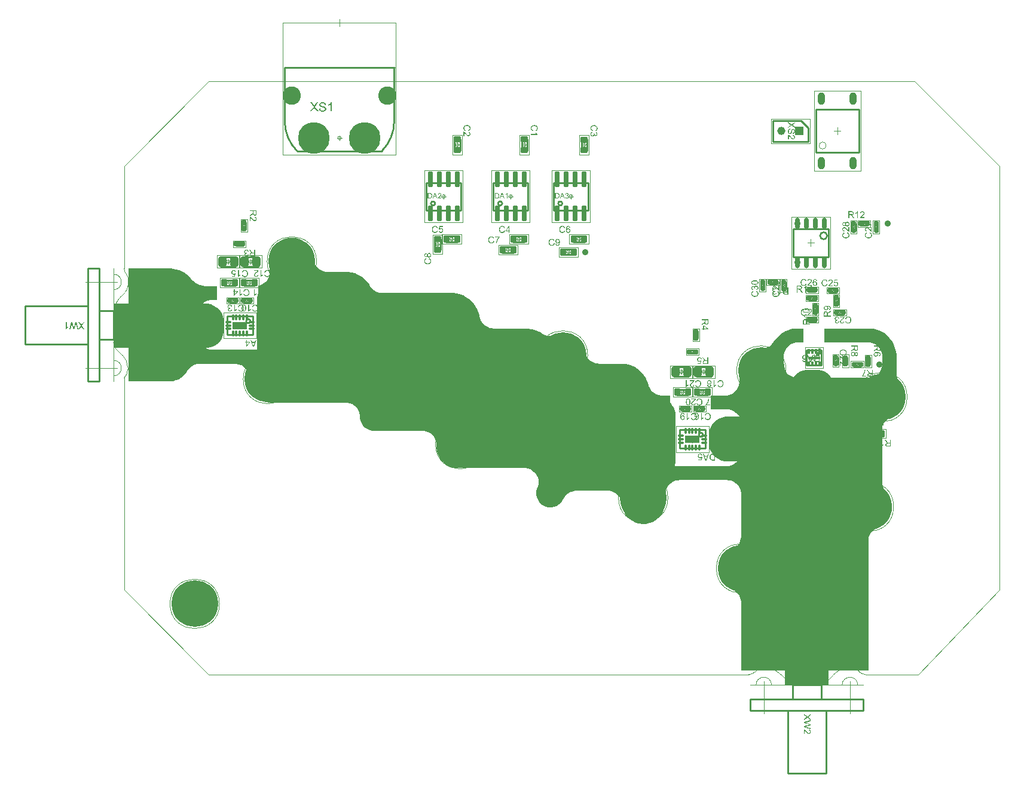
<source format=gts>
G04*
G04 #@! TF.GenerationSoftware,Altium Limited,Altium Designer,21.4.1 (30)*
G04*
G04 Layer_Color=8388736*
%FSAX44Y44*%
%MOMM*%
G71*
G04*
G04 #@! TF.SameCoordinates,C65EE9AA-DAF9-495F-8E32-67F2E65A80B1*
G04*
G04*
G04 #@! TF.FilePolarity,Negative*
G04*
G01*
G75*
%ADD11C,0.2500*%
%ADD13C,0.1000*%
%ADD16C,0.0500*%
%ADD17R,1.6000X2.8000*%
%ADD18R,2.8000X1.6000*%
%ADD36O,1.0000X1.8000*%
G04:AMPARAMS|DCode=37|XSize=0.68mm|YSize=0.68mm|CornerRadius=0.2008mm|HoleSize=0mm|Usage=FLASHONLY|Rotation=180.000|XOffset=0mm|YOffset=0mm|HoleType=Round|Shape=RoundedRectangle|*
%AMROUNDEDRECTD37*
21,1,0.6800,0.2784,0,0,180.0*
21,1,0.2784,0.6800,0,0,180.0*
1,1,0.4016,-0.1392,0.1392*
1,1,0.4016,0.1392,0.1392*
1,1,0.4016,0.1392,-0.1392*
1,1,0.4016,-0.1392,-0.1392*
%
%ADD37ROUNDEDRECTD37*%
G04:AMPARAMS|DCode=38|XSize=0.68mm|YSize=0.68mm|CornerRadius=0.2008mm|HoleSize=0mm|Usage=FLASHONLY|Rotation=90.000|XOffset=0mm|YOffset=0mm|HoleType=Round|Shape=RoundedRectangle|*
%AMROUNDEDRECTD38*
21,1,0.6800,0.2784,0,0,90.0*
21,1,0.2784,0.6800,0,0,90.0*
1,1,0.4016,0.1392,0.1392*
1,1,0.4016,0.1392,-0.1392*
1,1,0.4016,-0.1392,-0.1392*
1,1,0.4016,-0.1392,0.1392*
%
%ADD38ROUNDEDRECTD38*%
G04:AMPARAMS|DCode=39|XSize=0.89mm|YSize=1.03mm|CornerRadius=0.2515mm|HoleSize=0mm|Usage=FLASHONLY|Rotation=180.000|XOffset=0mm|YOffset=0mm|HoleType=Round|Shape=RoundedRectangle|*
%AMROUNDEDRECTD39*
21,1,0.8900,0.5271,0,0,180.0*
21,1,0.3871,1.0300,0,0,180.0*
1,1,0.5029,-0.1936,0.2636*
1,1,0.5029,0.1936,0.2636*
1,1,0.5029,0.1936,-0.2636*
1,1,0.5029,-0.1936,-0.2636*
%
%ADD39ROUNDEDRECTD39*%
%ADD40O,0.7000X1.6500*%
%ADD41R,0.3500X0.9000*%
%ADD42R,0.3500X0.8000*%
%ADD43R,1.7000X0.3500*%
%ADD44O,0.3500X0.9500*%
%ADD45O,0.9500X0.3500*%
%ADD46R,2.1000X1.1000*%
G04:AMPARAMS|DCode=47|XSize=2.17mm|YSize=0.76mm|CornerRadius=0.2216mm|HoleSize=0mm|Usage=FLASHONLY|Rotation=270.000|XOffset=0mm|YOffset=0mm|HoleType=Round|Shape=RoundedRectangle|*
%AMROUNDEDRECTD47*
21,1,2.1700,0.3168,0,0,270.0*
21,1,1.7268,0.7600,0,0,270.0*
1,1,0.4432,-0.1584,-0.8634*
1,1,0.4432,-0.1584,0.8634*
1,1,0.4432,0.1584,0.8634*
1,1,0.4432,0.1584,-0.8634*
%
%ADD47ROUNDEDRECTD47*%
G04:AMPARAMS|DCode=48|XSize=0.63mm|YSize=0.68mm|CornerRadius=0.1799mm|HoleSize=0mm|Usage=FLASHONLY|Rotation=270.000|XOffset=0mm|YOffset=0mm|HoleType=Round|Shape=RoundedRectangle|*
%AMROUNDEDRECTD48*
21,1,0.6300,0.3203,0,0,270.0*
21,1,0.2703,0.6800,0,0,270.0*
1,1,0.3597,-0.1602,-0.1352*
1,1,0.3597,-0.1602,0.1352*
1,1,0.3597,0.1602,0.1352*
1,1,0.3597,0.1602,-0.1352*
%
%ADD48ROUNDEDRECTD48*%
G04:AMPARAMS|DCode=49|XSize=0.63mm|YSize=0.68mm|CornerRadius=0.1799mm|HoleSize=0mm|Usage=FLASHONLY|Rotation=180.000|XOffset=0mm|YOffset=0mm|HoleType=Round|Shape=RoundedRectangle|*
%AMROUNDEDRECTD49*
21,1,0.6300,0.3203,0,0,180.0*
21,1,0.2703,0.6800,0,0,180.0*
1,1,0.3597,-0.1352,0.1602*
1,1,0.3597,0.1352,0.1602*
1,1,0.3597,0.1352,-0.1602*
1,1,0.3597,-0.1352,-0.1602*
%
%ADD49ROUNDEDRECTD49*%
G04:AMPARAMS|DCode=50|XSize=1.15mm|YSize=1.48mm|CornerRadius=0.302mm|HoleSize=0mm|Usage=FLASHONLY|Rotation=180.000|XOffset=0mm|YOffset=0mm|HoleType=Round|Shape=RoundedRectangle|*
%AMROUNDEDRECTD50*
21,1,1.1500,0.8760,0,0,180.0*
21,1,0.5460,1.4800,0,0,180.0*
1,1,0.6040,-0.2730,0.4380*
1,1,0.6040,0.2730,0.4380*
1,1,0.6040,0.2730,-0.4380*
1,1,0.6040,-0.2730,-0.4380*
%
%ADD50ROUNDEDRECTD50*%
G04:AMPARAMS|DCode=51|XSize=0.92mm|YSize=1.03mm|CornerRadius=0.2591mm|HoleSize=0mm|Usage=FLASHONLY|Rotation=180.000|XOffset=0mm|YOffset=0mm|HoleType=Round|Shape=RoundedRectangle|*
%AMROUNDEDRECTD51*
21,1,0.9200,0.5118,0,0,180.0*
21,1,0.4018,1.0300,0,0,180.0*
1,1,0.5182,-0.2009,0.2559*
1,1,0.5182,0.2009,0.2559*
1,1,0.5182,0.2009,-0.2559*
1,1,0.5182,-0.2009,-0.2559*
%
%ADD51ROUNDEDRECTD51*%
G04:AMPARAMS|DCode=52|XSize=0.92mm|YSize=1.03mm|CornerRadius=0.2591mm|HoleSize=0mm|Usage=FLASHONLY|Rotation=90.000|XOffset=0mm|YOffset=0mm|HoleType=Round|Shape=RoundedRectangle|*
%AMROUNDEDRECTD52*
21,1,0.9200,0.5118,0,0,90.0*
21,1,0.4018,1.0300,0,0,90.0*
1,1,0.5182,0.2559,0.2009*
1,1,0.5182,0.2559,-0.2009*
1,1,0.5182,-0.2559,-0.2009*
1,1,0.5182,-0.2559,0.2009*
%
%ADD52ROUNDEDRECTD52*%
%ADD53C,6.6000*%
%ADD54C,0.9000*%
%ADD55C,1.1500*%
%ADD56R,1.1500X1.1500*%
%ADD57C,2.6000*%
%ADD58C,4.5000*%
G36*
X00836374Y01015631D02*
X00836503D01*
X00836855Y01015594D01*
X00837244Y01015538D01*
X00837651Y01015446D01*
X00838095Y01015335D01*
X00838503Y01015187D01*
X00838521D01*
X00838558Y01015168D01*
X00838614Y01015131D01*
X00838688Y01015094D01*
X00838873Y01015002D01*
X00839114Y01014835D01*
X00839392Y01014650D01*
X00839669Y01014409D01*
X00839929Y01014131D01*
X00840169Y01013817D01*
Y01013798D01*
X00840188Y01013780D01*
X00840225Y01013724D01*
X00840262Y01013668D01*
X00840355Y01013483D01*
X00840466Y01013242D01*
X00840595Y01012946D01*
X00840688Y01012594D01*
X00840780Y01012224D01*
X00840817Y01011817D01*
X00839188Y01011687D01*
Y01011706D01*
Y01011743D01*
X00839169Y01011798D01*
X00839151Y01011891D01*
X00839095Y01012094D01*
X00839021Y01012372D01*
X00838910Y01012669D01*
X00838744Y01012965D01*
X00838540Y01013242D01*
X00838281Y01013502D01*
X00838244Y01013520D01*
X00838151Y01013594D01*
X00837966Y01013705D01*
X00837725Y01013817D01*
X00837410Y01013928D01*
X00837040Y01014039D01*
X00836577Y01014113D01*
X00836059Y01014131D01*
X00835799D01*
X00835688Y01014113D01*
X00835540Y01014094D01*
X00835207Y01014057D01*
X00834837Y01013983D01*
X00834466Y01013891D01*
X00834115Y01013742D01*
X00833966Y01013650D01*
X00833818Y01013557D01*
X00833781Y01013539D01*
X00833707Y01013465D01*
X00833596Y01013335D01*
X00833485Y01013187D01*
X00833355Y01012983D01*
X00833244Y01012761D01*
X00833170Y01012502D01*
X00833133Y01012206D01*
Y01012169D01*
Y01012094D01*
X00833152Y01011965D01*
X00833189Y01011817D01*
X00833244Y01011631D01*
X00833337Y01011446D01*
X00833448Y01011261D01*
X00833615Y01011076D01*
X00833633Y01011058D01*
X00833726Y01011002D01*
X00833800Y01010946D01*
X00833874Y01010909D01*
X00833985Y01010854D01*
X00834115Y01010780D01*
X00834281Y01010724D01*
X00834466Y01010650D01*
X00834670Y01010576D01*
X00834911Y01010483D01*
X00835170Y01010409D01*
X00835466Y01010317D01*
X00835799Y01010243D01*
X00836170Y01010150D01*
X00836188D01*
X00836262Y01010132D01*
X00836374Y01010113D01*
X00836503Y01010076D01*
X00836670Y01010039D01*
X00836873Y01009984D01*
X00837077Y01009928D01*
X00837299Y01009873D01*
X00837781Y01009743D01*
X00838244Y01009613D01*
X00838466Y01009539D01*
X00838670Y01009465D01*
X00838855Y01009409D01*
X00839003Y01009335D01*
X00839021D01*
X00839058Y01009317D01*
X00839114Y01009280D01*
X00839188Y01009243D01*
X00839392Y01009132D01*
X00839632Y01008984D01*
X00839910Y01008780D01*
X00840188Y01008558D01*
X00840447Y01008298D01*
X00840669Y01008021D01*
X00840688Y01007984D01*
X00840762Y01007891D01*
X00840836Y01007725D01*
X00840947Y01007502D01*
X00841040Y01007243D01*
X00841132Y01006928D01*
X00841188Y01006577D01*
X00841206Y01006206D01*
Y01006188D01*
Y01006169D01*
Y01006114D01*
Y01006040D01*
X00841169Y01005836D01*
X00841132Y01005577D01*
X00841058Y01005280D01*
X00840966Y01004966D01*
X00840817Y01004632D01*
X00840614Y01004280D01*
Y01004262D01*
X00840595Y01004243D01*
X00840503Y01004132D01*
X00840373Y01003966D01*
X00840188Y01003781D01*
X00839947Y01003558D01*
X00839651Y01003318D01*
X00839318Y01003095D01*
X00838929Y01002892D01*
X00838910D01*
X00838873Y01002873D01*
X00838818Y01002855D01*
X00838744Y01002818D01*
X00838633Y01002781D01*
X00838503Y01002725D01*
X00838207Y01002651D01*
X00837855Y01002558D01*
X00837429Y01002466D01*
X00836966Y01002410D01*
X00836466Y01002392D01*
X00836170D01*
X00836022Y01002410D01*
X00835855D01*
X00835670Y01002429D01*
X00835448Y01002447D01*
X00834985Y01002521D01*
X00834503Y01002595D01*
X00834022Y01002725D01*
X00833559Y01002892D01*
X00833540D01*
X00833503Y01002910D01*
X00833448Y01002947D01*
X00833374Y01002984D01*
X00833152Y01003095D01*
X00832892Y01003262D01*
X00832596Y01003484D01*
X00832281Y01003744D01*
X00831985Y01004058D01*
X00831707Y01004410D01*
Y01004429D01*
X00831670Y01004466D01*
X00831652Y01004521D01*
X00831596Y01004595D01*
X00831559Y01004688D01*
X00831504Y01004799D01*
X00831374Y01005077D01*
X00831244Y01005428D01*
X00831133Y01005817D01*
X00831059Y01006262D01*
X00831022Y01006725D01*
X00832615Y01006873D01*
Y01006854D01*
Y01006836D01*
X00832633Y01006780D01*
Y01006706D01*
X00832670Y01006540D01*
X00832726Y01006299D01*
X00832800Y01006058D01*
X00832874Y01005780D01*
X00833003Y01005521D01*
X00833133Y01005280D01*
X00833152Y01005262D01*
X00833207Y01005188D01*
X00833300Y01005058D01*
X00833448Y01004929D01*
X00833633Y01004762D01*
X00833837Y01004595D01*
X00834115Y01004429D01*
X00834411Y01004280D01*
X00834429D01*
X00834448Y01004262D01*
X00834503Y01004243D01*
X00834559Y01004225D01*
X00834744Y01004169D01*
X00834985Y01004095D01*
X00835281Y01004021D01*
X00835614Y01003966D01*
X00835985Y01003929D01*
X00836392Y01003910D01*
X00836559D01*
X00836744Y01003929D01*
X00836966Y01003947D01*
X00837225Y01003984D01*
X00837522Y01004021D01*
X00837818Y01004095D01*
X00838095Y01004188D01*
X00838133Y01004206D01*
X00838225Y01004243D01*
X00838355Y01004317D01*
X00838521Y01004391D01*
X00838688Y01004521D01*
X00838873Y01004651D01*
X00839058Y01004799D01*
X00839206Y01004984D01*
X00839225Y01005003D01*
X00839262Y01005077D01*
X00839318Y01005169D01*
X00839392Y01005317D01*
X00839466Y01005465D01*
X00839521Y01005651D01*
X00839558Y01005854D01*
X00839577Y01006077D01*
Y01006095D01*
Y01006188D01*
X00839558Y01006299D01*
X00839540Y01006447D01*
X00839484Y01006595D01*
X00839429Y01006780D01*
X00839336Y01006965D01*
X00839206Y01007132D01*
X00839188Y01007150D01*
X00839133Y01007206D01*
X00839058Y01007280D01*
X00838929Y01007391D01*
X00838781Y01007502D01*
X00838577Y01007632D01*
X00838336Y01007762D01*
X00838058Y01007873D01*
X00838040Y01007891D01*
X00837947Y01007910D01*
X00837799Y01007965D01*
X00837707Y01007984D01*
X00837577Y01008021D01*
X00837447Y01008076D01*
X00837281Y01008113D01*
X00837096Y01008169D01*
X00836873Y01008224D01*
X00836651Y01008280D01*
X00836392Y01008354D01*
X00836096Y01008428D01*
X00835781Y01008502D01*
X00835762D01*
X00835707Y01008521D01*
X00835614Y01008539D01*
X00835503Y01008576D01*
X00835355Y01008613D01*
X00835188Y01008650D01*
X00834818Y01008762D01*
X00834411Y01008891D01*
X00833985Y01009021D01*
X00833615Y01009150D01*
X00833448Y01009224D01*
X00833300Y01009298D01*
X00833281D01*
X00833263Y01009317D01*
X00833152Y01009391D01*
X00832985Y01009484D01*
X00832800Y01009632D01*
X00832578Y01009798D01*
X00832355Y01010002D01*
X00832133Y01010243D01*
X00831948Y01010502D01*
X00831929Y01010539D01*
X00831874Y01010632D01*
X00831800Y01010780D01*
X00831726Y01010965D01*
X00831652Y01011206D01*
X00831578Y01011483D01*
X00831522Y01011780D01*
X00831504Y01012094D01*
Y01012113D01*
Y01012132D01*
Y01012187D01*
Y01012261D01*
X00831541Y01012446D01*
X00831578Y01012687D01*
X00831633Y01012965D01*
X00831726Y01013279D01*
X00831855Y01013594D01*
X00832041Y01013909D01*
Y01013928D01*
X00832059Y01013946D01*
X00832152Y01014057D01*
X00832281Y01014205D01*
X00832448Y01014390D01*
X00832670Y01014594D01*
X00832948Y01014816D01*
X00833281Y01015020D01*
X00833652Y01015205D01*
X00833670D01*
X00833707Y01015224D01*
X00833763Y01015242D01*
X00833837Y01015279D01*
X00833929Y01015316D01*
X00834059Y01015353D01*
X00834337Y01015427D01*
X00834688Y01015501D01*
X00835096Y01015576D01*
X00835522Y01015631D01*
X00836003Y01015650D01*
X00836244D01*
X00836374Y01015631D01*
D02*
G37*
G36*
X00825282Y01009335D02*
X00830078Y01002614D01*
X00827986D01*
X00824745Y01007169D01*
X00824726Y01007188D01*
X00824689Y01007243D01*
X00824652Y01007317D01*
X00824578Y01007410D01*
X00824412Y01007669D01*
X00824227Y01007947D01*
X00824208Y01007928D01*
X00824153Y01007854D01*
X00824079Y01007743D01*
X00823986Y01007595D01*
X00823782Y01007299D01*
X00823690Y01007169D01*
X00823615Y01007058D01*
X00820375Y01002614D01*
X00818338D01*
X00823282Y01009243D01*
X00818912Y01015427D01*
X00820931D01*
X00823264Y01012132D01*
Y01012113D01*
X00823301Y01012094D01*
X00823338Y01012039D01*
X00823393Y01011965D01*
X00823504Y01011780D01*
X00823671Y01011557D01*
X00823838Y01011298D01*
X00824004Y01011039D01*
X00824153Y01010798D01*
X00824282Y01010576D01*
X00824301Y01010613D01*
X00824356Y01010687D01*
X00824449Y01010835D01*
X00824578Y01011021D01*
X00824726Y01011224D01*
X00824912Y01011483D01*
X00825097Y01011743D01*
X00825319Y01012020D01*
X00827874Y01015427D01*
X00829726D01*
X00825282Y01009335D01*
D02*
G37*
G36*
X00848817Y01002614D02*
X00847243D01*
Y01012631D01*
X00847224Y01012613D01*
X00847132Y01012539D01*
X00847020Y01012428D01*
X00846835Y01012298D01*
X00846632Y01012132D01*
X00846372Y01011946D01*
X00846076Y01011743D01*
X00845743Y01011539D01*
X00845724D01*
X00845706Y01011520D01*
X00845595Y01011446D01*
X00845410Y01011354D01*
X00845187Y01011243D01*
X00844928Y01011113D01*
X00844650Y01010983D01*
X00844373Y01010854D01*
X00844095Y01010743D01*
Y01012261D01*
X00844113D01*
X00844150Y01012298D01*
X00844224Y01012317D01*
X00844317Y01012372D01*
X00844428Y01012428D01*
X00844558Y01012502D01*
X00844873Y01012687D01*
X00845243Y01012891D01*
X00845613Y01013150D01*
X00846002Y01013446D01*
X00846391Y01013761D01*
X00846410Y01013780D01*
X00846428Y01013798D01*
X00846484Y01013854D01*
X00846558Y01013909D01*
X00846724Y01014094D01*
X00846946Y01014316D01*
X00847169Y01014576D01*
X00847409Y01014872D01*
X00847613Y01015168D01*
X00847798Y01015483D01*
X00848817D01*
Y01002614D01*
D02*
G37*
G36*
X01500365Y00984047D02*
X01504997Y00987320D01*
Y00985808D01*
X01502528Y00984061D01*
X01502514D01*
X01502501Y00984033D01*
X01502459Y00984006D01*
X01502404Y00983964D01*
X01502265Y00983881D01*
X01502098Y00983756D01*
X01501904Y00983631D01*
X01501710Y00983506D01*
X01501530Y00983395D01*
X01501363Y00983298D01*
X01501391Y00983284D01*
X01501447Y00983243D01*
X01501558Y00983173D01*
X01501696Y00983076D01*
X01501849Y00982965D01*
X01502043Y00982827D01*
X01502237Y00982688D01*
X01502445Y00982522D01*
X01504997Y00980608D01*
Y00979221D01*
X01500434Y00982549D01*
X01495400Y00978958D01*
Y00980525D01*
X01498812Y00982952D01*
X01498826Y00982965D01*
X01498867Y00982993D01*
X01498923Y00983021D01*
X01498992Y00983076D01*
X01499186Y00983201D01*
X01499394Y00983340D01*
X01499380Y00983354D01*
X01499325Y00983395D01*
X01499242Y00983451D01*
X01499131Y00983520D01*
X01498909Y00983673D01*
X01498812Y00983742D01*
X01498728Y00983798D01*
X01495400Y00986225D01*
Y00987750D01*
X01500365Y00984047D01*
D02*
G37*
G36*
X01136168Y00983269D02*
X01136306D01*
X01136445Y00983255D01*
X01136625Y00983241D01*
X01136805Y00983213D01*
X01137208Y00983144D01*
X01137651Y00983047D01*
X01138095Y00982908D01*
X01138525Y00982714D01*
X01138539Y00982700D01*
X01138581Y00982686D01*
X01138636Y00982658D01*
X01138705Y00982603D01*
X01138802Y00982548D01*
X01138913Y00982478D01*
X01139163Y00982298D01*
X01139440Y00982062D01*
X01139718Y00981785D01*
X01139995Y00981466D01*
X01140231Y00981091D01*
X01140245Y00981077D01*
X01140259Y00981036D01*
X01140286Y00980981D01*
X01140328Y00980911D01*
X01140370Y00980800D01*
X01140411Y00980689D01*
X01140467Y00980551D01*
X01140522Y00980398D01*
X01140578Y00980232D01*
X01140633Y00980051D01*
X01140716Y00979663D01*
X01140786Y00979219D01*
X01140813Y00978762D01*
Y00978623D01*
X01140799Y00978526D01*
X01140786Y00978401D01*
X01140772Y00978248D01*
X01140758Y00978096D01*
X01140716Y00977915D01*
X01140633Y00977541D01*
X01140508Y00977125D01*
X01140425Y00976917D01*
X01140328Y00976723D01*
X01140203Y00976529D01*
X01140078Y00976335D01*
X01140064Y00976321D01*
X01140051Y00976293D01*
X01140009Y00976237D01*
X01139940Y00976168D01*
X01139870Y00976099D01*
X01139773Y00976002D01*
X01139662Y00975905D01*
X01139551Y00975794D01*
X01139413Y00975683D01*
X01139246Y00975572D01*
X01139080Y00975447D01*
X01138900Y00975336D01*
X01138692Y00975239D01*
X01138484Y00975128D01*
X01138262Y00975045D01*
X01138012Y00974962D01*
X01137721Y00976210D01*
X01137735D01*
X01137762Y00976224D01*
X01137818Y00976251D01*
X01137887Y00976279D01*
X01137970Y00976307D01*
X01138081Y00976348D01*
X01138303Y00976459D01*
X01138553Y00976598D01*
X01138802Y00976765D01*
X01139038Y00976973D01*
X01139246Y00977194D01*
X01139274Y00977222D01*
X01139330Y00977305D01*
X01139399Y00977444D01*
X01139496Y00977624D01*
X01139579Y00977860D01*
X01139662Y00978124D01*
X01139718Y00978443D01*
X01139732Y00978789D01*
Y00978900D01*
X01139718Y00978969D01*
Y00979067D01*
X01139704Y00979178D01*
X01139662Y00979441D01*
X01139607Y00979732D01*
X01139510Y00980037D01*
X01139371Y00980356D01*
X01139191Y00980648D01*
Y00980661D01*
X01139163Y00980675D01*
X01139094Y00980772D01*
X01138983Y00980897D01*
X01138816Y00981050D01*
X01138608Y00981230D01*
X01138373Y00981396D01*
X01138081Y00981549D01*
X01137762Y00981688D01*
X01137748D01*
X01137721Y00981702D01*
X01137679Y00981715D01*
X01137610Y00981729D01*
X01137527Y00981757D01*
X01137430Y00981785D01*
X01137194Y00981826D01*
X01136916Y00981882D01*
X01136611Y00981937D01*
X01136278Y00981965D01*
X01135918Y00981979D01*
X01135904D01*
X01135862D01*
X01135793D01*
X01135710D01*
X01135613Y00981965D01*
X01135488D01*
X01135349Y00981951D01*
X01135197Y00981937D01*
X01134864Y00981896D01*
X01134503Y00981826D01*
X01134143Y00981743D01*
X01133782Y00981632D01*
X01133768D01*
X01133740Y00981618D01*
X01133699Y00981591D01*
X01133630Y00981563D01*
X01133463Y00981480D01*
X01133269Y00981355D01*
X01133047Y00981202D01*
X01132811Y00981008D01*
X01132603Y00980786D01*
X01132409Y00980523D01*
Y00980509D01*
X01132395Y00980481D01*
X01132368Y00980440D01*
X01132340Y00980384D01*
X01132312Y00980315D01*
X01132271Y00980232D01*
X01132187Y00980037D01*
X01132104Y00979788D01*
X01132035Y00979510D01*
X01131979Y00979205D01*
X01131965Y00978886D01*
Y00978789D01*
X01131979Y00978706D01*
Y00978609D01*
X01131993Y00978512D01*
X01132049Y00978262D01*
X01132118Y00977971D01*
X01132229Y00977680D01*
X01132381Y00977375D01*
X01132465Y00977222D01*
X01132576Y00977083D01*
X01132589Y00977070D01*
X01132603Y00977056D01*
X01132645Y00977014D01*
X01132686Y00976959D01*
X01132756Y00976903D01*
X01132839Y00976834D01*
X01132922Y00976751D01*
X01133033Y00976681D01*
X01133158Y00976598D01*
X01133297Y00976501D01*
X01133435Y00976418D01*
X01133602Y00976335D01*
X01133782Y00976265D01*
X01133976Y00976196D01*
X01134184Y00976126D01*
X01134406Y00976071D01*
X01134087Y00974795D01*
X01134073D01*
X01134018Y00974809D01*
X01133935Y00974837D01*
X01133824Y00974878D01*
X01133699Y00974920D01*
X01133546Y00974975D01*
X01133380Y00975045D01*
X01133200Y00975128D01*
X01132811Y00975322D01*
X01132423Y00975572D01*
X01132229Y00975724D01*
X01132035Y00975877D01*
X01131868Y00976043D01*
X01131702Y00976237D01*
X01131688Y00976251D01*
X01131660Y00976279D01*
X01131633Y00976348D01*
X01131577Y00976418D01*
X01131508Y00976529D01*
X01131438Y00976640D01*
X01131369Y00976792D01*
X01131300Y00976945D01*
X01131217Y00977125D01*
X01131147Y00977319D01*
X01131078Y00977527D01*
X01131009Y00977749D01*
X01130953Y00977985D01*
X01130925Y00978234D01*
X01130898Y00978498D01*
X01130884Y00978775D01*
Y00978928D01*
X01130898Y00979039D01*
Y00979164D01*
X01130911Y00979316D01*
X01130939Y00979483D01*
X01130967Y00979677D01*
X01131036Y00980079D01*
X01131147Y00980495D01*
X01131300Y00980911D01*
X01131397Y00981105D01*
X01131508Y00981299D01*
X01131522Y00981313D01*
X01131535Y00981341D01*
X01131577Y00981396D01*
X01131633Y00981452D01*
X01131688Y00981535D01*
X01131771Y00981632D01*
X01131868Y00981743D01*
X01131979Y00981854D01*
X01132104Y00981965D01*
X01132229Y00982090D01*
X01132548Y00982340D01*
X01132922Y00982575D01*
X01133338Y00982783D01*
X01133352D01*
X01133394Y00982811D01*
X01133463Y00982825D01*
X01133546Y00982867D01*
X01133657Y00982894D01*
X01133796Y00982936D01*
X01133949Y00982991D01*
X01134115Y00983033D01*
X01134295Y00983075D01*
X01134503Y00983130D01*
X01134933Y00983199D01*
X01135419Y00983255D01*
X01135918Y00983283D01*
X01135932D01*
X01135987D01*
X01136070D01*
X01136168Y00983269D01*
D02*
G37*
G36*
X01040867D02*
X01041006D01*
X01041145Y00983255D01*
X01041325Y00983241D01*
X01041505Y00983213D01*
X01041908Y00983144D01*
X01042351Y00983047D01*
X01042795Y00982908D01*
X01043225Y00982714D01*
X01043239Y00982700D01*
X01043281Y00982686D01*
X01043336Y00982658D01*
X01043405Y00982603D01*
X01043503Y00982548D01*
X01043613Y00982478D01*
X01043863Y00982298D01*
X01044140Y00982062D01*
X01044418Y00981785D01*
X01044695Y00981466D01*
X01044931Y00981091D01*
X01044945Y00981077D01*
X01044959Y00981036D01*
X01044986Y00980981D01*
X01045028Y00980911D01*
X01045070Y00980800D01*
X01045111Y00980689D01*
X01045167Y00980551D01*
X01045222Y00980398D01*
X01045278Y00980232D01*
X01045333Y00980051D01*
X01045416Y00979663D01*
X01045486Y00979219D01*
X01045513Y00978762D01*
Y00978623D01*
X01045499Y00978526D01*
X01045486Y00978401D01*
X01045472Y00978248D01*
X01045458Y00978096D01*
X01045416Y00977915D01*
X01045333Y00977541D01*
X01045208Y00977125D01*
X01045125Y00976917D01*
X01045028Y00976723D01*
X01044903Y00976529D01*
X01044778Y00976335D01*
X01044764Y00976321D01*
X01044751Y00976293D01*
X01044709Y00976237D01*
X01044640Y00976168D01*
X01044570Y00976099D01*
X01044473Y00976002D01*
X01044362Y00975905D01*
X01044251Y00975794D01*
X01044113Y00975683D01*
X01043946Y00975572D01*
X01043780Y00975447D01*
X01043600Y00975336D01*
X01043391Y00975239D01*
X01043184Y00975128D01*
X01042962Y00975045D01*
X01042712Y00974962D01*
X01042421Y00976210D01*
X01042435D01*
X01042462Y00976224D01*
X01042518Y00976251D01*
X01042587Y00976279D01*
X01042670Y00976307D01*
X01042781Y00976348D01*
X01043003Y00976459D01*
X01043253Y00976598D01*
X01043503Y00976765D01*
X01043738Y00976973D01*
X01043946Y00977194D01*
X01043974Y00977222D01*
X01044029Y00977305D01*
X01044099Y00977444D01*
X01044196Y00977624D01*
X01044279Y00977860D01*
X01044362Y00978124D01*
X01044418Y00978443D01*
X01044432Y00978789D01*
Y00978900D01*
X01044418Y00978969D01*
Y00979067D01*
X01044404Y00979178D01*
X01044362Y00979441D01*
X01044307Y00979732D01*
X01044210Y00980037D01*
X01044071Y00980356D01*
X01043891Y00980648D01*
Y00980661D01*
X01043863Y00980675D01*
X01043794Y00980772D01*
X01043683Y00980897D01*
X01043516Y00981050D01*
X01043308Y00981230D01*
X01043073Y00981396D01*
X01042781Y00981549D01*
X01042462Y00981688D01*
X01042449D01*
X01042421Y00981702D01*
X01042379Y00981715D01*
X01042310Y00981729D01*
X01042227Y00981757D01*
X01042130Y00981785D01*
X01041894Y00981826D01*
X01041616Y00981882D01*
X01041311Y00981937D01*
X01040978Y00981965D01*
X01040618Y00981979D01*
X01040604D01*
X01040562D01*
X01040493D01*
X01040410D01*
X01040313Y00981965D01*
X01040188D01*
X01040049Y00981951D01*
X01039897Y00981937D01*
X01039564Y00981896D01*
X01039203Y00981826D01*
X01038843Y00981743D01*
X01038482Y00981632D01*
X01038468D01*
X01038440Y00981618D01*
X01038399Y00981591D01*
X01038330Y00981563D01*
X01038163Y00981480D01*
X01037969Y00981355D01*
X01037747Y00981202D01*
X01037511Y00981008D01*
X01037303Y00980786D01*
X01037109Y00980523D01*
Y00980509D01*
X01037095Y00980481D01*
X01037067Y00980440D01*
X01037040Y00980384D01*
X01037012Y00980315D01*
X01036971Y00980232D01*
X01036887Y00980037D01*
X01036804Y00979788D01*
X01036735Y00979510D01*
X01036679Y00979205D01*
X01036665Y00978886D01*
Y00978789D01*
X01036679Y00978706D01*
Y00978609D01*
X01036693Y00978512D01*
X01036749Y00978262D01*
X01036818Y00977971D01*
X01036929Y00977680D01*
X01037081Y00977375D01*
X01037165Y00977222D01*
X01037276Y00977083D01*
X01037289Y00977070D01*
X01037303Y00977056D01*
X01037345Y00977014D01*
X01037386Y00976959D01*
X01037456Y00976903D01*
X01037539Y00976834D01*
X01037622Y00976751D01*
X01037733Y00976681D01*
X01037858Y00976598D01*
X01037997Y00976501D01*
X01038135Y00976418D01*
X01038302Y00976335D01*
X01038482Y00976265D01*
X01038676Y00976196D01*
X01038884Y00976126D01*
X01039106Y00976071D01*
X01038787Y00974795D01*
X01038773D01*
X01038718Y00974809D01*
X01038635Y00974837D01*
X01038524Y00974878D01*
X01038399Y00974920D01*
X01038246Y00974975D01*
X01038080Y00975045D01*
X01037900Y00975128D01*
X01037511Y00975322D01*
X01037123Y00975572D01*
X01036929Y00975724D01*
X01036735Y00975877D01*
X01036568Y00976043D01*
X01036402Y00976237D01*
X01036388Y00976251D01*
X01036360Y00976279D01*
X01036332Y00976348D01*
X01036277Y00976418D01*
X01036208Y00976529D01*
X01036138Y00976640D01*
X01036069Y00976792D01*
X01036000Y00976945D01*
X01035917Y00977125D01*
X01035847Y00977319D01*
X01035778Y00977527D01*
X01035708Y00977749D01*
X01035653Y00977985D01*
X01035625Y00978234D01*
X01035598Y00978498D01*
X01035584Y00978775D01*
Y00978928D01*
X01035598Y00979039D01*
Y00979164D01*
X01035611Y00979316D01*
X01035639Y00979483D01*
X01035667Y00979677D01*
X01035736Y00980079D01*
X01035847Y00980495D01*
X01036000Y00980911D01*
X01036097Y00981105D01*
X01036208Y00981299D01*
X01036222Y00981313D01*
X01036235Y00981341D01*
X01036277Y00981396D01*
X01036332Y00981452D01*
X01036388Y00981535D01*
X01036471Y00981632D01*
X01036568Y00981743D01*
X01036679Y00981854D01*
X01036804Y00981965D01*
X01036929Y00982090D01*
X01037248Y00982340D01*
X01037622Y00982575D01*
X01038038Y00982783D01*
X01038052D01*
X01038094Y00982811D01*
X01038163Y00982825D01*
X01038246Y00982867D01*
X01038357Y00982894D01*
X01038496Y00982936D01*
X01038649Y00982991D01*
X01038815Y00983033D01*
X01038995Y00983075D01*
X01039203Y00983130D01*
X01039633Y00983199D01*
X01040119Y00983255D01*
X01040618Y00983283D01*
X01040632D01*
X01040687D01*
X01040770D01*
X01040867Y00983269D01*
D02*
G37*
G36*
X01220892Y00983244D02*
X01221031D01*
X01221170Y00983230D01*
X01221350Y00983216D01*
X01221531Y00983188D01*
X01221933Y00983119D01*
X01222376Y00983022D01*
X01222820Y00982883D01*
X01223250Y00982689D01*
X01223264Y00982675D01*
X01223306Y00982661D01*
X01223361Y00982634D01*
X01223430Y00982578D01*
X01223528Y00982523D01*
X01223639Y00982453D01*
X01223888Y00982273D01*
X01224165Y00982037D01*
X01224443Y00981760D01*
X01224720Y00981441D01*
X01224956Y00981066D01*
X01224970Y00981052D01*
X01224984Y00981011D01*
X01225011Y00980955D01*
X01225053Y00980886D01*
X01225095Y00980775D01*
X01225136Y00980664D01*
X01225192Y00980526D01*
X01225247Y00980373D01*
X01225303Y00980207D01*
X01225358Y00980026D01*
X01225441Y00979638D01*
X01225511Y00979194D01*
X01225538Y00978736D01*
Y00978598D01*
X01225525Y00978501D01*
X01225511Y00978376D01*
X01225497Y00978223D01*
X01225483Y00978071D01*
X01225441Y00977890D01*
X01225358Y00977516D01*
X01225233Y00977100D01*
X01225150Y00976892D01*
X01225053Y00976698D01*
X01224928Y00976504D01*
X01224803Y00976310D01*
X01224790Y00976296D01*
X01224776Y00976268D01*
X01224734Y00976212D01*
X01224665Y00976143D01*
X01224595Y00976074D01*
X01224498Y00975977D01*
X01224387Y00975880D01*
X01224276Y00975769D01*
X01224138Y00975658D01*
X01223971Y00975547D01*
X01223805Y00975422D01*
X01223625Y00975311D01*
X01223417Y00975214D01*
X01223209Y00975103D01*
X01222987Y00975020D01*
X01222737Y00974937D01*
X01222446Y00976185D01*
X01222460D01*
X01222487Y00976199D01*
X01222543Y00976226D01*
X01222612Y00976254D01*
X01222695Y00976282D01*
X01222806Y00976323D01*
X01223028Y00976434D01*
X01223278Y00976573D01*
X01223528Y00976739D01*
X01223763Y00976947D01*
X01223971Y00977169D01*
X01223999Y00977197D01*
X01224054Y00977280D01*
X01224124Y00977419D01*
X01224221Y00977599D01*
X01224304Y00977835D01*
X01224387Y00978099D01*
X01224443Y00978418D01*
X01224457Y00978764D01*
Y00978875D01*
X01224443Y00978944D01*
Y00979042D01*
X01224429Y00979153D01*
X01224387Y00979416D01*
X01224332Y00979707D01*
X01224235Y00980012D01*
X01224096Y00980331D01*
X01223916Y00980623D01*
Y00980637D01*
X01223888Y00980650D01*
X01223819Y00980747D01*
X01223708Y00980872D01*
X01223541Y00981025D01*
X01223333Y00981205D01*
X01223098Y00981372D01*
X01222806Y00981524D01*
X01222487Y00981663D01*
X01222474D01*
X01222446Y00981677D01*
X01222404Y00981691D01*
X01222335Y00981704D01*
X01222252Y00981732D01*
X01222155Y00981760D01*
X01221919Y00981801D01*
X01221641Y00981857D01*
X01221336Y00981912D01*
X01221003Y00981940D01*
X01220643Y00981954D01*
X01220629D01*
X01220587D01*
X01220518D01*
X01220435D01*
X01220338Y00981940D01*
X01220213D01*
X01220074Y00981926D01*
X01219922Y00981912D01*
X01219589Y00981871D01*
X01219228Y00981801D01*
X01218868Y00981718D01*
X01218507Y00981607D01*
X01218493D01*
X01218466Y00981593D01*
X01218424Y00981566D01*
X01218355Y00981538D01*
X01218188Y00981455D01*
X01217994Y00981330D01*
X01217772Y00981177D01*
X01217536Y00980983D01*
X01217328Y00980761D01*
X01217134Y00980498D01*
Y00980484D01*
X01217120Y00980456D01*
X01217093Y00980415D01*
X01217065Y00980359D01*
X01217037Y00980290D01*
X01216995Y00980207D01*
X01216912Y00980012D01*
X01216829Y00979763D01*
X01216760Y00979485D01*
X01216704Y00979180D01*
X01216690Y00978861D01*
Y00978764D01*
X01216704Y00978681D01*
Y00978584D01*
X01216718Y00978487D01*
X01216774Y00978237D01*
X01216843Y00977946D01*
X01216954Y00977655D01*
X01217106Y00977350D01*
X01217190Y00977197D01*
X01217301Y00977058D01*
X01217315Y00977045D01*
X01217328Y00977031D01*
X01217370Y00976989D01*
X01217412Y00976934D01*
X01217481Y00976878D01*
X01217564Y00976809D01*
X01217647Y00976726D01*
X01217758Y00976656D01*
X01217883Y00976573D01*
X01218022Y00976476D01*
X01218160Y00976393D01*
X01218327Y00976310D01*
X01218507Y00976240D01*
X01218701Y00976171D01*
X01218909Y00976102D01*
X01219131Y00976046D01*
X01218812Y00974770D01*
X01218798D01*
X01218743Y00974784D01*
X01218660Y00974812D01*
X01218549Y00974853D01*
X01218424Y00974895D01*
X01218271Y00974950D01*
X01218105Y00975020D01*
X01217925Y00975103D01*
X01217536Y00975297D01*
X01217148Y00975547D01*
X01216954Y00975699D01*
X01216760Y00975852D01*
X01216593Y00976018D01*
X01216427Y00976212D01*
X01216413Y00976226D01*
X01216385Y00976254D01*
X01216358Y00976323D01*
X01216302Y00976393D01*
X01216233Y00976504D01*
X01216163Y00976615D01*
X01216094Y00976767D01*
X01216025Y00976920D01*
X01215941Y00977100D01*
X01215872Y00977294D01*
X01215803Y00977502D01*
X01215733Y00977724D01*
X01215678Y00977960D01*
X01215650Y00978210D01*
X01215622Y00978473D01*
X01215609Y00978750D01*
Y00978903D01*
X01215622Y00979014D01*
Y00979139D01*
X01215636Y00979291D01*
X01215664Y00979458D01*
X01215692Y00979652D01*
X01215761Y00980054D01*
X01215872Y00980470D01*
X01216025Y00980886D01*
X01216122Y00981080D01*
X01216233Y00981274D01*
X01216247Y00981288D01*
X01216261Y00981316D01*
X01216302Y00981372D01*
X01216358Y00981427D01*
X01216413Y00981510D01*
X01216496Y00981607D01*
X01216593Y00981718D01*
X01216704Y00981829D01*
X01216829Y00981940D01*
X01216954Y00982065D01*
X01217273Y00982315D01*
X01217647Y00982550D01*
X01218063Y00982758D01*
X01218077D01*
X01218119Y00982786D01*
X01218188Y00982800D01*
X01218271Y00982841D01*
X01218382Y00982869D01*
X01218521Y00982911D01*
X01218674Y00982966D01*
X01218840Y00983008D01*
X01219020Y00983050D01*
X01219228Y00983105D01*
X01219658Y00983174D01*
X01220144Y00983230D01*
X01220643Y00983258D01*
X01220657D01*
X01220712D01*
X01220796D01*
X01220892Y00983244D01*
D02*
G37*
G36*
X01498590Y00977057D02*
X01498576D01*
X01498562D01*
X01498520Y00977044D01*
X01498465D01*
X01498340Y00977016D01*
X01498160Y00976974D01*
X01497979Y00976919D01*
X01497771Y00976863D01*
X01497577Y00976766D01*
X01497397Y00976669D01*
X01497383Y00976655D01*
X01497328Y00976614D01*
X01497231Y00976544D01*
X01497134Y00976433D01*
X01497009Y00976295D01*
X01496884Y00976142D01*
X01496759Y00975934D01*
X01496648Y00975712D01*
Y00975698D01*
X01496634Y00975685D01*
X01496620Y00975643D01*
X01496607Y00975601D01*
X01496565Y00975463D01*
X01496510Y00975282D01*
X01496454Y00975060D01*
X01496412Y00974811D01*
X01496385Y00974533D01*
X01496371Y00974228D01*
Y00974103D01*
X01496385Y00973965D01*
X01496398Y00973798D01*
X01496426Y00973604D01*
X01496454Y00973382D01*
X01496510Y00973160D01*
X01496579Y00972952D01*
X01496593Y00972925D01*
X01496620Y00972855D01*
X01496676Y00972758D01*
X01496731Y00972634D01*
X01496828Y00972509D01*
X01496926Y00972370D01*
X01497036Y00972231D01*
X01497175Y00972120D01*
X01497189Y00972106D01*
X01497245Y00972079D01*
X01497314Y00972037D01*
X01497425Y00971982D01*
X01497536Y00971926D01*
X01497674Y00971885D01*
X01497827Y00971857D01*
X01497993Y00971843D01*
X01498007D01*
X01498077D01*
X01498160Y00971857D01*
X01498271Y00971871D01*
X01498382Y00971912D01*
X01498520Y00971954D01*
X01498659Y00972023D01*
X01498784Y00972120D01*
X01498798Y00972134D01*
X01498839Y00972176D01*
X01498895Y00972231D01*
X01498978Y00972328D01*
X01499061Y00972439D01*
X01499158Y00972592D01*
X01499255Y00972772D01*
X01499339Y00972980D01*
X01499353Y00972994D01*
X01499366Y00973063D01*
X01499408Y00973174D01*
X01499422Y00973244D01*
X01499450Y00973341D01*
X01499491Y00973438D01*
X01499519Y00973563D01*
X01499561Y00973701D01*
X01499602Y00973868D01*
X01499644Y00974034D01*
X01499699Y00974228D01*
X01499755Y00974450D01*
X01499810Y00974686D01*
Y00974700D01*
X01499824Y00974742D01*
X01499838Y00974811D01*
X01499866Y00974894D01*
X01499893Y00975005D01*
X01499921Y00975130D01*
X01500004Y00975407D01*
X01500101Y00975712D01*
X01500199Y00976031D01*
X01500296Y00976309D01*
X01500351Y00976433D01*
X01500406Y00976544D01*
Y00976558D01*
X01500420Y00976572D01*
X01500476Y00976655D01*
X01500545Y00976780D01*
X01500656Y00976919D01*
X01500781Y00977085D01*
X01500934Y00977252D01*
X01501114Y00977418D01*
X01501308Y00977557D01*
X01501336Y00977571D01*
X01501405Y00977612D01*
X01501516Y00977668D01*
X01501655Y00977723D01*
X01501835Y00977779D01*
X01502043Y00977834D01*
X01502265Y00977876D01*
X01502501Y00977890D01*
X01502514D01*
X01502528D01*
X01502570D01*
X01502625D01*
X01502764Y00977862D01*
X01502944Y00977834D01*
X01503152Y00977793D01*
X01503388Y00977723D01*
X01503624Y00977626D01*
X01503860Y00977487D01*
X01503874D01*
X01503887Y00977474D01*
X01503971Y00977404D01*
X01504082Y00977307D01*
X01504220Y00977182D01*
X01504373Y00977016D01*
X01504539Y00976808D01*
X01504692Y00976558D01*
X01504830Y00976281D01*
Y00976267D01*
X01504844Y00976239D01*
X01504858Y00976198D01*
X01504886Y00976142D01*
X01504914Y00976073D01*
X01504942Y00975976D01*
X01504997Y00975768D01*
X01505052Y00975504D01*
X01505108Y00975199D01*
X01505150Y00974880D01*
X01505163Y00974520D01*
Y00974339D01*
X01505150Y00974242D01*
Y00974145D01*
X01505122Y00973882D01*
X01505080Y00973590D01*
X01505011Y00973285D01*
X01504928Y00972952D01*
X01504817Y00972647D01*
Y00972634D01*
X01504803Y00972606D01*
X01504775Y00972564D01*
X01504747Y00972509D01*
X01504678Y00972370D01*
X01504553Y00972190D01*
X01504415Y00971982D01*
X01504234Y00971774D01*
X01504026Y00971580D01*
X01503790Y00971399D01*
X01503777D01*
X01503763Y00971385D01*
X01503721Y00971358D01*
X01503679Y00971330D01*
X01503541Y00971261D01*
X01503360Y00971177D01*
X01503139Y00971080D01*
X01502875Y00971011D01*
X01502598Y00970941D01*
X01502293Y00970914D01*
X01502195Y00972134D01*
X01502209D01*
X01502237D01*
X01502279Y00972148D01*
X01502348Y00972162D01*
X01502501Y00972204D01*
X01502709Y00972259D01*
X01502930Y00972342D01*
X01503152Y00972467D01*
X01503360Y00972620D01*
X01503555Y00972814D01*
X01503569Y00972841D01*
X01503624Y00972911D01*
X01503707Y00973049D01*
X01503790Y00973230D01*
X01503874Y00973466D01*
X01503957Y00973743D01*
X01504012Y00974090D01*
X01504026Y00974478D01*
Y00974672D01*
X01504012Y00974755D01*
X01503998Y00974866D01*
X01503971Y00975116D01*
X01503915Y00975393D01*
X01503846Y00975671D01*
X01503735Y00975934D01*
X01503666Y00976045D01*
X01503596Y00976156D01*
X01503582Y00976184D01*
X01503527Y00976239D01*
X01503430Y00976322D01*
X01503319Y00976406D01*
X01503166Y00976503D01*
X01503000Y00976586D01*
X01502806Y00976641D01*
X01502584Y00976669D01*
X01502556D01*
X01502501D01*
X01502404Y00976655D01*
X01502293Y00976628D01*
X01502154Y00976586D01*
X01502015Y00976517D01*
X01501877Y00976433D01*
X01501738Y00976309D01*
X01501724Y00976295D01*
X01501682Y00976225D01*
X01501641Y00976170D01*
X01501613Y00976114D01*
X01501571Y00976031D01*
X01501516Y00975934D01*
X01501474Y00975809D01*
X01501419Y00975671D01*
X01501363Y00975518D01*
X01501294Y00975338D01*
X01501239Y00975144D01*
X01501169Y00974922D01*
X01501114Y00974672D01*
X01501044Y00974395D01*
Y00974381D01*
X01501031Y00974325D01*
X01501017Y00974242D01*
X01500989Y00974145D01*
X01500961Y00974020D01*
X01500920Y00973868D01*
X01500878Y00973715D01*
X01500836Y00973549D01*
X01500739Y00973188D01*
X01500642Y00972841D01*
X01500587Y00972675D01*
X01500531Y00972523D01*
X01500490Y00972384D01*
X01500434Y00972273D01*
Y00972259D01*
X01500420Y00972231D01*
X01500393Y00972190D01*
X01500365Y00972134D01*
X01500282Y00971982D01*
X01500171Y00971801D01*
X01500018Y00971593D01*
X01499852Y00971385D01*
X01499658Y00971191D01*
X01499450Y00971025D01*
X01499422Y00971011D01*
X01499353Y00970955D01*
X01499228Y00970900D01*
X01499061Y00970817D01*
X01498867Y00970747D01*
X01498631Y00970678D01*
X01498368Y00970636D01*
X01498091Y00970622D01*
X01498077D01*
X01498063D01*
X01498021D01*
X01497966D01*
X01497813Y00970650D01*
X01497619Y00970678D01*
X01497397Y00970733D01*
X01497161Y00970803D01*
X01496912Y00970914D01*
X01496648Y00971066D01*
X01496634D01*
X01496620Y00971080D01*
X01496537Y00971150D01*
X01496412Y00971247D01*
X01496274Y00971385D01*
X01496107Y00971566D01*
X01495927Y00971787D01*
X01495761Y00972037D01*
X01495608Y00972328D01*
Y00972342D01*
X01495594Y00972370D01*
X01495580Y00972412D01*
X01495553Y00972467D01*
X01495525Y00972550D01*
X01495483Y00972647D01*
X01495428Y00972869D01*
X01495358Y00973133D01*
X01495289Y00973452D01*
X01495247Y00973798D01*
X01495234Y00974173D01*
Y00974395D01*
X01495247Y00974506D01*
Y00974631D01*
X01495261Y00974769D01*
X01495275Y00974936D01*
X01495331Y00975282D01*
X01495386Y00975643D01*
X01495483Y00976003D01*
X01495608Y00976350D01*
Y00976364D01*
X01495622Y00976392D01*
X01495650Y00976433D01*
X01495677Y00976489D01*
X01495761Y00976655D01*
X01495885Y00976850D01*
X01496052Y00977071D01*
X01496246Y00977307D01*
X01496482Y00977529D01*
X01496745Y00977737D01*
X01496759D01*
X01496787Y00977765D01*
X01496828Y00977779D01*
X01496884Y00977820D01*
X01496953Y00977848D01*
X01497036Y00977890D01*
X01497245Y00977987D01*
X01497508Y00978084D01*
X01497799Y00978167D01*
X01498132Y00978222D01*
X01498479Y00978250D01*
X01498590Y00977057D01*
D02*
G37*
G36*
X01138276Y00972798D02*
X01138303Y00972770D01*
X01138317Y00972715D01*
X01138359Y00972646D01*
X01138400Y00972562D01*
X01138456Y00972465D01*
X01138595Y00972230D01*
X01138747Y00971952D01*
X01138941Y00971675D01*
X01139163Y00971384D01*
X01139399Y00971092D01*
X01139413Y00971078D01*
X01139427Y00971065D01*
X01139468Y00971023D01*
X01139510Y00970967D01*
X01139649Y00970843D01*
X01139815Y00970676D01*
X01140009Y00970510D01*
X01140231Y00970330D01*
X01140453Y00970177D01*
X01140689Y00970038D01*
Y00969276D01*
X01131050D01*
Y00970454D01*
X01138553D01*
X01138539Y00970468D01*
X01138484Y00970538D01*
X01138400Y00970621D01*
X01138303Y00970760D01*
X01138178Y00970912D01*
X01138040Y00971106D01*
X01137887Y00971328D01*
X01137735Y00971578D01*
Y00971592D01*
X01137721Y00971605D01*
X01137665Y00971689D01*
X01137596Y00971827D01*
X01137513Y00971994D01*
X01137416Y00972188D01*
X01137319Y00972396D01*
X01137222Y00972604D01*
X01137138Y00972812D01*
X01138276D01*
Y00972798D01*
D02*
G37*
G36*
X01218466Y00972496D02*
X01218452D01*
X01218424Y00972482D01*
X01218369Y00972468D01*
X01218299Y00972454D01*
X01218216Y00972440D01*
X01218119Y00972412D01*
X01217911Y00972343D01*
X01217661Y00972246D01*
X01217425Y00972121D01*
X01217204Y00971983D01*
X01217009Y00971816D01*
X01216995Y00971788D01*
X01216940Y00971733D01*
X01216871Y00971622D01*
X01216801Y00971483D01*
X01216718Y00971317D01*
X01216649Y00971109D01*
X01216593Y00970873D01*
X01216580Y00970623D01*
Y00970540D01*
X01216593Y00970485D01*
X01216607Y00970332D01*
X01216649Y00970138D01*
X01216718Y00969916D01*
X01216815Y00969680D01*
X01216954Y00969445D01*
X01217148Y00969223D01*
X01217176Y00969195D01*
X01217259Y00969126D01*
X01217384Y00969043D01*
X01217550Y00968932D01*
X01217758Y00968821D01*
X01217994Y00968737D01*
X01218271Y00968668D01*
X01218577Y00968640D01*
X01218590D01*
X01218618D01*
X01218660D01*
X01218715Y00968654D01*
X01218868Y00968668D01*
X01219048Y00968710D01*
X01219270Y00968765D01*
X01219492Y00968862D01*
X01219714Y00969001D01*
X01219922Y00969181D01*
X01219949Y00969209D01*
X01220005Y00969278D01*
X01220088Y00969389D01*
X01220185Y00969542D01*
X01220282Y00969736D01*
X01220366Y00969972D01*
X01220421Y00970235D01*
X01220449Y00970526D01*
Y00970651D01*
X01220435Y00970748D01*
X01220421Y00970873D01*
X01220393Y00971012D01*
X01220366Y00971178D01*
X01220324Y00971358D01*
X01221364Y00971220D01*
Y00971151D01*
X01221350Y00971095D01*
Y00970915D01*
X01221378Y00970762D01*
X01221406Y00970582D01*
X01221447Y00970374D01*
X01221517Y00970138D01*
X01221614Y00969916D01*
X01221739Y00969680D01*
Y00969667D01*
X01221752Y00969653D01*
X01221808Y00969583D01*
X01221905Y00969486D01*
X01222030Y00969375D01*
X01222210Y00969264D01*
X01222418Y00969167D01*
X01222654Y00969098D01*
X01222793Y00969070D01*
X01222945D01*
X01222959D01*
X01222973D01*
X01223056D01*
X01223167Y00969098D01*
X01223319Y00969126D01*
X01223486Y00969181D01*
X01223666Y00969250D01*
X01223847Y00969361D01*
X01224013Y00969514D01*
X01224027Y00969528D01*
X01224082Y00969597D01*
X01224152Y00969694D01*
X01224235Y00969819D01*
X01224304Y00969986D01*
X01224373Y00970180D01*
X01224429Y00970402D01*
X01224443Y00970651D01*
Y00970762D01*
X01224415Y00970887D01*
X01224387Y00971053D01*
X01224332Y00971234D01*
X01224263Y00971414D01*
X01224152Y00971608D01*
X01224013Y00971788D01*
X01223999Y00971802D01*
X01223930Y00971858D01*
X01223833Y00971941D01*
X01223694Y00972038D01*
X01223514Y00972135D01*
X01223292Y00972232D01*
X01223028Y00972315D01*
X01222723Y00972371D01*
X01222931Y00973550D01*
X01222945D01*
X01222987Y00973536D01*
X01223042Y00973522D01*
X01223125Y00973508D01*
X01223222Y00973480D01*
X01223333Y00973439D01*
X01223597Y00973356D01*
X01223902Y00973217D01*
X01224207Y00973051D01*
X01224498Y00972842D01*
X01224762Y00972579D01*
X01224776Y00972565D01*
X01224790Y00972537D01*
X01224817Y00972496D01*
X01224859Y00972440D01*
X01224914Y00972371D01*
X01224970Y00972274D01*
X01225025Y00972177D01*
X01225095Y00972052D01*
X01225206Y00971775D01*
X01225316Y00971456D01*
X01225386Y00971081D01*
X01225414Y00970887D01*
Y00970540D01*
X01225400Y00970388D01*
X01225372Y00970207D01*
X01225330Y00969986D01*
X01225261Y00969736D01*
X01225178Y00969486D01*
X01225067Y00969237D01*
Y00969223D01*
X01225053Y00969209D01*
X01225011Y00969126D01*
X01224928Y00969001D01*
X01224831Y00968862D01*
X01224693Y00968696D01*
X01224540Y00968529D01*
X01224360Y00968363D01*
X01224152Y00968224D01*
X01224124Y00968210D01*
X01224054Y00968169D01*
X01223930Y00968113D01*
X01223777Y00968044D01*
X01223597Y00967975D01*
X01223389Y00967919D01*
X01223153Y00967878D01*
X01222917Y00967864D01*
X01222890D01*
X01222806D01*
X01222695Y00967878D01*
X01222543Y00967905D01*
X01222363Y00967947D01*
X01222168Y00968016D01*
X01221974Y00968099D01*
X01221780Y00968210D01*
X01221752Y00968224D01*
X01221697Y00968266D01*
X01221600Y00968349D01*
X01221489Y00968460D01*
X01221364Y00968599D01*
X01221225Y00968765D01*
X01221101Y00968959D01*
X01220976Y00969195D01*
Y00969181D01*
X01220962Y00969153D01*
X01220948Y00969112D01*
X01220934Y00969056D01*
X01220879Y00968904D01*
X01220796Y00968710D01*
X01220685Y00968488D01*
X01220546Y00968266D01*
X01220366Y00968058D01*
X01220157Y00967864D01*
X01220130Y00967850D01*
X01220047Y00967794D01*
X01219908Y00967711D01*
X01219728Y00967628D01*
X01219506Y00967545D01*
X01219242Y00967461D01*
X01218937Y00967406D01*
X01218604Y00967392D01*
X01218590D01*
X01218549D01*
X01218479D01*
X01218396Y00967406D01*
X01218285Y00967420D01*
X01218160Y00967448D01*
X01218022Y00967475D01*
X01217869Y00967503D01*
X01217536Y00967614D01*
X01217356Y00967697D01*
X01217190Y00967781D01*
X01217009Y00967891D01*
X01216829Y00968016D01*
X01216649Y00968155D01*
X01216482Y00968321D01*
X01216469Y00968335D01*
X01216441Y00968363D01*
X01216399Y00968418D01*
X01216344Y00968488D01*
X01216274Y00968571D01*
X01216205Y00968682D01*
X01216122Y00968807D01*
X01216052Y00968959D01*
X01215969Y00969112D01*
X01215886Y00969292D01*
X01215817Y00969472D01*
X01215747Y00969680D01*
X01215692Y00969902D01*
X01215650Y00970138D01*
X01215622Y00970374D01*
X01215609Y00970637D01*
Y00970762D01*
X01215622Y00970845D01*
X01215636Y00970956D01*
X01215650Y00971081D01*
X01215678Y00971220D01*
X01215706Y00971372D01*
X01215789Y00971705D01*
X01215928Y00972052D01*
X01216011Y00972232D01*
X01216108Y00972399D01*
X01216233Y00972565D01*
X01216358Y00972731D01*
X01216371Y00972745D01*
X01216399Y00972773D01*
X01216441Y00972815D01*
X01216496Y00972856D01*
X01216566Y00972926D01*
X01216663Y00972995D01*
X01216760Y00973078D01*
X01216885Y00973161D01*
X01217023Y00973245D01*
X01217162Y00973328D01*
X01217495Y00973480D01*
X01217883Y00973605D01*
X01218091Y00973647D01*
X01218313Y00973674D01*
X01218466Y00972496D01*
D02*
G37*
G36*
X01036013Y00973866D02*
X01036138Y00973852D01*
X01036277Y00973824D01*
X01036416Y00973797D01*
X01036568Y00973741D01*
X01036582D01*
X01036596Y00973727D01*
X01036679Y00973700D01*
X01036804Y00973644D01*
X01036971Y00973561D01*
X01037165Y00973450D01*
X01037386Y00973311D01*
X01037608Y00973159D01*
X01037844Y00972964D01*
X01037858D01*
X01037872Y00972937D01*
X01037955Y00972867D01*
X01038080Y00972743D01*
X01038260Y00972562D01*
X01038468Y00972354D01*
X01038718Y00972091D01*
X01038995Y00971772D01*
X01039286Y00971425D01*
X01039300Y00971411D01*
X01039342Y00971356D01*
X01039411Y00971273D01*
X01039494Y00971176D01*
X01039605Y00971051D01*
X01039730Y00970898D01*
X01039869Y00970746D01*
X01040022Y00970565D01*
X01040354Y00970219D01*
X01040687Y00969872D01*
X01040854Y00969706D01*
X01041020Y00969553D01*
X01041173Y00969414D01*
X01041325Y00969303D01*
X01041339D01*
X01041353Y00969276D01*
X01041395Y00969248D01*
X01041450Y00969220D01*
X01041602Y00969123D01*
X01041783Y00969012D01*
X01042005Y00968915D01*
X01042241Y00968818D01*
X01042504Y00968762D01*
X01042754Y00968735D01*
X01042767D01*
X01042781D01*
X01042865Y00968748D01*
X01043003Y00968762D01*
X01043156Y00968804D01*
X01043350Y00968859D01*
X01043544Y00968957D01*
X01043738Y00969081D01*
X01043932Y00969248D01*
X01043960Y00969276D01*
X01044016Y00969345D01*
X01044085Y00969442D01*
X01044182Y00969594D01*
X01044265Y00969789D01*
X01044349Y00970011D01*
X01044404Y00970274D01*
X01044418Y00970565D01*
Y00970648D01*
X01044404Y00970704D01*
X01044390Y00970870D01*
X01044349Y00971065D01*
X01044293Y00971273D01*
X01044196Y00971508D01*
X01044071Y00971730D01*
X01043905Y00971938D01*
X01043877Y00971966D01*
X01043808Y00972021D01*
X01043697Y00972105D01*
X01043530Y00972188D01*
X01043336Y00972285D01*
X01043086Y00972368D01*
X01042809Y00972424D01*
X01042490Y00972451D01*
X01042615Y00973658D01*
X01042629D01*
X01042670Y00973644D01*
X01042740D01*
X01042837Y00973630D01*
X01042948Y00973603D01*
X01043073Y00973575D01*
X01043225Y00973533D01*
X01043378Y00973492D01*
X01043710Y00973381D01*
X01044043Y00973214D01*
X01044210Y00973117D01*
X01044376Y00972992D01*
X01044529Y00972867D01*
X01044667Y00972729D01*
X01044681Y00972715D01*
X01044695Y00972687D01*
X01044737Y00972646D01*
X01044778Y00972576D01*
X01044834Y00972493D01*
X01044889Y00972396D01*
X01044959Y00972285D01*
X01045028Y00972146D01*
X01045097Y00971994D01*
X01045167Y00971827D01*
X01045222Y00971647D01*
X01045278Y00971453D01*
X01045319Y00971245D01*
X01045361Y00971023D01*
X01045375Y00970787D01*
X01045389Y00970538D01*
Y00970399D01*
X01045375Y00970302D01*
X01045361Y00970191D01*
X01045347Y00970052D01*
X01045319Y00969900D01*
X01045292Y00969747D01*
X01045194Y00969387D01*
X01045056Y00969026D01*
X01044973Y00968846D01*
X01044875Y00968665D01*
X01044751Y00968499D01*
X01044612Y00968346D01*
X01044598Y00968333D01*
X01044584Y00968305D01*
X01044529Y00968277D01*
X01044473Y00968222D01*
X01044404Y00968152D01*
X01044307Y00968083D01*
X01044210Y00968014D01*
X01044085Y00967930D01*
X01043821Y00967792D01*
X01043489Y00967653D01*
X01043322Y00967598D01*
X01043128Y00967570D01*
X01042934Y00967542D01*
X01042726Y00967528D01*
X01042698D01*
X01042629D01*
X01042518Y00967542D01*
X01042365Y00967556D01*
X01042199Y00967584D01*
X01042005Y00967639D01*
X01041797Y00967694D01*
X01041589Y00967778D01*
X01041561Y00967792D01*
X01041492Y00967819D01*
X01041381Y00967875D01*
X01041228Y00967958D01*
X01041062Y00968069D01*
X01040854Y00968208D01*
X01040646Y00968374D01*
X01040410Y00968568D01*
X01040382Y00968596D01*
X01040299Y00968665D01*
X01040229Y00968735D01*
X01040160Y00968804D01*
X01040077Y00968887D01*
X01039966Y00968998D01*
X01039855Y00969109D01*
X01039730Y00969248D01*
X01039592Y00969387D01*
X01039439Y00969553D01*
X01039286Y00969733D01*
X01039106Y00969927D01*
X01038926Y00970149D01*
X01038732Y00970371D01*
X01038718Y00970385D01*
X01038690Y00970413D01*
X01038649Y00970468D01*
X01038593Y00970538D01*
X01038510Y00970621D01*
X01038427Y00970718D01*
X01038246Y00970940D01*
X01038038Y00971176D01*
X01037830Y00971397D01*
X01037650Y00971592D01*
X01037581Y00971675D01*
X01037511Y00971744D01*
X01037497Y00971758D01*
X01037456Y00971800D01*
X01037400Y00971855D01*
X01037317Y00971924D01*
X01037220Y00971994D01*
X01037123Y00972077D01*
X01036887Y00972243D01*
Y00967514D01*
X01035750D01*
Y00973880D01*
X01035764D01*
X01035819D01*
X01035903D01*
X01036013Y00973866D01*
D02*
G37*
G36*
X01495663Y00969513D02*
X01495788Y00969499D01*
X01495927Y00969472D01*
X01496066Y00969444D01*
X01496218Y00969388D01*
X01496232D01*
X01496246Y00969374D01*
X01496329Y00969347D01*
X01496454Y00969291D01*
X01496620Y00969208D01*
X01496815Y00969097D01*
X01497036Y00968958D01*
X01497258Y00968806D01*
X01497494Y00968612D01*
X01497508D01*
X01497522Y00968584D01*
X01497605Y00968514D01*
X01497730Y00968390D01*
X01497910Y00968209D01*
X01498118Y00968001D01*
X01498368Y00967738D01*
X01498645Y00967419D01*
X01498936Y00967072D01*
X01498950Y00967058D01*
X01498992Y00967003D01*
X01499061Y00966920D01*
X01499144Y00966823D01*
X01499255Y00966698D01*
X01499380Y00966545D01*
X01499519Y00966393D01*
X01499671Y00966212D01*
X01500004Y00965866D01*
X01500337Y00965519D01*
X01500504Y00965353D01*
X01500670Y00965200D01*
X01500823Y00965061D01*
X01500975Y00964950D01*
X01500989D01*
X01501003Y00964923D01*
X01501044Y00964895D01*
X01501100Y00964867D01*
X01501252Y00964770D01*
X01501433Y00964659D01*
X01501655Y00964562D01*
X01501890Y00964465D01*
X01502154Y00964409D01*
X01502404Y00964382D01*
X01502417D01*
X01502431D01*
X01502514Y00964396D01*
X01502653Y00964409D01*
X01502806Y00964451D01*
X01503000Y00964507D01*
X01503194Y00964604D01*
X01503388Y00964728D01*
X01503582Y00964895D01*
X01503610Y00964923D01*
X01503666Y00964992D01*
X01503735Y00965089D01*
X01503832Y00965242D01*
X01503915Y00965436D01*
X01503998Y00965658D01*
X01504054Y00965921D01*
X01504068Y00966212D01*
Y00966296D01*
X01504054Y00966351D01*
X01504040Y00966517D01*
X01503998Y00966712D01*
X01503943Y00966920D01*
X01503846Y00967155D01*
X01503721Y00967377D01*
X01503555Y00967585D01*
X01503527Y00967613D01*
X01503457Y00967669D01*
X01503347Y00967752D01*
X01503180Y00967835D01*
X01502986Y00967932D01*
X01502736Y00968015D01*
X01502459Y00968071D01*
X01502140Y00968099D01*
X01502265Y00969305D01*
X01502279D01*
X01502320Y00969291D01*
X01502390D01*
X01502487Y00969277D01*
X01502598Y00969250D01*
X01502722Y00969222D01*
X01502875Y00969180D01*
X01503028Y00969139D01*
X01503360Y00969028D01*
X01503693Y00968861D01*
X01503860Y00968764D01*
X01504026Y00968639D01*
X01504179Y00968514D01*
X01504317Y00968376D01*
X01504331Y00968362D01*
X01504345Y00968334D01*
X01504387Y00968293D01*
X01504428Y00968223D01*
X01504484Y00968140D01*
X01504539Y00968043D01*
X01504609Y00967932D01*
X01504678Y00967793D01*
X01504747Y00967641D01*
X01504817Y00967474D01*
X01504872Y00967294D01*
X01504928Y00967100D01*
X01504969Y00966892D01*
X01505011Y00966670D01*
X01505025Y00966434D01*
X01505038Y00966185D01*
Y00966046D01*
X01505025Y00965949D01*
X01505011Y00965838D01*
X01504997Y00965699D01*
X01504969Y00965547D01*
X01504942Y00965394D01*
X01504844Y00965034D01*
X01504706Y00964673D01*
X01504622Y00964493D01*
X01504525Y00964312D01*
X01504401Y00964146D01*
X01504262Y00963993D01*
X01504248Y00963980D01*
X01504234Y00963952D01*
X01504179Y00963924D01*
X01504123Y00963869D01*
X01504054Y00963799D01*
X01503957Y00963730D01*
X01503860Y00963661D01*
X01503735Y00963577D01*
X01503471Y00963439D01*
X01503139Y00963300D01*
X01502972Y00963245D01*
X01502778Y00963217D01*
X01502584Y00963189D01*
X01502376Y00963175D01*
X01502348D01*
X01502279D01*
X01502168Y00963189D01*
X01502015Y00963203D01*
X01501849Y00963231D01*
X01501655Y00963286D01*
X01501447Y00963342D01*
X01501239Y00963425D01*
X01501211Y00963439D01*
X01501142Y00963466D01*
X01501031Y00963522D01*
X01500878Y00963605D01*
X01500712Y00963716D01*
X01500504Y00963855D01*
X01500296Y00964021D01*
X01500060Y00964215D01*
X01500032Y00964243D01*
X01499949Y00964312D01*
X01499879Y00964382D01*
X01499810Y00964451D01*
X01499727Y00964534D01*
X01499616Y00964645D01*
X01499505Y00964756D01*
X01499380Y00964895D01*
X01499242Y00965034D01*
X01499089Y00965200D01*
X01498936Y00965380D01*
X01498756Y00965574D01*
X01498576Y00965796D01*
X01498382Y00966018D01*
X01498368Y00966032D01*
X01498340Y00966060D01*
X01498298Y00966115D01*
X01498243Y00966185D01*
X01498160Y00966268D01*
X01498077Y00966365D01*
X01497896Y00966587D01*
X01497688Y00966823D01*
X01497480Y00967045D01*
X01497300Y00967239D01*
X01497231Y00967322D01*
X01497161Y00967391D01*
X01497147Y00967405D01*
X01497106Y00967447D01*
X01497050Y00967502D01*
X01496967Y00967571D01*
X01496870Y00967641D01*
X01496773Y00967724D01*
X01496537Y00967890D01*
Y00963161D01*
X01495400D01*
Y00969527D01*
X01495414D01*
X01495469D01*
X01495553D01*
X01495663Y00969513D01*
D02*
G37*
G36*
X01182382Y00886982D02*
X01182526Y00886960D01*
X01182703Y00886926D01*
X01182903Y00886871D01*
X01183103Y00886804D01*
X01183303Y00886715D01*
X01183314D01*
X01183325Y00886704D01*
X01183391Y00886671D01*
X01183491Y00886604D01*
X01183602Y00886527D01*
X01183736Y00886416D01*
X01183869Y00886293D01*
X01184002Y00886149D01*
X01184113Y00885983D01*
X01184124Y00885960D01*
X01184157Y00885905D01*
X01184202Y00885805D01*
X01184257Y00885683D01*
X01184313Y00885539D01*
X01184357Y00885372D01*
X01184390Y00885183D01*
X01184402Y00884995D01*
Y00884973D01*
Y00884906D01*
X01184390Y00884817D01*
X01184368Y00884695D01*
X01184335Y00884551D01*
X01184279Y00884395D01*
X01184213Y00884240D01*
X01184124Y00884085D01*
X01184113Y00884062D01*
X01184080Y00884018D01*
X01184013Y00883940D01*
X01183924Y00883851D01*
X01183813Y00883752D01*
X01183680Y00883641D01*
X01183525Y00883541D01*
X01183336Y00883441D01*
X01183347D01*
X01183369Y00883430D01*
X01183403Y00883419D01*
X01183447Y00883408D01*
X01183569Y00883363D01*
X01183725Y00883297D01*
X01183902Y00883208D01*
X01184080Y00883097D01*
X01184246Y00882952D01*
X01184402Y00882786D01*
X01184413Y00882764D01*
X01184457Y00882697D01*
X01184524Y00882586D01*
X01184590Y00882442D01*
X01184657Y00882264D01*
X01184724Y00882053D01*
X01184768Y00881809D01*
X01184779Y00881543D01*
Y00881532D01*
Y00881498D01*
Y00881443D01*
X01184768Y00881376D01*
X01184757Y00881288D01*
X01184735Y00881188D01*
X01184712Y00881077D01*
X01184690Y00880955D01*
X01184601Y00880688D01*
X01184535Y00880544D01*
X01184468Y00880411D01*
X01184379Y00880266D01*
X01184279Y00880122D01*
X01184168Y00879978D01*
X01184035Y00879845D01*
X01184024Y00879833D01*
X01184002Y00879811D01*
X01183958Y00879778D01*
X01183902Y00879734D01*
X01183836Y00879678D01*
X01183747Y00879622D01*
X01183647Y00879556D01*
X01183525Y00879500D01*
X01183403Y00879434D01*
X01183258Y00879367D01*
X01183114Y00879312D01*
X01182947Y00879256D01*
X01182770Y00879212D01*
X01182581Y00879178D01*
X01182393Y00879156D01*
X01182182Y00879145D01*
X01182082D01*
X01182015Y00879156D01*
X01181926Y00879167D01*
X01181826Y00879178D01*
X01181715Y00879201D01*
X01181593Y00879223D01*
X01181327Y00879289D01*
X01181049Y00879400D01*
X01180905Y00879467D01*
X01180772Y00879545D01*
X01180639Y00879645D01*
X01180506Y00879745D01*
X01180495Y00879756D01*
X01180472Y00879778D01*
X01180439Y00879811D01*
X01180406Y00879856D01*
X01180350Y00879911D01*
X01180295Y00879989D01*
X01180228Y00880067D01*
X01180162Y00880166D01*
X01180095Y00880277D01*
X01180028Y00880388D01*
X01179906Y00880655D01*
X01179806Y00880966D01*
X01179773Y00881132D01*
X01179751Y00881310D01*
X01180694Y00881432D01*
Y00881421D01*
X01180705Y00881398D01*
X01180716Y00881354D01*
X01180728Y00881299D01*
X01180739Y00881232D01*
X01180761Y00881154D01*
X01180816Y00880988D01*
X01180894Y00880788D01*
X01180994Y00880599D01*
X01181105Y00880422D01*
X01181238Y00880266D01*
X01181260Y00880255D01*
X01181305Y00880211D01*
X01181394Y00880155D01*
X01181505Y00880100D01*
X01181638Y00880033D01*
X01181804Y00879978D01*
X01181993Y00879933D01*
X01182193Y00879922D01*
X01182259D01*
X01182304Y00879933D01*
X01182426Y00879944D01*
X01182581Y00879978D01*
X01182759Y00880033D01*
X01182947Y00880111D01*
X01183136Y00880222D01*
X01183314Y00880377D01*
X01183336Y00880399D01*
X01183391Y00880466D01*
X01183458Y00880566D01*
X01183547Y00880699D01*
X01183636Y00880866D01*
X01183702Y00881054D01*
X01183758Y00881276D01*
X01183780Y00881521D01*
Y00881532D01*
Y00881554D01*
Y00881587D01*
X01183769Y00881632D01*
X01183758Y00881754D01*
X01183725Y00881898D01*
X01183680Y00882076D01*
X01183602Y00882253D01*
X01183491Y00882431D01*
X01183347Y00882597D01*
X01183325Y00882619D01*
X01183269Y00882664D01*
X01183181Y00882730D01*
X01183058Y00882808D01*
X01182903Y00882886D01*
X01182714Y00882952D01*
X01182504Y00882997D01*
X01182271Y00883019D01*
X01182171D01*
X01182093Y00883008D01*
X01181993Y00882997D01*
X01181882Y00882975D01*
X01181749Y00882952D01*
X01181605Y00882919D01*
X01181715Y00883752D01*
X01181771D01*
X01181815Y00883740D01*
X01181960D01*
X01182082Y00883763D01*
X01182226Y00883785D01*
X01182393Y00883818D01*
X01182581Y00883874D01*
X01182759Y00883951D01*
X01182947Y00884051D01*
X01182959D01*
X01182970Y00884062D01*
X01183025Y00884107D01*
X01183103Y00884184D01*
X01183192Y00884284D01*
X01183280Y00884429D01*
X01183358Y00884595D01*
X01183414Y00884784D01*
X01183436Y00884895D01*
Y00885017D01*
Y00885028D01*
Y00885039D01*
Y00885106D01*
X01183414Y00885195D01*
X01183391Y00885317D01*
X01183347Y00885450D01*
X01183292Y00885594D01*
X01183203Y00885739D01*
X01183081Y00885872D01*
X01183070Y00885883D01*
X01183014Y00885927D01*
X01182936Y00885983D01*
X01182837Y00886049D01*
X01182703Y00886105D01*
X01182548Y00886160D01*
X01182370Y00886205D01*
X01182171Y00886216D01*
X01182082D01*
X01181982Y00886194D01*
X01181849Y00886171D01*
X01181704Y00886127D01*
X01181560Y00886071D01*
X01181405Y00885983D01*
X01181260Y00885872D01*
X01181249Y00885861D01*
X01181205Y00885805D01*
X01181138Y00885727D01*
X01181061Y00885616D01*
X01180983Y00885472D01*
X01180905Y00885294D01*
X01180839Y00885084D01*
X01180794Y00884839D01*
X01179851Y00885006D01*
Y00885017D01*
X01179862Y00885050D01*
X01179873Y00885095D01*
X01179884Y00885161D01*
X01179906Y00885239D01*
X01179939Y00885328D01*
X01180006Y00885539D01*
X01180117Y00885783D01*
X01180250Y00886027D01*
X01180417Y00886260D01*
X01180628Y00886471D01*
X01180639Y00886482D01*
X01180661Y00886493D01*
X01180694Y00886516D01*
X01180739Y00886549D01*
X01180794Y00886593D01*
X01180872Y00886638D01*
X01180950Y00886682D01*
X01181049Y00886738D01*
X01181272Y00886826D01*
X01181527Y00886915D01*
X01181826Y00886971D01*
X01181982Y00886993D01*
X01182259D01*
X01182382Y00886982D01*
D02*
G37*
G36*
X01179307Y00879278D02*
X01178152D01*
X01177253Y00881609D01*
X01174034D01*
X01173202Y00879278D01*
X01172125D01*
X01175056Y00886960D01*
X01176166D01*
X01179307Y00879278D01*
D02*
G37*
G36*
X01168373Y00886948D02*
X01168596Y00886937D01*
X01168818Y00886915D01*
X01169040Y00886882D01*
X01169228Y00886849D01*
X01169239D01*
X01169261Y00886837D01*
X01169295D01*
X01169339Y00886815D01*
X01169461Y00886782D01*
X01169617Y00886726D01*
X01169794Y00886649D01*
X01169983Y00886549D01*
X01170172Y00886438D01*
X01170349Y00886293D01*
X01170360Y00886282D01*
X01170371Y00886271D01*
X01170405Y00886238D01*
X01170449Y00886205D01*
X01170560Y00886094D01*
X01170693Y00885938D01*
X01170838Y00885750D01*
X01170993Y00885528D01*
X01171137Y00885272D01*
X01171260Y00884984D01*
Y00884973D01*
X01171271Y00884950D01*
X01171293Y00884906D01*
X01171304Y00884839D01*
X01171337Y00884762D01*
X01171359Y00884673D01*
X01171382Y00884573D01*
X01171415Y00884451D01*
X01171448Y00884329D01*
X01171470Y00884184D01*
X01171526Y00883874D01*
X01171559Y00883530D01*
X01171570Y00883152D01*
Y00883141D01*
Y00883119D01*
Y00883063D01*
Y00883008D01*
X01171559Y00882930D01*
Y00882841D01*
X01171548Y00882630D01*
X01171515Y00882386D01*
X01171481Y00882131D01*
X01171426Y00881865D01*
X01171359Y00881598D01*
Y00881587D01*
X01171348Y00881565D01*
X01171337Y00881532D01*
X01171326Y00881487D01*
X01171282Y00881365D01*
X01171215Y00881210D01*
X01171149Y00881032D01*
X01171060Y00880855D01*
X01170949Y00880666D01*
X01170838Y00880488D01*
X01170827Y00880466D01*
X01170782Y00880411D01*
X01170716Y00880333D01*
X01170627Y00880233D01*
X01170527Y00880122D01*
X01170405Y00880011D01*
X01170283Y00879889D01*
X01170138Y00879789D01*
X01170116Y00879778D01*
X01170072Y00879745D01*
X01169994Y00879700D01*
X01169883Y00879645D01*
X01169750Y00879578D01*
X01169594Y00879523D01*
X01169417Y00879456D01*
X01169217Y00879400D01*
X01169195D01*
X01169162Y00879389D01*
X01169128Y00879378D01*
X01169017Y00879367D01*
X01168862Y00879345D01*
X01168684Y00879323D01*
X01168473Y00879301D01*
X01168240Y00879289D01*
X01167985Y00879278D01*
X01165221D01*
Y00886960D01*
X01168174D01*
X01168373Y00886948D01*
D02*
G37*
G36*
X01098042Y00879278D02*
X01097098D01*
Y00885283D01*
X01097087Y00885272D01*
X01097031Y00885228D01*
X01096965Y00885161D01*
X01096854Y00885084D01*
X01096732Y00884984D01*
X01096576Y00884873D01*
X01096399Y00884751D01*
X01096199Y00884629D01*
X01096188D01*
X01096177Y00884617D01*
X01096110Y00884573D01*
X01095999Y00884518D01*
X01095866Y00884451D01*
X01095711Y00884373D01*
X01095544Y00884296D01*
X01095378Y00884218D01*
X01095211Y00884151D01*
Y00885061D01*
X01095222D01*
X01095245Y00885084D01*
X01095289Y00885095D01*
X01095344Y00885128D01*
X01095411Y00885161D01*
X01095489Y00885206D01*
X01095677Y00885317D01*
X01095899Y00885439D01*
X01096121Y00885594D01*
X01096354Y00885772D01*
X01096588Y00885960D01*
X01096599Y00885972D01*
X01096610Y00885983D01*
X01096643Y00886016D01*
X01096687Y00886049D01*
X01096787Y00886160D01*
X01096920Y00886293D01*
X01097054Y00886449D01*
X01097198Y00886627D01*
X01097320Y00886804D01*
X01097431Y00886993D01*
X01098042D01*
Y00879278D01*
D02*
G37*
G36*
X01094057D02*
X01092902D01*
X01092003Y00881609D01*
X01088784D01*
X01087952Y00879278D01*
X01086875D01*
X01089806Y00886960D01*
X01090916D01*
X01094057Y00879278D01*
D02*
G37*
G36*
X01083123Y00886948D02*
X01083345Y00886937D01*
X01083568Y00886915D01*
X01083790Y00886882D01*
X01083978Y00886849D01*
X01083989D01*
X01084012Y00886837D01*
X01084045D01*
X01084089Y00886815D01*
X01084211Y00886782D01*
X01084367Y00886726D01*
X01084544Y00886649D01*
X01084733Y00886549D01*
X01084922Y00886438D01*
X01085099Y00886293D01*
X01085110Y00886282D01*
X01085122Y00886271D01*
X01085155Y00886238D01*
X01085199Y00886205D01*
X01085310Y00886094D01*
X01085443Y00885938D01*
X01085588Y00885750D01*
X01085743Y00885528D01*
X01085887Y00885272D01*
X01086009Y00884984D01*
Y00884973D01*
X01086021Y00884950D01*
X01086043Y00884906D01*
X01086054Y00884839D01*
X01086087Y00884762D01*
X01086109Y00884673D01*
X01086132Y00884573D01*
X01086165Y00884451D01*
X01086198Y00884329D01*
X01086220Y00884184D01*
X01086276Y00883874D01*
X01086309Y00883530D01*
X01086320Y00883152D01*
Y00883141D01*
Y00883119D01*
Y00883063D01*
Y00883008D01*
X01086309Y00882930D01*
Y00882841D01*
X01086298Y00882630D01*
X01086265Y00882386D01*
X01086231Y00882131D01*
X01086176Y00881865D01*
X01086109Y00881598D01*
Y00881587D01*
X01086098Y00881565D01*
X01086087Y00881532D01*
X01086076Y00881487D01*
X01086032Y00881365D01*
X01085965Y00881210D01*
X01085898Y00881032D01*
X01085810Y00880855D01*
X01085699Y00880666D01*
X01085588Y00880488D01*
X01085576Y00880466D01*
X01085532Y00880411D01*
X01085465Y00880333D01*
X01085377Y00880233D01*
X01085277Y00880122D01*
X01085155Y00880011D01*
X01085033Y00879889D01*
X01084888Y00879789D01*
X01084866Y00879778D01*
X01084822Y00879745D01*
X01084744Y00879700D01*
X01084633Y00879645D01*
X01084500Y00879578D01*
X01084344Y00879523D01*
X01084167Y00879456D01*
X01083967Y00879400D01*
X01083945D01*
X01083912Y00879389D01*
X01083878Y00879378D01*
X01083767Y00879367D01*
X01083612Y00879345D01*
X01083434Y00879323D01*
X01083223Y00879301D01*
X01082990Y00879289D01*
X01082735Y00879278D01*
X01079971D01*
Y00886960D01*
X01082924D01*
X01083123Y00886948D01*
D02*
G37*
G36*
X01002220Y00886982D02*
X01002309Y00886971D01*
X01002420Y00886960D01*
X01002542Y00886937D01*
X01002664Y00886915D01*
X01002953Y00886837D01*
X01003241Y00886726D01*
X01003386Y00886660D01*
X01003530Y00886582D01*
X01003663Y00886482D01*
X01003785Y00886371D01*
X01003796Y00886360D01*
X01003819Y00886349D01*
X01003841Y00886305D01*
X01003885Y00886260D01*
X01003941Y00886205D01*
X01003996Y00886127D01*
X01004052Y00886049D01*
X01004118Y00885949D01*
X01004229Y00885739D01*
X01004340Y00885472D01*
X01004385Y00885339D01*
X01004407Y00885183D01*
X01004429Y00885028D01*
X01004440Y00884862D01*
Y00884839D01*
Y00884784D01*
X01004429Y00884695D01*
X01004418Y00884573D01*
X01004396Y00884440D01*
X01004351Y00884284D01*
X01004307Y00884118D01*
X01004240Y00883951D01*
X01004229Y00883929D01*
X01004207Y00883874D01*
X01004163Y00883785D01*
X01004096Y00883663D01*
X01004007Y00883530D01*
X01003896Y00883363D01*
X01003763Y00883197D01*
X01003608Y00883008D01*
X01003586Y00882986D01*
X01003530Y00882919D01*
X01003475Y00882864D01*
X01003419Y00882808D01*
X01003352Y00882741D01*
X01003264Y00882653D01*
X01003175Y00882564D01*
X01003064Y00882464D01*
X01002953Y00882353D01*
X01002820Y00882231D01*
X01002675Y00882109D01*
X01002520Y00881965D01*
X01002342Y00881820D01*
X01002165Y00881665D01*
X01002154Y00881654D01*
X01002131Y00881632D01*
X01002087Y00881598D01*
X01002031Y00881554D01*
X01001965Y00881487D01*
X01001887Y00881421D01*
X01001710Y00881276D01*
X01001521Y00881110D01*
X01001343Y00880943D01*
X01001188Y00880799D01*
X01001121Y00880744D01*
X01001066Y00880688D01*
X01001055Y00880677D01*
X01001021Y00880644D01*
X01000977Y00880599D01*
X01000921Y00880533D01*
X01000866Y00880455D01*
X01000799Y00880377D01*
X01000666Y00880189D01*
X01004451D01*
Y00879278D01*
X00999357D01*
Y00879289D01*
Y00879334D01*
Y00879400D01*
X00999368Y00879489D01*
X00999379Y00879589D01*
X00999401Y00879700D01*
X00999423Y00879811D01*
X00999467Y00879933D01*
Y00879944D01*
X00999479Y00879956D01*
X00999501Y00880022D01*
X00999545Y00880122D01*
X00999612Y00880255D01*
X00999701Y00880411D01*
X00999812Y00880588D01*
X00999934Y00880766D01*
X01000089Y00880955D01*
Y00880966D01*
X01000111Y00880977D01*
X01000167Y00881043D01*
X01000267Y00881143D01*
X01000411Y00881288D01*
X01000577Y00881454D01*
X01000788Y00881654D01*
X01001044Y00881876D01*
X01001321Y00882109D01*
X01001332Y00882120D01*
X01001377Y00882153D01*
X01001443Y00882209D01*
X01001521Y00882275D01*
X01001621Y00882364D01*
X01001743Y00882464D01*
X01001865Y00882575D01*
X01002009Y00882697D01*
X01002287Y00882963D01*
X01002564Y00883230D01*
X01002698Y00883363D01*
X01002820Y00883496D01*
X01002931Y00883618D01*
X01003019Y00883740D01*
Y00883752D01*
X01003042Y00883763D01*
X01003064Y00883796D01*
X01003086Y00883840D01*
X01003164Y00883962D01*
X01003252Y00884107D01*
X01003330Y00884284D01*
X01003408Y00884473D01*
X01003452Y00884684D01*
X01003475Y00884884D01*
Y00884895D01*
Y00884906D01*
X01003463Y00884973D01*
X01003452Y00885084D01*
X01003419Y00885206D01*
X01003375Y00885361D01*
X01003297Y00885517D01*
X01003197Y00885672D01*
X01003064Y00885827D01*
X01003042Y00885850D01*
X01002986Y00885894D01*
X01002908Y00885949D01*
X01002786Y00886027D01*
X01002631Y00886094D01*
X01002453Y00886160D01*
X01002242Y00886205D01*
X01002009Y00886216D01*
X01001943D01*
X01001898Y00886205D01*
X01001765Y00886194D01*
X01001610Y00886160D01*
X01001443Y00886116D01*
X01001255Y00886038D01*
X01001077Y00885938D01*
X01000910Y00885805D01*
X01000888Y00885783D01*
X01000844Y00885727D01*
X01000777Y00885639D01*
X01000711Y00885505D01*
X01000633Y00885350D01*
X01000566Y00885150D01*
X01000522Y00884928D01*
X01000500Y00884673D01*
X00999534Y00884773D01*
Y00884784D01*
X00999545Y00884817D01*
Y00884873D01*
X00999556Y00884950D01*
X00999578Y00885039D01*
X00999601Y00885139D01*
X00999634Y00885261D01*
X00999667Y00885383D01*
X00999756Y00885650D01*
X00999889Y00885916D01*
X00999967Y00886049D01*
X01000067Y00886182D01*
X01000167Y00886305D01*
X01000278Y00886416D01*
X01000289Y00886427D01*
X01000311Y00886438D01*
X01000344Y00886471D01*
X01000400Y00886504D01*
X01000467Y00886549D01*
X01000544Y00886593D01*
X01000633Y00886649D01*
X01000744Y00886704D01*
X01000866Y00886760D01*
X01000999Y00886815D01*
X01001143Y00886860D01*
X01001299Y00886904D01*
X01001465Y00886937D01*
X01001643Y00886971D01*
X01001832Y00886982D01*
X01002031Y00886993D01*
X01002142D01*
X01002220Y00886982D01*
D02*
G37*
G36*
X00999057Y00879278D02*
X00997902D01*
X00997003Y00881609D01*
X00993784D01*
X00992952Y00879278D01*
X00991875D01*
X00994806Y00886960D01*
X00995916D01*
X00999057Y00879278D01*
D02*
G37*
G36*
X00988123Y00886948D02*
X00988345Y00886937D01*
X00988568Y00886915D01*
X00988790Y00886882D01*
X00988978Y00886849D01*
X00988989D01*
X00989012Y00886837D01*
X00989045D01*
X00989089Y00886815D01*
X00989211Y00886782D01*
X00989367Y00886726D01*
X00989544Y00886649D01*
X00989733Y00886549D01*
X00989922Y00886438D01*
X00990099Y00886293D01*
X00990110Y00886282D01*
X00990121Y00886271D01*
X00990155Y00886238D01*
X00990199Y00886205D01*
X00990310Y00886094D01*
X00990443Y00885938D01*
X00990588Y00885750D01*
X00990743Y00885528D01*
X00990887Y00885272D01*
X00991009Y00884984D01*
Y00884973D01*
X00991021Y00884950D01*
X00991043Y00884906D01*
X00991054Y00884839D01*
X00991087Y00884762D01*
X00991109Y00884673D01*
X00991132Y00884573D01*
X00991165Y00884451D01*
X00991198Y00884329D01*
X00991220Y00884184D01*
X00991276Y00883874D01*
X00991309Y00883530D01*
X00991320Y00883152D01*
Y00883141D01*
Y00883119D01*
Y00883063D01*
Y00883008D01*
X00991309Y00882930D01*
Y00882841D01*
X00991298Y00882630D01*
X00991265Y00882386D01*
X00991231Y00882131D01*
X00991176Y00881865D01*
X00991109Y00881598D01*
Y00881587D01*
X00991098Y00881565D01*
X00991087Y00881532D01*
X00991076Y00881487D01*
X00991032Y00881365D01*
X00990965Y00881210D01*
X00990898Y00881032D01*
X00990810Y00880855D01*
X00990699Y00880666D01*
X00990588Y00880488D01*
X00990576Y00880466D01*
X00990532Y00880411D01*
X00990465Y00880333D01*
X00990377Y00880233D01*
X00990277Y00880122D01*
X00990155Y00880011D01*
X00990033Y00879889D01*
X00989888Y00879789D01*
X00989866Y00879778D01*
X00989822Y00879745D01*
X00989744Y00879700D01*
X00989633Y00879645D01*
X00989500Y00879578D01*
X00989344Y00879523D01*
X00989167Y00879456D01*
X00988967Y00879400D01*
X00988945D01*
X00988912Y00879389D01*
X00988878Y00879378D01*
X00988767Y00879367D01*
X00988612Y00879345D01*
X00988434Y00879323D01*
X00988223Y00879301D01*
X00987990Y00879289D01*
X00987735Y00879278D01*
X00984971D01*
Y00886960D01*
X00987924D01*
X00988123Y00886948D01*
D02*
G37*
G36*
X00742597Y00858231D02*
X00742583Y00858120D01*
Y00857995D01*
X00742569Y00857704D01*
X00742528Y00857399D01*
X00742486Y00857066D01*
X00742417Y00856761D01*
X00742375Y00856608D01*
X00742334Y00856484D01*
Y00856470D01*
X00742320Y00856456D01*
X00742278Y00856373D01*
X00742223Y00856248D01*
X00742125Y00856095D01*
X00742001Y00855929D01*
X00741834Y00855749D01*
X00741640Y00855582D01*
X00741418Y00855416D01*
X00741404D01*
X00741391Y00855402D01*
X00741307Y00855346D01*
X00741169Y00855291D01*
X00740988Y00855208D01*
X00740780Y00855138D01*
X00740531Y00855069D01*
X00740267Y00855027D01*
X00739976Y00855013D01*
X00739962D01*
X00739934D01*
X00739879D01*
X00739809Y00855027D01*
X00739712D01*
X00739615Y00855041D01*
X00739380Y00855097D01*
X00739102Y00855180D01*
X00738811Y00855291D01*
X00738520Y00855457D01*
X00738381Y00855568D01*
X00738242Y00855679D01*
X00738229Y00855693D01*
X00738215Y00855707D01*
X00738173Y00855749D01*
X00738131Y00855804D01*
X00738076Y00855873D01*
X00738020Y00855956D01*
X00737951Y00856067D01*
X00737868Y00856178D01*
X00737799Y00856317D01*
X00737729Y00856470D01*
X00737646Y00856636D01*
X00737577Y00856816D01*
X00737521Y00857024D01*
X00737452Y00857232D01*
X00737410Y00857468D01*
X00737369Y00857718D01*
X00737355Y00857690D01*
X00737327Y00857635D01*
X00737272Y00857551D01*
X00737216Y00857440D01*
X00737064Y00857191D01*
X00736966Y00857066D01*
X00736883Y00856955D01*
X00736855Y00856927D01*
X00736786Y00856858D01*
X00736675Y00856747D01*
X00736537Y00856608D01*
X00736342Y00856456D01*
X00736134Y00856275D01*
X00735885Y00856095D01*
X00735607Y00855901D01*
X00733000Y00854251D01*
Y00855832D01*
X00734997Y00857094D01*
X00735011D01*
X00735039Y00857121D01*
X00735080Y00857149D01*
X00735136Y00857191D01*
X00735288Y00857288D01*
X00735483Y00857413D01*
X00735691Y00857565D01*
X00735912Y00857718D01*
X00736121Y00857870D01*
X00736315Y00858009D01*
X00736329Y00858023D01*
X00736384Y00858064D01*
X00736467Y00858134D01*
X00736564Y00858231D01*
X00736772Y00858439D01*
X00736869Y00858550D01*
X00736953Y00858661D01*
X00736966Y00858675D01*
X00736980Y00858702D01*
X00737008Y00858758D01*
X00737050Y00858841D01*
X00737091Y00858924D01*
X00737133Y00859021D01*
X00737202Y00859243D01*
Y00859257D01*
X00737216Y00859285D01*
Y00859340D01*
X00737230Y00859410D01*
X00737244Y00859507D01*
Y00859618D01*
X00737258Y00859770D01*
Y00861407D01*
X00733000D01*
Y00862683D01*
X00742597D01*
Y00858231D01*
D02*
G37*
G36*
X01600904Y00861257D02*
X01601015Y00861244D01*
X01601153Y00861230D01*
X01601306Y00861202D01*
X01601458Y00861174D01*
X01601819Y00861077D01*
X01602180Y00860938D01*
X01602360Y00860855D01*
X01602540Y00860758D01*
X01602707Y00860633D01*
X01602859Y00860495D01*
X01602873Y00860481D01*
X01602901Y00860467D01*
X01602929Y00860411D01*
X01602984Y00860356D01*
X01603053Y00860286D01*
X01603123Y00860190D01*
X01603192Y00860092D01*
X01603275Y00859968D01*
X01603414Y00859704D01*
X01603553Y00859371D01*
X01603608Y00859205D01*
X01603636Y00859011D01*
X01603664Y00858817D01*
X01603678Y00858608D01*
Y00858581D01*
Y00858511D01*
X01603664Y00858400D01*
X01603650Y00858248D01*
X01603622Y00858082D01*
X01603566Y00857887D01*
X01603511Y00857679D01*
X01603428Y00857471D01*
X01603414Y00857443D01*
X01603386Y00857374D01*
X01603331Y00857263D01*
X01603248Y00857111D01*
X01603137Y00856944D01*
X01602998Y00856736D01*
X01602832Y00856528D01*
X01602637Y00856292D01*
X01602610Y00856265D01*
X01602540Y00856181D01*
X01602471Y00856112D01*
X01602402Y00856043D01*
X01602318Y00855960D01*
X01602207Y00855849D01*
X01602097Y00855738D01*
X01601958Y00855613D01*
X01601819Y00855474D01*
X01601653Y00855322D01*
X01601472Y00855169D01*
X01601278Y00854989D01*
X01601056Y00854809D01*
X01600834Y00854614D01*
X01600821Y00854601D01*
X01600793Y00854573D01*
X01600737Y00854531D01*
X01600668Y00854476D01*
X01600585Y00854392D01*
X01600488Y00854309D01*
X01600266Y00854129D01*
X01600030Y00853921D01*
X01599808Y00853713D01*
X01599614Y00853533D01*
X01599531Y00853463D01*
X01599462Y00853394D01*
X01599448Y00853380D01*
X01599406Y00853338D01*
X01599350Y00853283D01*
X01599281Y00853200D01*
X01599212Y00853103D01*
X01599129Y00853006D01*
X01598962Y00852770D01*
X01603691D01*
Y00851633D01*
X01597326D01*
Y00851646D01*
Y00851702D01*
Y00851785D01*
X01597340Y00851896D01*
X01597354Y00852021D01*
X01597381Y00852160D01*
X01597409Y00852298D01*
X01597464Y00852451D01*
Y00852465D01*
X01597478Y00852479D01*
X01597506Y00852562D01*
X01597561Y00852687D01*
X01597645Y00852853D01*
X01597756Y00853047D01*
X01597894Y00853269D01*
X01598047Y00853491D01*
X01598241Y00853727D01*
Y00853741D01*
X01598269Y00853755D01*
X01598338Y00853838D01*
X01598463Y00853963D01*
X01598643Y00854143D01*
X01598851Y00854351D01*
X01599115Y00854601D01*
X01599434Y00854878D01*
X01599780Y00855169D01*
X01599794Y00855183D01*
X01599850Y00855225D01*
X01599933Y00855294D01*
X01600030Y00855377D01*
X01600155Y00855488D01*
X01600307Y00855613D01*
X01600460Y00855752D01*
X01600640Y00855904D01*
X01600987Y00856237D01*
X01601334Y00856570D01*
X01601500Y00856736D01*
X01601653Y00856903D01*
X01601791Y00857055D01*
X01601902Y00857208D01*
Y00857222D01*
X01601930Y00857235D01*
X01601958Y00857277D01*
X01601985Y00857333D01*
X01602083Y00857485D01*
X01602193Y00857665D01*
X01602291Y00857887D01*
X01602388Y00858123D01*
X01602443Y00858387D01*
X01602471Y00858636D01*
Y00858650D01*
Y00858664D01*
X01602457Y00858747D01*
X01602443Y00858886D01*
X01602402Y00859038D01*
X01602346Y00859232D01*
X01602249Y00859427D01*
X01602124Y00859621D01*
X01601958Y00859815D01*
X01601930Y00859843D01*
X01601861Y00859898D01*
X01601764Y00859968D01*
X01601611Y00860065D01*
X01601417Y00860148D01*
X01601195Y00860231D01*
X01600932Y00860286D01*
X01600640Y00860300D01*
X01600557D01*
X01600502Y00860286D01*
X01600335Y00860273D01*
X01600141Y00860231D01*
X01599933Y00860176D01*
X01599697Y00860079D01*
X01599475Y00859954D01*
X01599267Y00859787D01*
X01599240Y00859760D01*
X01599184Y00859690D01*
X01599101Y00859579D01*
X01599018Y00859413D01*
X01598921Y00859219D01*
X01598837Y00858969D01*
X01598782Y00858692D01*
X01598754Y00858373D01*
X01597548Y00858497D01*
Y00858511D01*
X01597561Y00858553D01*
Y00858622D01*
X01597575Y00858719D01*
X01597603Y00858830D01*
X01597631Y00858955D01*
X01597672Y00859108D01*
X01597714Y00859260D01*
X01597825Y00859593D01*
X01597991Y00859926D01*
X01598089Y00860092D01*
X01598213Y00860259D01*
X01598338Y00860411D01*
X01598477Y00860550D01*
X01598491Y00860564D01*
X01598518Y00860578D01*
X01598560Y00860619D01*
X01598629Y00860661D01*
X01598713Y00860716D01*
X01598810Y00860772D01*
X01598921Y00860841D01*
X01599059Y00860911D01*
X01599212Y00860980D01*
X01599378Y00861049D01*
X01599559Y00861105D01*
X01599753Y00861160D01*
X01599961Y00861202D01*
X01600183Y00861244D01*
X01600418Y00861257D01*
X01600668Y00861271D01*
X01600807D01*
X01600904Y00861257D01*
D02*
G37*
G36*
X01594469Y00851633D02*
X01593290D01*
Y00859136D01*
X01593276Y00859122D01*
X01593207Y00859066D01*
X01593124Y00858983D01*
X01592985Y00858886D01*
X01592832Y00858761D01*
X01592638Y00858622D01*
X01592416Y00858470D01*
X01592167Y00858317D01*
X01592153D01*
X01592139Y00858303D01*
X01592056Y00858248D01*
X01591917Y00858178D01*
X01591751Y00858095D01*
X01591557Y00857998D01*
X01591349Y00857901D01*
X01591140Y00857804D01*
X01590932Y00857721D01*
Y00858858D01*
X01590946D01*
X01590974Y00858886D01*
X01591030Y00858900D01*
X01591099Y00858941D01*
X01591182Y00858983D01*
X01591279Y00859038D01*
X01591515Y00859177D01*
X01591792Y00859330D01*
X01592070Y00859524D01*
X01592361Y00859746D01*
X01592652Y00859981D01*
X01592666Y00859995D01*
X01592680Y00860009D01*
X01592721Y00860051D01*
X01592777Y00860092D01*
X01592902Y00860231D01*
X01593068Y00860397D01*
X01593235Y00860592D01*
X01593415Y00860814D01*
X01593567Y00861035D01*
X01593706Y00861271D01*
X01594469D01*
Y00851633D01*
D02*
G37*
G36*
X01585413Y00861216D02*
X01585538D01*
X01585829Y00861202D01*
X01586134Y00861160D01*
X01586467Y00861119D01*
X01586772Y00861049D01*
X01586924Y00861008D01*
X01587049Y00860966D01*
X01587063D01*
X01587077Y00860952D01*
X01587160Y00860911D01*
X01587285Y00860855D01*
X01587438Y00860758D01*
X01587604Y00860633D01*
X01587784Y00860467D01*
X01587951Y00860273D01*
X01588117Y00860051D01*
Y00860037D01*
X01588131Y00860023D01*
X01588186Y00859940D01*
X01588242Y00859801D01*
X01588325Y00859621D01*
X01588394Y00859413D01*
X01588464Y00859163D01*
X01588505Y00858900D01*
X01588519Y00858608D01*
Y00858595D01*
Y00858567D01*
Y00858511D01*
X01588505Y00858442D01*
Y00858345D01*
X01588492Y00858248D01*
X01588436Y00858012D01*
X01588353Y00857735D01*
X01588242Y00857443D01*
X01588076Y00857152D01*
X01587965Y00857014D01*
X01587854Y00856875D01*
X01587840Y00856861D01*
X01587826Y00856847D01*
X01587784Y00856806D01*
X01587729Y00856764D01*
X01587659Y00856709D01*
X01587576Y00856653D01*
X01587465Y00856584D01*
X01587354Y00856500D01*
X01587216Y00856431D01*
X01587063Y00856362D01*
X01586897Y00856279D01*
X01586716Y00856209D01*
X01586508Y00856154D01*
X01586300Y00856084D01*
X01586065Y00856043D01*
X01585815Y00856001D01*
X01585843Y00855987D01*
X01585898Y00855960D01*
X01585981Y00855904D01*
X01586092Y00855849D01*
X01586342Y00855696D01*
X01586467Y00855599D01*
X01586578Y00855516D01*
X01586606Y00855488D01*
X01586675Y00855419D01*
X01586786Y00855308D01*
X01586924Y00855169D01*
X01587077Y00854975D01*
X01587257Y00854767D01*
X01587438Y00854517D01*
X01587632Y00854240D01*
X01589282Y00851633D01*
X01587701D01*
X01586439Y00853630D01*
Y00853644D01*
X01586411Y00853671D01*
X01586384Y00853713D01*
X01586342Y00853768D01*
X01586245Y00853921D01*
X01586120Y00854115D01*
X01585968Y00854323D01*
X01585815Y00854545D01*
X01585662Y00854753D01*
X01585524Y00854947D01*
X01585510Y00854961D01*
X01585468Y00855017D01*
X01585399Y00855100D01*
X01585302Y00855197D01*
X01585094Y00855405D01*
X01584983Y00855502D01*
X01584872Y00855585D01*
X01584858Y00855599D01*
X01584830Y00855613D01*
X01584775Y00855641D01*
X01584692Y00855682D01*
X01584608Y00855724D01*
X01584511Y00855765D01*
X01584289Y00855835D01*
X01584276D01*
X01584248Y00855849D01*
X01584192D01*
X01584123Y00855863D01*
X01584026Y00855876D01*
X01583915D01*
X01583762Y00855890D01*
X01582126D01*
Y00851633D01*
X01580850D01*
Y00861230D01*
X01585302D01*
X01585413Y00861216D01*
D02*
G37*
G36*
X00733264Y00853654D02*
X00733388Y00853641D01*
X00733527Y00853613D01*
X00733666Y00853585D01*
X00733818Y00853530D01*
X00733832D01*
X00733846Y00853516D01*
X00733929Y00853488D01*
X00734054Y00853432D01*
X00734221Y00853349D01*
X00734415Y00853238D01*
X00734637Y00853100D01*
X00734858Y00852947D01*
X00735094Y00852753D01*
X00735108D01*
X00735122Y00852725D01*
X00735205Y00852656D01*
X00735330Y00852531D01*
X00735510Y00852351D01*
X00735718Y00852143D01*
X00735968Y00851879D01*
X00736245Y00851560D01*
X00736537Y00851214D01*
X00736550Y00851200D01*
X00736592Y00851144D01*
X00736661Y00851061D01*
X00736745Y00850964D01*
X00736855Y00850839D01*
X00736980Y00850686D01*
X00737119Y00850534D01*
X00737272Y00850354D01*
X00737604Y00850007D01*
X00737937Y00849660D01*
X00738104Y00849494D01*
X00738270Y00849341D01*
X00738423Y00849203D01*
X00738575Y00849092D01*
X00738589D01*
X00738603Y00849064D01*
X00738644Y00849036D01*
X00738700Y00849008D01*
X00738853Y00848911D01*
X00739033Y00848800D01*
X00739255Y00848703D01*
X00739491Y00848606D01*
X00739754Y00848551D01*
X00740004Y00848523D01*
X00740017D01*
X00740031D01*
X00740115Y00848537D01*
X00740253Y00848551D01*
X00740406Y00848592D01*
X00740600Y00848648D01*
X00740794Y00848745D01*
X00740988Y00848870D01*
X00741182Y00849036D01*
X00741210Y00849064D01*
X00741266Y00849133D01*
X00741335Y00849230D01*
X00741432Y00849383D01*
X00741515Y00849577D01*
X00741599Y00849799D01*
X00741654Y00850062D01*
X00741668Y00850354D01*
Y00850437D01*
X00741654Y00850492D01*
X00741640Y00850659D01*
X00741599Y00850853D01*
X00741543Y00851061D01*
X00741446Y00851297D01*
X00741321Y00851519D01*
X00741155Y00851727D01*
X00741127Y00851754D01*
X00741058Y00851810D01*
X00740947Y00851893D01*
X00740780Y00851976D01*
X00740586Y00852073D01*
X00740337Y00852157D01*
X00740059Y00852212D01*
X00739740Y00852240D01*
X00739865Y00853446D01*
X00739879D01*
X00739920Y00853432D01*
X00739990D01*
X00740087Y00853419D01*
X00740198Y00853391D01*
X00740323Y00853363D01*
X00740475Y00853322D01*
X00740628Y00853280D01*
X00740961Y00853169D01*
X00741293Y00853002D01*
X00741460Y00852905D01*
X00741626Y00852781D01*
X00741779Y00852656D01*
X00741917Y00852517D01*
X00741931Y00852503D01*
X00741945Y00852476D01*
X00741987Y00852434D01*
X00742028Y00852365D01*
X00742084Y00852281D01*
X00742139Y00852184D01*
X00742209Y00852073D01*
X00742278Y00851935D01*
X00742347Y00851782D01*
X00742417Y00851616D01*
X00742472Y00851435D01*
X00742528Y00851241D01*
X00742569Y00851033D01*
X00742611Y00850811D01*
X00742625Y00850575D01*
X00742639Y00850326D01*
Y00850187D01*
X00742625Y00850090D01*
X00742611Y00849979D01*
X00742597Y00849840D01*
X00742569Y00849688D01*
X00742542Y00849535D01*
X00742445Y00849175D01*
X00742306Y00848814D01*
X00742223Y00848634D01*
X00742125Y00848454D01*
X00742001Y00848287D01*
X00741862Y00848135D01*
X00741848Y00848121D01*
X00741834Y00848093D01*
X00741779Y00848065D01*
X00741723Y00848010D01*
X00741654Y00847941D01*
X00741557Y00847871D01*
X00741460Y00847802D01*
X00741335Y00847719D01*
X00741071Y00847580D01*
X00740739Y00847441D01*
X00740572Y00847386D01*
X00740378Y00847358D01*
X00740184Y00847330D01*
X00739976Y00847317D01*
X00739948D01*
X00739879D01*
X00739768Y00847330D01*
X00739615Y00847344D01*
X00739449Y00847372D01*
X00739255Y00847427D01*
X00739047Y00847483D01*
X00738839Y00847566D01*
X00738811Y00847580D01*
X00738742Y00847608D01*
X00738631Y00847663D01*
X00738478Y00847746D01*
X00738312Y00847857D01*
X00738104Y00847996D01*
X00737896Y00848162D01*
X00737660Y00848357D01*
X00737632Y00848384D01*
X00737549Y00848454D01*
X00737480Y00848523D01*
X00737410Y00848592D01*
X00737327Y00848676D01*
X00737216Y00848786D01*
X00737105Y00848897D01*
X00736980Y00849036D01*
X00736842Y00849175D01*
X00736689Y00849341D01*
X00736537Y00849521D01*
X00736356Y00849716D01*
X00736176Y00849938D01*
X00735982Y00850160D01*
X00735968Y00850173D01*
X00735940Y00850201D01*
X00735899Y00850257D01*
X00735843Y00850326D01*
X00735760Y00850409D01*
X00735677Y00850506D01*
X00735496Y00850728D01*
X00735288Y00850964D01*
X00735080Y00851186D01*
X00734900Y00851380D01*
X00734831Y00851463D01*
X00734761Y00851533D01*
X00734747Y00851546D01*
X00734706Y00851588D01*
X00734650Y00851643D01*
X00734567Y00851713D01*
X00734470Y00851782D01*
X00734373Y00851865D01*
X00734137Y00852032D01*
Y00847303D01*
X00733000D01*
Y00853668D01*
X00733014D01*
X00733070D01*
X00733153D01*
X00733264Y00853654D01*
D02*
G37*
G36*
X01579476Y00846209D02*
X01579573Y00846195D01*
X01579698Y00846182D01*
X01579837Y00846154D01*
X01579989Y00846112D01*
X01580308Y00846015D01*
X01580488Y00845946D01*
X01580655Y00845849D01*
X01580835Y00845752D01*
X01581002Y00845641D01*
X01581168Y00845502D01*
X01581334Y00845350D01*
X01581348Y00845336D01*
X01581376Y00845308D01*
X01581418Y00845266D01*
X01581459Y00845197D01*
X01581529Y00845100D01*
X01581598Y00845003D01*
X01581667Y00844878D01*
X01581750Y00844739D01*
X01581834Y00844587D01*
X01581903Y00844406D01*
X01581972Y00844212D01*
X01582042Y00844018D01*
X01582083Y00843796D01*
X01582125Y00843560D01*
X01582153Y00843325D01*
X01582166Y00843061D01*
Y00842923D01*
X01582153Y00842825D01*
X01582139Y00842701D01*
X01582125Y00842562D01*
X01582097Y00842409D01*
X01582056Y00842243D01*
X01581958Y00841869D01*
X01581889Y00841674D01*
X01581820Y00841494D01*
X01581723Y00841300D01*
X01581612Y00841106D01*
X01581487Y00840925D01*
X01581334Y00840759D01*
X01581321Y00840745D01*
X01581293Y00840717D01*
X01581251Y00840676D01*
X01581182Y00840620D01*
X01581099Y00840565D01*
X01581002Y00840482D01*
X01580891Y00840412D01*
X01580752Y00840329D01*
X01580613Y00840246D01*
X01580447Y00840177D01*
X01580100Y00840038D01*
X01579892Y00839982D01*
X01579684Y00839941D01*
X01579462Y00839913D01*
X01579240Y00839899D01*
X01579226D01*
X01579199D01*
X01579143D01*
X01579088Y00839913D01*
X01579005D01*
X01578907Y00839927D01*
X01578686Y00839955D01*
X01578436Y00840010D01*
X01578186Y00840093D01*
X01577923Y00840218D01*
X01577673Y00840371D01*
X01577659D01*
X01577645Y00840398D01*
X01577576Y00840454D01*
X01577465Y00840565D01*
X01577327Y00840717D01*
X01577188Y00840912D01*
X01577035Y00841147D01*
X01576910Y00841411D01*
X01576813Y00841730D01*
Y00841716D01*
X01576799Y00841702D01*
X01576786Y00841661D01*
X01576758Y00841605D01*
X01576702Y00841480D01*
X01576619Y00841314D01*
X01576508Y00841133D01*
X01576369Y00840953D01*
X01576217Y00840787D01*
X01576051Y00840634D01*
X01576023Y00840620D01*
X01575967Y00840579D01*
X01575856Y00840523D01*
X01575718Y00840468D01*
X01575537Y00840398D01*
X01575329Y00840343D01*
X01575094Y00840301D01*
X01574844Y00840287D01*
X01574830D01*
X01574802D01*
X01574747D01*
X01574664Y00840301D01*
X01574581Y00840315D01*
X01574470Y00840329D01*
X01574234Y00840385D01*
X01573956Y00840468D01*
X01573665Y00840607D01*
X01573513Y00840690D01*
X01573360Y00840787D01*
X01573221Y00840912D01*
X01573083Y00841036D01*
X01573069Y00841050D01*
X01573055Y00841078D01*
X01573013Y00841120D01*
X01572972Y00841175D01*
X01572916Y00841244D01*
X01572861Y00841341D01*
X01572791Y00841452D01*
X01572722Y00841563D01*
X01572653Y00841702D01*
X01572583Y00841855D01*
X01572528Y00842021D01*
X01572473Y00842201D01*
X01572389Y00842590D01*
X01572375Y00842812D01*
X01572362Y00843033D01*
Y00843158D01*
X01572375Y00843242D01*
X01572389Y00843352D01*
X01572403Y00843477D01*
X01572417Y00843616D01*
X01572459Y00843755D01*
X01572542Y00844087D01*
X01572667Y00844420D01*
X01572750Y00844587D01*
X01572847Y00844753D01*
X01572972Y00844906D01*
X01573097Y00845058D01*
X01573111Y00845072D01*
X01573124Y00845086D01*
X01573166Y00845128D01*
X01573221Y00845183D01*
X01573305Y00845238D01*
X01573388Y00845308D01*
X01573596Y00845446D01*
X01573859Y00845585D01*
X01574164Y00845710D01*
X01574511Y00845807D01*
X01574691Y00845821D01*
X01574886Y00845835D01*
X01574899D01*
X01574913D01*
X01574997D01*
X01575121Y00845821D01*
X01575274Y00845793D01*
X01575468Y00845752D01*
X01575662Y00845682D01*
X01575856Y00845599D01*
X01576051Y00845474D01*
X01576078Y00845460D01*
X01576134Y00845405D01*
X01576217Y00845322D01*
X01576328Y00845211D01*
X01576453Y00845058D01*
X01576578Y00844878D01*
X01576702Y00844670D01*
X01576813Y00844420D01*
Y00844434D01*
X01576827Y00844462D01*
X01576841Y00844503D01*
X01576869Y00844559D01*
X01576938Y00844725D01*
X01577035Y00844920D01*
X01577174Y00845128D01*
X01577327Y00845350D01*
X01577521Y00845557D01*
X01577742Y00845752D01*
X01577756D01*
X01577770Y00845766D01*
X01577854Y00845821D01*
X01577992Y00845904D01*
X01578172Y00845987D01*
X01578394Y00846071D01*
X01578658Y00846154D01*
X01578949Y00846209D01*
X01579268Y00846223D01*
X01579282D01*
X01579323D01*
X01579393D01*
X01579476Y00846209D01*
D02*
G37*
G36*
X01605471Y00846195D02*
X01605499Y00846168D01*
X01605554Y00846112D01*
X01605638Y00846057D01*
X01605735Y00845974D01*
X01605845Y00845863D01*
X01605984Y00845752D01*
X01606151Y00845627D01*
X01606317Y00845502D01*
X01606511Y00845350D01*
X01606733Y00845197D01*
X01606955Y00845044D01*
X01607205Y00844878D01*
X01607468Y00844712D01*
X01607759Y00844545D01*
X01608051Y00844379D01*
X01608064Y00844365D01*
X01608120Y00844337D01*
X01608203Y00844296D01*
X01608328Y00844226D01*
X01608481Y00844157D01*
X01608647Y00844074D01*
X01608841Y00843977D01*
X01609063Y00843879D01*
X01609313Y00843768D01*
X01609562Y00843644D01*
X01609840Y00843533D01*
X01610131Y00843422D01*
X01610727Y00843200D01*
X01611365Y00842992D01*
X01611379D01*
X01611421Y00842978D01*
X01611490Y00842964D01*
X01611573Y00842936D01*
X01611684Y00842909D01*
X01611823Y00842881D01*
X01611975Y00842839D01*
X01612142Y00842812D01*
X01612336Y00842770D01*
X01612544Y00842728D01*
X01612988Y00842659D01*
X01613473Y00842590D01*
X01614000Y00842548D01*
Y00841341D01*
X01613986D01*
X01613945D01*
X01613889D01*
X01613806Y00841355D01*
X01613695D01*
X01613556Y00841369D01*
X01613404Y00841383D01*
X01613237Y00841397D01*
X01613043Y00841425D01*
X01612849Y00841452D01*
X01612613Y00841494D01*
X01612377Y00841536D01*
X01612128Y00841577D01*
X01611850Y00841633D01*
X01611282Y00841771D01*
X01611268D01*
X01611213Y00841785D01*
X01611129Y00841813D01*
X01611004Y00841855D01*
X01610866Y00841896D01*
X01610699Y00841952D01*
X01610505Y00842007D01*
X01610297Y00842090D01*
X01610061Y00842174D01*
X01609826Y00842257D01*
X01609299Y00842465D01*
X01608744Y00842714D01*
X01608189Y00842992D01*
X01608175Y00843006D01*
X01608120Y00843033D01*
X01608051Y00843075D01*
X01607940Y00843130D01*
X01607815Y00843200D01*
X01607662Y00843297D01*
X01607496Y00843394D01*
X01607316Y00843505D01*
X01606913Y00843768D01*
X01606497Y00844046D01*
X01606067Y00844365D01*
X01605665Y00844698D01*
Y00839996D01*
X01604528D01*
Y00846209D01*
X01605457D01*
X01605471Y00846195D01*
D02*
G37*
G36*
X01184411Y00840357D02*
X01184508D01*
X01184619Y00840343D01*
X01184883Y00840288D01*
X01185174Y00840219D01*
X01185479Y00840108D01*
X01185784Y00839941D01*
X01185937Y00839844D01*
X01186075Y00839733D01*
X01186089Y00839719D01*
X01186103Y00839706D01*
X01186145Y00839664D01*
X01186186Y00839622D01*
X01186256Y00839553D01*
X01186311Y00839470D01*
X01186464Y00839276D01*
X01186616Y00839026D01*
X01186755Y00838721D01*
X01186880Y00838374D01*
X01186963Y00837986D01*
X01185784Y00837889D01*
Y00837903D01*
X01185770Y00837916D01*
X01185756Y00838000D01*
X01185715Y00838124D01*
X01185659Y00838277D01*
X01185604Y00838444D01*
X01185521Y00838610D01*
X01185424Y00838762D01*
X01185327Y00838887D01*
X01185299Y00838915D01*
X01185243Y00838970D01*
X01185146Y00839054D01*
X01185007Y00839151D01*
X01184827Y00839234D01*
X01184633Y00839317D01*
X01184397Y00839373D01*
X01184148Y00839400D01*
X01184051D01*
X01183940Y00839387D01*
X01183815Y00839359D01*
X01183648Y00839317D01*
X01183482Y00839262D01*
X01183316Y00839192D01*
X01183149Y00839081D01*
X01183121Y00839068D01*
X01183052Y00839012D01*
X01182955Y00838915D01*
X01182830Y00838776D01*
X01182691Y00838610D01*
X01182539Y00838416D01*
X01182400Y00838166D01*
X01182262Y00837889D01*
Y00837875D01*
X01182248Y00837847D01*
X01182234Y00837805D01*
X01182206Y00837750D01*
X01182192Y00837667D01*
X01182165Y00837570D01*
X01182137Y00837459D01*
X01182109Y00837320D01*
X01182067Y00837168D01*
X01182040Y00837001D01*
X01182012Y00836821D01*
X01181998Y00836627D01*
X01181970Y00836405D01*
X01181956Y00836183D01*
X01181943Y00835933D01*
Y00835684D01*
X01181956Y00835697D01*
X01182012Y00835781D01*
X01182109Y00835892D01*
X01182234Y00836030D01*
X01182373Y00836197D01*
X01182553Y00836349D01*
X01182747Y00836502D01*
X01182969Y00836641D01*
X01182983D01*
X01182997Y00836654D01*
X01183080Y00836696D01*
X01183205Y00836738D01*
X01183371Y00836807D01*
X01183565Y00836862D01*
X01183787Y00836904D01*
X01184023Y00836946D01*
X01184273Y00836960D01*
X01184383D01*
X01184467Y00836946D01*
X01184578Y00836932D01*
X01184688Y00836918D01*
X01184827Y00836890D01*
X01184966Y00836849D01*
X01185285Y00836751D01*
X01185451Y00836682D01*
X01185618Y00836585D01*
X01185784Y00836488D01*
X01185964Y00836377D01*
X01186131Y00836238D01*
X01186283Y00836086D01*
X01186297Y00836072D01*
X01186325Y00836044D01*
X01186367Y00836003D01*
X01186408Y00835933D01*
X01186478Y00835836D01*
X01186547Y00835739D01*
X01186616Y00835614D01*
X01186700Y00835476D01*
X01186783Y00835323D01*
X01186852Y00835157D01*
X01186921Y00834962D01*
X01186991Y00834768D01*
X01187032Y00834560D01*
X01187074Y00834324D01*
X01187102Y00834089D01*
X01187115Y00833839D01*
Y00833825D01*
Y00833798D01*
Y00833756D01*
Y00833687D01*
X01187102Y00833603D01*
Y00833520D01*
X01187060Y00833298D01*
X01187018Y00833035D01*
X01186949Y00832757D01*
X01186852Y00832452D01*
X01186713Y00832161D01*
Y00832147D01*
X01186700Y00832133D01*
X01186672Y00832092D01*
X01186644Y00832036D01*
X01186561Y00831898D01*
X01186436Y00831717D01*
X01186283Y00831523D01*
X01186103Y00831329D01*
X01185881Y00831135D01*
X01185646Y00830968D01*
X01185632D01*
X01185618Y00830955D01*
X01185576Y00830927D01*
X01185521Y00830913D01*
X01185382Y00830844D01*
X01185202Y00830774D01*
X01184966Y00830691D01*
X01184702Y00830636D01*
X01184411Y00830580D01*
X01184092Y00830566D01*
X01184023D01*
X01183953Y00830580D01*
X01183843D01*
X01183718Y00830594D01*
X01183579Y00830622D01*
X01183413Y00830663D01*
X01183246Y00830705D01*
X01183052Y00830760D01*
X01182858Y00830830D01*
X01182664Y00830913D01*
X01182456Y00831024D01*
X01182262Y00831149D01*
X01182067Y00831287D01*
X01181873Y00831454D01*
X01181693Y00831648D01*
X01181679Y00831662D01*
X01181651Y00831703D01*
X01181610Y00831759D01*
X01181554Y00831856D01*
X01181471Y00831981D01*
X01181402Y00832120D01*
X01181319Y00832300D01*
X01181235Y00832494D01*
X01181138Y00832730D01*
X01181055Y00832993D01*
X01180986Y00833284D01*
X01180916Y00833603D01*
X01180847Y00833964D01*
X01180805Y00834352D01*
X01180778Y00834768D01*
X01180764Y00835212D01*
Y00835226D01*
Y00835240D01*
Y00835282D01*
Y00835337D01*
X01180778Y00835476D01*
Y00835670D01*
X01180791Y00835892D01*
X01180819Y00836155D01*
X01180847Y00836446D01*
X01180889Y00836765D01*
X01180944Y00837084D01*
X01181013Y00837431D01*
X01181097Y00837764D01*
X01181194Y00838097D01*
X01181319Y00838416D01*
X01181457Y00838721D01*
X01181610Y00839012D01*
X01181790Y00839262D01*
X01181804Y00839276D01*
X01181832Y00839303D01*
X01181887Y00839359D01*
X01181956Y00839442D01*
X01182040Y00839525D01*
X01182151Y00839608D01*
X01182289Y00839719D01*
X01182428Y00839816D01*
X01182594Y00839913D01*
X01182775Y00840024D01*
X01182983Y00840108D01*
X01183191Y00840205D01*
X01183427Y00840274D01*
X01183676Y00840330D01*
X01183940Y00840357D01*
X01184217Y00840371D01*
X01184328D01*
X01184411Y00840357D01*
D02*
G37*
G36*
X01176007Y00840482D02*
X01176132Y00840468D01*
X01176284Y00840454D01*
X01176437Y00840441D01*
X01176617Y00840399D01*
X01176992Y00840316D01*
X01177408Y00840191D01*
X01177616Y00840108D01*
X01177810Y00840011D01*
X01178004Y00839886D01*
X01178198Y00839761D01*
X01178212Y00839747D01*
X01178240Y00839733D01*
X01178295Y00839692D01*
X01178364Y00839622D01*
X01178434Y00839553D01*
X01178531Y00839456D01*
X01178628Y00839345D01*
X01178739Y00839234D01*
X01178850Y00839095D01*
X01178961Y00838929D01*
X01179086Y00838762D01*
X01179197Y00838582D01*
X01179294Y00838374D01*
X01179405Y00838166D01*
X01179488Y00837944D01*
X01179571Y00837695D01*
X01178323Y00837403D01*
Y00837417D01*
X01178309Y00837445D01*
X01178281Y00837500D01*
X01178254Y00837570D01*
X01178226Y00837653D01*
X01178184Y00837764D01*
X01178073Y00837986D01*
X01177935Y00838235D01*
X01177768Y00838485D01*
X01177560Y00838721D01*
X01177338Y00838929D01*
X01177310Y00838957D01*
X01177227Y00839012D01*
X01177089Y00839081D01*
X01176908Y00839178D01*
X01176673Y00839262D01*
X01176409Y00839345D01*
X01176090Y00839400D01*
X01175743Y00839414D01*
X01175632D01*
X01175563Y00839400D01*
X01175466D01*
X01175355Y00839387D01*
X01175092Y00839345D01*
X01174800Y00839289D01*
X01174495Y00839192D01*
X01174176Y00839054D01*
X01173885Y00838873D01*
X01173871D01*
X01173857Y00838846D01*
X01173760Y00838776D01*
X01173635Y00838665D01*
X01173483Y00838499D01*
X01173303Y00838291D01*
X01173136Y00838055D01*
X01172984Y00837764D01*
X01172845Y00837445D01*
Y00837431D01*
X01172831Y00837403D01*
X01172817Y00837362D01*
X01172803Y00837292D01*
X01172776Y00837209D01*
X01172748Y00837112D01*
X01172706Y00836876D01*
X01172651Y00836599D01*
X01172595Y00836294D01*
X01172568Y00835961D01*
X01172554Y00835600D01*
Y00835587D01*
Y00835545D01*
Y00835476D01*
Y00835392D01*
X01172568Y00835295D01*
Y00835171D01*
X01172581Y00835032D01*
X01172595Y00834879D01*
X01172637Y00834546D01*
X01172706Y00834186D01*
X01172790Y00833825D01*
X01172900Y00833465D01*
Y00833451D01*
X01172914Y00833423D01*
X01172942Y00833382D01*
X01172970Y00833312D01*
X01173053Y00833146D01*
X01173178Y00832952D01*
X01173330Y00832730D01*
X01173524Y00832494D01*
X01173746Y00832286D01*
X01174010Y00832092D01*
X01174024D01*
X01174052Y00832078D01*
X01174093Y00832050D01*
X01174149Y00832022D01*
X01174218Y00831995D01*
X01174301Y00831953D01*
X01174495Y00831870D01*
X01174745Y00831787D01*
X01175022Y00831717D01*
X01175327Y00831662D01*
X01175646Y00831648D01*
X01175743D01*
X01175827Y00831662D01*
X01175924D01*
X01176021Y00831676D01*
X01176270Y00831731D01*
X01176562Y00831801D01*
X01176853Y00831911D01*
X01177158Y00832064D01*
X01177310Y00832147D01*
X01177449Y00832258D01*
X01177463Y00832272D01*
X01177477Y00832286D01*
X01177519Y00832327D01*
X01177574Y00832369D01*
X01177629Y00832438D01*
X01177699Y00832522D01*
X01177782Y00832605D01*
X01177851Y00832716D01*
X01177935Y00832841D01*
X01178032Y00832979D01*
X01178115Y00833118D01*
X01178198Y00833284D01*
X01178268Y00833465D01*
X01178337Y00833659D01*
X01178406Y00833867D01*
X01178462Y00834089D01*
X01179737Y00833770D01*
Y00833756D01*
X01179724Y00833700D01*
X01179696Y00833617D01*
X01179654Y00833506D01*
X01179613Y00833382D01*
X01179557Y00833229D01*
X01179488Y00833063D01*
X01179405Y00832882D01*
X01179211Y00832494D01*
X01178961Y00832106D01*
X01178808Y00831911D01*
X01178656Y00831717D01*
X01178489Y00831551D01*
X01178295Y00831384D01*
X01178281Y00831371D01*
X01178254Y00831343D01*
X01178184Y00831315D01*
X01178115Y00831260D01*
X01178004Y00831190D01*
X01177893Y00831121D01*
X01177740Y00831052D01*
X01177588Y00830982D01*
X01177408Y00830899D01*
X01177214Y00830830D01*
X01177005Y00830760D01*
X01176784Y00830691D01*
X01176548Y00830636D01*
X01176298Y00830608D01*
X01176035Y00830580D01*
X01175757Y00830566D01*
X01175605D01*
X01175494Y00830580D01*
X01175369D01*
X01175216Y00830594D01*
X01175050Y00830622D01*
X01174856Y00830649D01*
X01174454Y00830719D01*
X01174038Y00830830D01*
X01173622Y00830982D01*
X01173427Y00831079D01*
X01173233Y00831190D01*
X01173219Y00831204D01*
X01173192Y00831218D01*
X01173136Y00831260D01*
X01173081Y00831315D01*
X01172998Y00831371D01*
X01172900Y00831454D01*
X01172790Y00831551D01*
X01172679Y00831662D01*
X01172568Y00831787D01*
X01172443Y00831911D01*
X01172193Y00832230D01*
X01171957Y00832605D01*
X01171749Y00833021D01*
Y00833035D01*
X01171722Y00833076D01*
X01171708Y00833146D01*
X01171666Y00833229D01*
X01171638Y00833340D01*
X01171597Y00833479D01*
X01171541Y00833631D01*
X01171500Y00833798D01*
X01171458Y00833978D01*
X01171403Y00834186D01*
X01171333Y00834616D01*
X01171278Y00835101D01*
X01171250Y00835600D01*
Y00835614D01*
Y00835670D01*
Y00835753D01*
X01171264Y00835850D01*
Y00835989D01*
X01171278Y00836127D01*
X01171292Y00836308D01*
X01171319Y00836488D01*
X01171389Y00836890D01*
X01171486Y00837334D01*
X01171625Y00837778D01*
X01171819Y00838208D01*
X01171833Y00838222D01*
X01171846Y00838263D01*
X01171874Y00838319D01*
X01171930Y00838388D01*
X01171985Y00838485D01*
X01172054Y00838596D01*
X01172235Y00838846D01*
X01172470Y00839123D01*
X01172748Y00839400D01*
X01173067Y00839678D01*
X01173441Y00839913D01*
X01173455Y00839927D01*
X01173497Y00839941D01*
X01173552Y00839969D01*
X01173622Y00840011D01*
X01173733Y00840052D01*
X01173843Y00840094D01*
X01173982Y00840149D01*
X01174135Y00840205D01*
X01174301Y00840260D01*
X01174481Y00840316D01*
X01174870Y00840399D01*
X01175313Y00840468D01*
X01175771Y00840496D01*
X01175910D01*
X01176007Y00840482D01*
D02*
G37*
G36*
X01090757D02*
X01090882Y00840468D01*
X01091034Y00840454D01*
X01091187Y00840441D01*
X01091367Y00840399D01*
X01091742Y00840316D01*
X01092158Y00840191D01*
X01092366Y00840108D01*
X01092560Y00840011D01*
X01092754Y00839886D01*
X01092948Y00839761D01*
X01092962Y00839747D01*
X01092990Y00839733D01*
X01093045Y00839692D01*
X01093115Y00839622D01*
X01093184Y00839553D01*
X01093281Y00839456D01*
X01093378Y00839345D01*
X01093489Y00839234D01*
X01093600Y00839095D01*
X01093711Y00838929D01*
X01093836Y00838762D01*
X01093947Y00838582D01*
X01094044Y00838374D01*
X01094155Y00838166D01*
X01094238Y00837944D01*
X01094321Y00837695D01*
X01093073Y00837403D01*
Y00837417D01*
X01093059Y00837445D01*
X01093031Y00837500D01*
X01093004Y00837570D01*
X01092976Y00837653D01*
X01092934Y00837764D01*
X01092823Y00837986D01*
X01092685Y00838235D01*
X01092518Y00838485D01*
X01092310Y00838721D01*
X01092088Y00838929D01*
X01092061Y00838957D01*
X01091977Y00839012D01*
X01091839Y00839081D01*
X01091658Y00839178D01*
X01091423Y00839262D01*
X01091159Y00839345D01*
X01090840Y00839400D01*
X01090493Y00839414D01*
X01090383D01*
X01090313Y00839400D01*
X01090216D01*
X01090105Y00839387D01*
X01089842Y00839345D01*
X01089550Y00839289D01*
X01089245Y00839192D01*
X01088926Y00839054D01*
X01088635Y00838873D01*
X01088621D01*
X01088607Y00838846D01*
X01088510Y00838776D01*
X01088385Y00838665D01*
X01088233Y00838499D01*
X01088053Y00838291D01*
X01087886Y00838055D01*
X01087734Y00837764D01*
X01087595Y00837445D01*
Y00837431D01*
X01087581Y00837403D01*
X01087567Y00837362D01*
X01087553Y00837292D01*
X01087526Y00837209D01*
X01087498Y00837112D01*
X01087456Y00836876D01*
X01087401Y00836599D01*
X01087345Y00836294D01*
X01087318Y00835961D01*
X01087304Y00835600D01*
Y00835587D01*
Y00835545D01*
Y00835476D01*
Y00835392D01*
X01087318Y00835295D01*
Y00835171D01*
X01087331Y00835032D01*
X01087345Y00834879D01*
X01087387Y00834546D01*
X01087456Y00834186D01*
X01087540Y00833825D01*
X01087650Y00833465D01*
Y00833451D01*
X01087664Y00833423D01*
X01087692Y00833382D01*
X01087720Y00833312D01*
X01087803Y00833146D01*
X01087928Y00832952D01*
X01088080Y00832730D01*
X01088275Y00832494D01*
X01088496Y00832286D01*
X01088760Y00832092D01*
X01088774D01*
X01088801Y00832078D01*
X01088843Y00832050D01*
X01088899Y00832022D01*
X01088968Y00831995D01*
X01089051Y00831953D01*
X01089245Y00831870D01*
X01089495Y00831787D01*
X01089772Y00831717D01*
X01090077Y00831662D01*
X01090396Y00831648D01*
X01090493D01*
X01090577Y00831662D01*
X01090674D01*
X01090771Y00831676D01*
X01091020Y00831731D01*
X01091312Y00831801D01*
X01091603Y00831911D01*
X01091908Y00832064D01*
X01092061Y00832147D01*
X01092199Y00832258D01*
X01092213Y00832272D01*
X01092227Y00832286D01*
X01092269Y00832327D01*
X01092324Y00832369D01*
X01092380Y00832438D01*
X01092449Y00832522D01*
X01092532Y00832605D01*
X01092601Y00832716D01*
X01092685Y00832841D01*
X01092782Y00832979D01*
X01092865Y00833118D01*
X01092948Y00833284D01*
X01093018Y00833465D01*
X01093087Y00833659D01*
X01093156Y00833867D01*
X01093212Y00834089D01*
X01094488Y00833770D01*
Y00833756D01*
X01094474Y00833700D01*
X01094446Y00833617D01*
X01094404Y00833506D01*
X01094363Y00833382D01*
X01094307Y00833229D01*
X01094238Y00833063D01*
X01094155Y00832882D01*
X01093960Y00832494D01*
X01093711Y00832106D01*
X01093558Y00831911D01*
X01093406Y00831717D01*
X01093239Y00831551D01*
X01093045Y00831384D01*
X01093031Y00831371D01*
X01093004Y00831343D01*
X01092934Y00831315D01*
X01092865Y00831260D01*
X01092754Y00831190D01*
X01092643Y00831121D01*
X01092490Y00831052D01*
X01092338Y00830982D01*
X01092158Y00830899D01*
X01091964Y00830830D01*
X01091755Y00830760D01*
X01091534Y00830691D01*
X01091298Y00830636D01*
X01091048Y00830608D01*
X01090785Y00830580D01*
X01090507Y00830566D01*
X01090355D01*
X01090244Y00830580D01*
X01090119D01*
X01089966Y00830594D01*
X01089800Y00830622D01*
X01089606Y00830649D01*
X01089204Y00830719D01*
X01088788Y00830830D01*
X01088372Y00830982D01*
X01088177Y00831079D01*
X01087983Y00831190D01*
X01087969Y00831204D01*
X01087942Y00831218D01*
X01087886Y00831260D01*
X01087831Y00831315D01*
X01087747Y00831371D01*
X01087650Y00831454D01*
X01087540Y00831551D01*
X01087429Y00831662D01*
X01087318Y00831787D01*
X01087193Y00831911D01*
X01086943Y00832230D01*
X01086707Y00832605D01*
X01086499Y00833021D01*
Y00833035D01*
X01086472Y00833076D01*
X01086458Y00833146D01*
X01086416Y00833229D01*
X01086388Y00833340D01*
X01086347Y00833479D01*
X01086291Y00833631D01*
X01086250Y00833798D01*
X01086208Y00833978D01*
X01086153Y00834186D01*
X01086083Y00834616D01*
X01086028Y00835101D01*
X01086000Y00835600D01*
Y00835614D01*
Y00835670D01*
Y00835753D01*
X01086014Y00835850D01*
Y00835989D01*
X01086028Y00836127D01*
X01086042Y00836308D01*
X01086069Y00836488D01*
X01086139Y00836890D01*
X01086236Y00837334D01*
X01086375Y00837778D01*
X01086569Y00838208D01*
X01086582Y00838222D01*
X01086596Y00838263D01*
X01086624Y00838319D01*
X01086680Y00838388D01*
X01086735Y00838485D01*
X01086804Y00838596D01*
X01086985Y00838846D01*
X01087221Y00839123D01*
X01087498Y00839400D01*
X01087817Y00839678D01*
X01088191Y00839913D01*
X01088205Y00839927D01*
X01088247Y00839941D01*
X01088302Y00839969D01*
X01088372Y00840011D01*
X01088483Y00840052D01*
X01088594Y00840094D01*
X01088732Y00840149D01*
X01088885Y00840205D01*
X01089051Y00840260D01*
X01089231Y00840316D01*
X01089620Y00840399D01*
X01090063Y00840468D01*
X01090521Y00840496D01*
X01090660D01*
X01090757Y00840482D01*
D02*
G37*
G36*
X00995757D02*
X00995882Y00840468D01*
X00996034Y00840454D01*
X00996187Y00840441D01*
X00996367Y00840399D01*
X00996742Y00840316D01*
X00997158Y00840191D01*
X00997366Y00840108D01*
X00997560Y00840011D01*
X00997754Y00839886D01*
X00997948Y00839761D01*
X00997962Y00839747D01*
X00997990Y00839733D01*
X00998045Y00839692D01*
X00998114Y00839622D01*
X00998184Y00839553D01*
X00998281Y00839456D01*
X00998378Y00839345D01*
X00998489Y00839234D01*
X00998600Y00839095D01*
X00998711Y00838929D01*
X00998836Y00838762D01*
X00998947Y00838582D01*
X00999044Y00838374D01*
X00999155Y00838166D01*
X00999238Y00837944D01*
X00999321Y00837695D01*
X00998073Y00837403D01*
Y00837417D01*
X00998059Y00837445D01*
X00998031Y00837500D01*
X00998004Y00837570D01*
X00997976Y00837653D01*
X00997934Y00837764D01*
X00997823Y00837986D01*
X00997685Y00838235D01*
X00997518Y00838485D01*
X00997310Y00838721D01*
X00997088Y00838929D01*
X00997060Y00838957D01*
X00996977Y00839012D01*
X00996839Y00839081D01*
X00996658Y00839178D01*
X00996423Y00839262D01*
X00996159Y00839345D01*
X00995840Y00839400D01*
X00995493Y00839414D01*
X00995383D01*
X00995313Y00839400D01*
X00995216D01*
X00995105Y00839387D01*
X00994842Y00839345D01*
X00994550Y00839289D01*
X00994245Y00839192D01*
X00993926Y00839054D01*
X00993635Y00838873D01*
X00993621D01*
X00993607Y00838846D01*
X00993510Y00838776D01*
X00993385Y00838665D01*
X00993233Y00838499D01*
X00993053Y00838291D01*
X00992886Y00838055D01*
X00992734Y00837764D01*
X00992595Y00837445D01*
Y00837431D01*
X00992581Y00837403D01*
X00992567Y00837362D01*
X00992553Y00837292D01*
X00992526Y00837209D01*
X00992498Y00837112D01*
X00992456Y00836876D01*
X00992401Y00836599D01*
X00992345Y00836294D01*
X00992318Y00835961D01*
X00992304Y00835600D01*
Y00835587D01*
Y00835545D01*
Y00835476D01*
Y00835392D01*
X00992318Y00835295D01*
Y00835171D01*
X00992331Y00835032D01*
X00992345Y00834879D01*
X00992387Y00834546D01*
X00992456Y00834186D01*
X00992539Y00833825D01*
X00992650Y00833465D01*
Y00833451D01*
X00992664Y00833423D01*
X00992692Y00833382D01*
X00992720Y00833312D01*
X00992803Y00833146D01*
X00992928Y00832952D01*
X00993080Y00832730D01*
X00993275Y00832494D01*
X00993496Y00832286D01*
X00993760Y00832092D01*
X00993774D01*
X00993801Y00832078D01*
X00993843Y00832050D01*
X00993898Y00832022D01*
X00993968Y00831995D01*
X00994051Y00831953D01*
X00994245Y00831870D01*
X00994495Y00831787D01*
X00994772Y00831717D01*
X00995077Y00831662D01*
X00995396Y00831648D01*
X00995493D01*
X00995577Y00831662D01*
X00995674D01*
X00995771Y00831676D01*
X00996020Y00831731D01*
X00996312Y00831801D01*
X00996603Y00831911D01*
X00996908Y00832064D01*
X00997060Y00832147D01*
X00997199Y00832258D01*
X00997213Y00832272D01*
X00997227Y00832286D01*
X00997269Y00832327D01*
X00997324Y00832369D01*
X00997380Y00832438D01*
X00997449Y00832522D01*
X00997532Y00832605D01*
X00997601Y00832716D01*
X00997685Y00832841D01*
X00997782Y00832979D01*
X00997865Y00833118D01*
X00997948Y00833284D01*
X00998018Y00833465D01*
X00998087Y00833659D01*
X00998156Y00833867D01*
X00998212Y00834089D01*
X00999488Y00833770D01*
Y00833756D01*
X00999474Y00833700D01*
X00999446Y00833617D01*
X00999404Y00833506D01*
X00999363Y00833382D01*
X00999307Y00833229D01*
X00999238Y00833063D01*
X00999155Y00832882D01*
X00998960Y00832494D01*
X00998711Y00832106D01*
X00998558Y00831911D01*
X00998406Y00831717D01*
X00998239Y00831551D01*
X00998045Y00831384D01*
X00998031Y00831371D01*
X00998004Y00831343D01*
X00997934Y00831315D01*
X00997865Y00831260D01*
X00997754Y00831190D01*
X00997643Y00831121D01*
X00997490Y00831052D01*
X00997338Y00830982D01*
X00997158Y00830899D01*
X00996964Y00830830D01*
X00996755Y00830760D01*
X00996534Y00830691D01*
X00996298Y00830636D01*
X00996048Y00830608D01*
X00995785Y00830580D01*
X00995507Y00830566D01*
X00995355D01*
X00995244Y00830580D01*
X00995119D01*
X00994966Y00830594D01*
X00994800Y00830622D01*
X00994606Y00830649D01*
X00994204Y00830719D01*
X00993788Y00830830D01*
X00993372Y00830982D01*
X00993177Y00831079D01*
X00992983Y00831190D01*
X00992969Y00831204D01*
X00992942Y00831218D01*
X00992886Y00831260D01*
X00992831Y00831315D01*
X00992747Y00831371D01*
X00992650Y00831454D01*
X00992539Y00831551D01*
X00992429Y00831662D01*
X00992318Y00831787D01*
X00992193Y00831911D01*
X00991943Y00832230D01*
X00991707Y00832605D01*
X00991499Y00833021D01*
Y00833035D01*
X00991472Y00833076D01*
X00991458Y00833146D01*
X00991416Y00833229D01*
X00991388Y00833340D01*
X00991347Y00833479D01*
X00991291Y00833631D01*
X00991250Y00833798D01*
X00991208Y00833978D01*
X00991153Y00834186D01*
X00991083Y00834616D01*
X00991028Y00835101D01*
X00991000Y00835600D01*
Y00835614D01*
Y00835670D01*
Y00835753D01*
X00991014Y00835850D01*
Y00835989D01*
X00991028Y00836127D01*
X00991042Y00836308D01*
X00991069Y00836488D01*
X00991139Y00836890D01*
X00991236Y00837334D01*
X00991375Y00837778D01*
X00991569Y00838208D01*
X00991582Y00838222D01*
X00991596Y00838263D01*
X00991624Y00838319D01*
X00991680Y00838388D01*
X00991735Y00838485D01*
X00991804Y00838596D01*
X00991985Y00838846D01*
X00992221Y00839123D01*
X00992498Y00839400D01*
X00992817Y00839678D01*
X00993191Y00839913D01*
X00993205Y00839927D01*
X00993247Y00839941D01*
X00993302Y00839969D01*
X00993372Y00840011D01*
X00993483Y00840052D01*
X00993593Y00840094D01*
X00993732Y00840149D01*
X00993885Y00840205D01*
X00994051Y00840260D01*
X00994231Y00840316D01*
X00994620Y00840399D01*
X00995063Y00840468D01*
X00995521Y00840496D01*
X00995660D01*
X00995757Y00840482D01*
D02*
G37*
G36*
X01614000Y00832285D02*
X01613986D01*
X01613931D01*
X01613848D01*
X01613737Y00832299D01*
X01613612Y00832313D01*
X01613473Y00832341D01*
X01613334Y00832369D01*
X01613182Y00832424D01*
X01613168D01*
X01613154Y00832438D01*
X01613071Y00832466D01*
X01612946Y00832521D01*
X01612780Y00832604D01*
X01612585Y00832715D01*
X01612364Y00832854D01*
X01612142Y00833007D01*
X01611906Y00833201D01*
X01611892D01*
X01611878Y00833229D01*
X01611795Y00833298D01*
X01611670Y00833423D01*
X01611490Y00833603D01*
X01611282Y00833811D01*
X01611032Y00834074D01*
X01610755Y00834393D01*
X01610464Y00834740D01*
X01610450Y00834754D01*
X01610408Y00834809D01*
X01610339Y00834893D01*
X01610256Y00834990D01*
X01610145Y00835115D01*
X01610020Y00835267D01*
X01609881Y00835420D01*
X01609729Y00835600D01*
X01609396Y00835947D01*
X01609063Y00836293D01*
X01608896Y00836460D01*
X01608730Y00836612D01*
X01608578Y00836751D01*
X01608425Y00836862D01*
X01608411D01*
X01608397Y00836890D01*
X01608356Y00836917D01*
X01608300Y00836945D01*
X01608148Y00837042D01*
X01607967Y00837153D01*
X01607746Y00837250D01*
X01607510Y00837347D01*
X01607246Y00837403D01*
X01606997Y00837431D01*
X01606983D01*
X01606969D01*
X01606886Y00837417D01*
X01606747Y00837403D01*
X01606594Y00837361D01*
X01606400Y00837306D01*
X01606206Y00837209D01*
X01606012Y00837084D01*
X01605818Y00836917D01*
X01605790Y00836890D01*
X01605735Y00836820D01*
X01605665Y00836723D01*
X01605568Y00836571D01*
X01605485Y00836377D01*
X01605402Y00836155D01*
X01605346Y00835891D01*
X01605332Y00835600D01*
Y00835517D01*
X01605346Y00835461D01*
X01605360Y00835295D01*
X01605402Y00835101D01*
X01605457Y00834893D01*
X01605554Y00834657D01*
X01605679Y00834435D01*
X01605845Y00834227D01*
X01605873Y00834199D01*
X01605943Y00834144D01*
X01606053Y00834061D01*
X01606220Y00833977D01*
X01606414Y00833880D01*
X01606664Y00833797D01*
X01606941Y00833742D01*
X01607260Y00833714D01*
X01607135Y00832507D01*
X01607121D01*
X01607080Y00832521D01*
X01607010D01*
X01606913Y00832535D01*
X01606802Y00832563D01*
X01606678Y00832590D01*
X01606525Y00832632D01*
X01606373Y00832674D01*
X01606040Y00832785D01*
X01605707Y00832951D01*
X01605540Y00833048D01*
X01605374Y00833173D01*
X01605221Y00833298D01*
X01605083Y00833437D01*
X01605069Y00833450D01*
X01605055Y00833478D01*
X01605013Y00833520D01*
X01604972Y00833589D01*
X01604916Y00833672D01*
X01604861Y00833769D01*
X01604792Y00833880D01*
X01604722Y00834019D01*
X01604653Y00834172D01*
X01604583Y00834338D01*
X01604528Y00834518D01*
X01604473Y00834712D01*
X01604431Y00834920D01*
X01604389Y00835142D01*
X01604375Y00835378D01*
X01604362Y00835628D01*
Y00835766D01*
X01604375Y00835863D01*
X01604389Y00835974D01*
X01604403Y00836113D01*
X01604431Y00836266D01*
X01604459Y00836418D01*
X01604556Y00836779D01*
X01604694Y00837139D01*
X01604778Y00837320D01*
X01604875Y00837500D01*
X01605000Y00837666D01*
X01605138Y00837819D01*
X01605152Y00837833D01*
X01605166Y00837860D01*
X01605221Y00837888D01*
X01605277Y00837944D01*
X01605346Y00838013D01*
X01605443Y00838082D01*
X01605540Y00838152D01*
X01605665Y00838235D01*
X01605929Y00838374D01*
X01606261Y00838512D01*
X01606428Y00838568D01*
X01606622Y00838596D01*
X01606816Y00838623D01*
X01607024Y00838637D01*
X01607052D01*
X01607121D01*
X01607232Y00838623D01*
X01607385Y00838609D01*
X01607551Y00838582D01*
X01607746Y00838526D01*
X01607953Y00838471D01*
X01608161Y00838388D01*
X01608189Y00838374D01*
X01608259Y00838346D01*
X01608369Y00838290D01*
X01608522Y00838207D01*
X01608689Y00838096D01*
X01608896Y00837958D01*
X01609105Y00837791D01*
X01609340Y00837597D01*
X01609368Y00837569D01*
X01609451Y00837500D01*
X01609521Y00837431D01*
X01609590Y00837361D01*
X01609673Y00837278D01*
X01609784Y00837167D01*
X01609895Y00837056D01*
X01610020Y00836917D01*
X01610159Y00836779D01*
X01610311Y00836612D01*
X01610464Y00836432D01*
X01610644Y00836238D01*
X01610824Y00836016D01*
X01611018Y00835794D01*
X01611032Y00835780D01*
X01611060Y00835752D01*
X01611102Y00835697D01*
X01611157Y00835628D01*
X01611240Y00835545D01*
X01611324Y00835447D01*
X01611504Y00835226D01*
X01611712Y00834990D01*
X01611920Y00834768D01*
X01612100Y00834574D01*
X01612169Y00834491D01*
X01612239Y00834421D01*
X01612253Y00834407D01*
X01612294Y00834366D01*
X01612350Y00834310D01*
X01612433Y00834241D01*
X01612530Y00834172D01*
X01612627Y00834088D01*
X01612863Y00833922D01*
Y00838651D01*
X01614000D01*
Y00832285D01*
D02*
G37*
G36*
X01582000D02*
X01581986D01*
X01581931D01*
X01581848D01*
X01581737Y00832299D01*
X01581612Y00832313D01*
X01581473Y00832341D01*
X01581334Y00832369D01*
X01581182Y00832424D01*
X01581168D01*
X01581154Y00832438D01*
X01581071Y00832466D01*
X01580946Y00832521D01*
X01580780Y00832604D01*
X01580585Y00832715D01*
X01580364Y00832854D01*
X01580142Y00833007D01*
X01579906Y00833201D01*
X01579892D01*
X01579878Y00833229D01*
X01579795Y00833298D01*
X01579670Y00833423D01*
X01579490Y00833603D01*
X01579282Y00833811D01*
X01579032Y00834074D01*
X01578755Y00834393D01*
X01578464Y00834740D01*
X01578450Y00834754D01*
X01578408Y00834809D01*
X01578339Y00834893D01*
X01578256Y00834990D01*
X01578145Y00835115D01*
X01578020Y00835267D01*
X01577881Y00835420D01*
X01577729Y00835600D01*
X01577396Y00835947D01*
X01577063Y00836293D01*
X01576897Y00836460D01*
X01576730Y00836612D01*
X01576578Y00836751D01*
X01576425Y00836862D01*
X01576411D01*
X01576397Y00836890D01*
X01576356Y00836917D01*
X01576300Y00836945D01*
X01576148Y00837042D01*
X01575967Y00837153D01*
X01575746Y00837250D01*
X01575510Y00837347D01*
X01575246Y00837403D01*
X01574997Y00837431D01*
X01574983D01*
X01574969D01*
X01574886Y00837417D01*
X01574747Y00837403D01*
X01574594Y00837361D01*
X01574400Y00837306D01*
X01574206Y00837209D01*
X01574012Y00837084D01*
X01573818Y00836917D01*
X01573790Y00836890D01*
X01573734Y00836820D01*
X01573665Y00836723D01*
X01573568Y00836571D01*
X01573485Y00836377D01*
X01573402Y00836155D01*
X01573346Y00835891D01*
X01573332Y00835600D01*
Y00835517D01*
X01573346Y00835461D01*
X01573360Y00835295D01*
X01573402Y00835101D01*
X01573457Y00834893D01*
X01573554Y00834657D01*
X01573679Y00834435D01*
X01573846Y00834227D01*
X01573873Y00834199D01*
X01573943Y00834144D01*
X01574053Y00834061D01*
X01574220Y00833977D01*
X01574414Y00833880D01*
X01574664Y00833797D01*
X01574941Y00833742D01*
X01575260Y00833714D01*
X01575135Y00832507D01*
X01575121D01*
X01575080Y00832521D01*
X01575010D01*
X01574913Y00832535D01*
X01574802Y00832563D01*
X01574678Y00832590D01*
X01574525Y00832632D01*
X01574373Y00832674D01*
X01574040Y00832785D01*
X01573707Y00832951D01*
X01573540Y00833048D01*
X01573374Y00833173D01*
X01573221Y00833298D01*
X01573083Y00833437D01*
X01573069Y00833450D01*
X01573055Y00833478D01*
X01573013Y00833520D01*
X01572972Y00833589D01*
X01572916Y00833672D01*
X01572861Y00833769D01*
X01572791Y00833880D01*
X01572722Y00834019D01*
X01572653Y00834172D01*
X01572583Y00834338D01*
X01572528Y00834518D01*
X01572473Y00834712D01*
X01572431Y00834920D01*
X01572389Y00835142D01*
X01572375Y00835378D01*
X01572362Y00835628D01*
Y00835766D01*
X01572375Y00835863D01*
X01572389Y00835974D01*
X01572403Y00836113D01*
X01572431Y00836266D01*
X01572459Y00836418D01*
X01572556Y00836779D01*
X01572694Y00837139D01*
X01572778Y00837320D01*
X01572875Y00837500D01*
X01573000Y00837666D01*
X01573138Y00837819D01*
X01573152Y00837833D01*
X01573166Y00837860D01*
X01573221Y00837888D01*
X01573277Y00837944D01*
X01573346Y00838013D01*
X01573443Y00838082D01*
X01573540Y00838152D01*
X01573665Y00838235D01*
X01573929Y00838374D01*
X01574261Y00838512D01*
X01574428Y00838568D01*
X01574622Y00838596D01*
X01574816Y00838623D01*
X01575024Y00838637D01*
X01575052D01*
X01575121D01*
X01575232Y00838623D01*
X01575385Y00838609D01*
X01575551Y00838582D01*
X01575746Y00838526D01*
X01575954Y00838471D01*
X01576161Y00838388D01*
X01576189Y00838374D01*
X01576259Y00838346D01*
X01576369Y00838290D01*
X01576522Y00838207D01*
X01576689Y00838096D01*
X01576897Y00837958D01*
X01577105Y00837791D01*
X01577340Y00837597D01*
X01577368Y00837569D01*
X01577451Y00837500D01*
X01577521Y00837431D01*
X01577590Y00837361D01*
X01577673Y00837278D01*
X01577784Y00837167D01*
X01577895Y00837056D01*
X01578020Y00836917D01*
X01578159Y00836779D01*
X01578311Y00836612D01*
X01578464Y00836432D01*
X01578644Y00836238D01*
X01578824Y00836016D01*
X01579018Y00835794D01*
X01579032Y00835780D01*
X01579060Y00835752D01*
X01579102Y00835697D01*
X01579157Y00835628D01*
X01579240Y00835545D01*
X01579323Y00835447D01*
X01579504Y00835226D01*
X01579712Y00834990D01*
X01579920Y00834768D01*
X01580100Y00834574D01*
X01580170Y00834491D01*
X01580239Y00834421D01*
X01580253Y00834407D01*
X01580294Y00834366D01*
X01580350Y00834310D01*
X01580433Y00834241D01*
X01580530Y00834172D01*
X01580627Y00834088D01*
X01580863Y00833922D01*
Y00838651D01*
X01582000D01*
Y00832285D01*
D02*
G37*
G36*
X01006477Y00839081D02*
X01002636D01*
X01002122Y00836488D01*
X01002136Y00836502D01*
X01002164Y00836516D01*
X01002206Y00836544D01*
X01002275Y00836585D01*
X01002358Y00836627D01*
X01002455Y00836682D01*
X01002677Y00836793D01*
X01002955Y00836904D01*
X01003260Y00837001D01*
X01003593Y00837070D01*
X01003759Y00837098D01*
X01004064D01*
X01004147Y00837084D01*
X01004258Y00837070D01*
X01004383Y00837057D01*
X01004522Y00837029D01*
X01004674Y00836987D01*
X01005007Y00836890D01*
X01005187Y00836821D01*
X01005368Y00836724D01*
X01005548Y00836627D01*
X01005728Y00836516D01*
X01005895Y00836377D01*
X01006061Y00836225D01*
X01006075Y00836211D01*
X01006103Y00836183D01*
X01006144Y00836141D01*
X01006200Y00836072D01*
X01006269Y00835975D01*
X01006339Y00835878D01*
X01006422Y00835753D01*
X01006505Y00835614D01*
X01006574Y00835462D01*
X01006657Y00835295D01*
X01006727Y00835101D01*
X01006796Y00834907D01*
X01006852Y00834699D01*
X01006893Y00834463D01*
X01006921Y00834228D01*
X01006935Y00833978D01*
Y00833964D01*
Y00833922D01*
Y00833853D01*
X01006921Y00833756D01*
X01006907Y00833645D01*
X01006893Y00833520D01*
X01006865Y00833368D01*
X01006838Y00833215D01*
X01006755Y00832855D01*
X01006616Y00832480D01*
X01006533Y00832286D01*
X01006422Y00832106D01*
X01006311Y00831911D01*
X01006172Y00831731D01*
X01006158Y00831717D01*
X01006131Y00831676D01*
X01006075Y00831620D01*
X01006006Y00831551D01*
X01005909Y00831468D01*
X01005798Y00831357D01*
X01005659Y00831260D01*
X01005506Y00831149D01*
X01005340Y00831038D01*
X01005146Y00830941D01*
X01004938Y00830844D01*
X01004716Y00830747D01*
X01004480Y00830677D01*
X01004217Y00830622D01*
X01003939Y00830580D01*
X01003648Y00830566D01*
X01003523D01*
X01003426Y00830580D01*
X01003315Y00830594D01*
X01003190Y00830608D01*
X01003038Y00830622D01*
X01002885Y00830663D01*
X01002539Y00830747D01*
X01002192Y00830871D01*
X01002012Y00830955D01*
X01001831Y00831052D01*
X01001665Y00831162D01*
X01001498Y00831287D01*
X01001485Y00831301D01*
X01001457Y00831315D01*
X01001429Y00831371D01*
X01001374Y00831426D01*
X01001304Y00831495D01*
X01001235Y00831579D01*
X01001152Y00831690D01*
X01001082Y00831814D01*
X01000999Y00831939D01*
X01000916Y00832092D01*
X01000763Y00832425D01*
X01000639Y00832813D01*
X01000597Y00833021D01*
X01000569Y00833243D01*
X01001804Y00833340D01*
Y00833326D01*
Y00833298D01*
X01001817Y00833257D01*
X01001831Y00833187D01*
X01001873Y00833035D01*
X01001928Y00832827D01*
X01002012Y00832619D01*
X01002122Y00832383D01*
X01002261Y00832175D01*
X01002428Y00831981D01*
X01002455Y00831967D01*
X01002511Y00831911D01*
X01002622Y00831842D01*
X01002774Y00831759D01*
X01002941Y00831676D01*
X01003149Y00831606D01*
X01003384Y00831551D01*
X01003648Y00831537D01*
X01003731D01*
X01003787Y00831551D01*
X01003953Y00831565D01*
X01004147Y00831620D01*
X01004383Y00831690D01*
X01004619Y00831801D01*
X01004868Y00831967D01*
X01004979Y00832064D01*
X01005090Y00832175D01*
X01005104Y00832189D01*
X01005118Y00832203D01*
X01005146Y00832244D01*
X01005187Y00832286D01*
X01005285Y00832438D01*
X01005395Y00832633D01*
X01005492Y00832868D01*
X01005590Y00833160D01*
X01005659Y00833506D01*
X01005687Y00833687D01*
Y00833881D01*
Y00833895D01*
Y00833922D01*
Y00833978D01*
X01005673Y00834047D01*
Y00834130D01*
X01005659Y00834228D01*
X01005617Y00834449D01*
X01005548Y00834713D01*
X01005451Y00834976D01*
X01005312Y00835226D01*
X01005118Y00835462D01*
Y00835476D01*
X01005090Y00835490D01*
X01005021Y00835559D01*
X01004896Y00835656D01*
X01004730Y00835767D01*
X01004508Y00835864D01*
X01004258Y00835961D01*
X01003967Y00836030D01*
X01003801Y00836058D01*
X01003537D01*
X01003426Y00836044D01*
X01003288Y00836030D01*
X01003121Y00835989D01*
X01002955Y00835947D01*
X01002774Y00835878D01*
X01002594Y00835795D01*
X01002580Y00835781D01*
X01002525Y00835753D01*
X01002441Y00835684D01*
X01002330Y00835614D01*
X01002220Y00835517D01*
X01002109Y00835392D01*
X01001984Y00835268D01*
X01001887Y00835115D01*
X01000777Y00835268D01*
X01001706Y00840205D01*
X01006477D01*
Y00839081D01*
D02*
G37*
G36*
X01100520Y00834117D02*
X01101824D01*
Y00833035D01*
X01100520D01*
Y00830733D01*
X01099342D01*
Y00833035D01*
X01095167D01*
Y00834117D01*
X01099563Y00840330D01*
X01100520D01*
Y00834117D01*
D02*
G37*
G36*
X01611032Y00831356D02*
X01611116Y00831329D01*
X01611226Y00831287D01*
X01611351Y00831245D01*
X01611504Y00831190D01*
X01611670Y00831121D01*
X01611850Y00831037D01*
X01612239Y00830843D01*
X01612627Y00830593D01*
X01612821Y00830441D01*
X01613015Y00830288D01*
X01613182Y00830122D01*
X01613348Y00829928D01*
X01613362Y00829914D01*
X01613390Y00829886D01*
X01613418Y00829817D01*
X01613473Y00829747D01*
X01613542Y00829637D01*
X01613612Y00829526D01*
X01613681Y00829373D01*
X01613750Y00829221D01*
X01613834Y00829040D01*
X01613903Y00828846D01*
X01613972Y00828638D01*
X01614042Y00828416D01*
X01614097Y00828180D01*
X01614125Y00827931D01*
X01614153Y00827667D01*
X01614167Y00827390D01*
Y00827237D01*
X01614153Y00827126D01*
Y00827002D01*
X01614139Y00826849D01*
X01614111Y00826683D01*
X01614083Y00826488D01*
X01614014Y00826086D01*
X01613903Y00825670D01*
X01613750Y00825254D01*
X01613653Y00825060D01*
X01613542Y00824866D01*
X01613529Y00824852D01*
X01613515Y00824824D01*
X01613473Y00824769D01*
X01613418Y00824713D01*
X01613362Y00824630D01*
X01613279Y00824533D01*
X01613182Y00824422D01*
X01613071Y00824311D01*
X01612946Y00824200D01*
X01612821Y00824075D01*
X01612502Y00823826D01*
X01612128Y00823590D01*
X01611712Y00823382D01*
X01611698D01*
X01611656Y00823354D01*
X01611587Y00823340D01*
X01611504Y00823299D01*
X01611393Y00823271D01*
X01611254Y00823229D01*
X01611102Y00823174D01*
X01610935Y00823132D01*
X01610755Y00823091D01*
X01610547Y00823035D01*
X01610117Y00822966D01*
X01609632Y00822910D01*
X01609132Y00822883D01*
X01609118D01*
X01609063D01*
X01608980D01*
X01608883Y00822896D01*
X01608744D01*
X01608605Y00822910D01*
X01608425Y00822924D01*
X01608245Y00822952D01*
X01607843Y00823021D01*
X01607399Y00823118D01*
X01606955Y00823257D01*
X01606525Y00823451D01*
X01606511Y00823465D01*
X01606470Y00823479D01*
X01606414Y00823507D01*
X01606345Y00823562D01*
X01606248Y00823618D01*
X01606137Y00823687D01*
X01605887Y00823867D01*
X01605610Y00824103D01*
X01605332Y00824380D01*
X01605055Y00824699D01*
X01604819Y00825074D01*
X01604805Y00825088D01*
X01604792Y00825129D01*
X01604764Y00825185D01*
X01604722Y00825254D01*
X01604680Y00825365D01*
X01604639Y00825476D01*
X01604583Y00825615D01*
X01604528Y00825767D01*
X01604473Y00825934D01*
X01604417Y00826114D01*
X01604334Y00826502D01*
X01604265Y00826946D01*
X01604237Y00827404D01*
Y00827542D01*
X01604251Y00827639D01*
X01604265Y00827764D01*
X01604278Y00827917D01*
X01604292Y00828069D01*
X01604334Y00828250D01*
X01604417Y00828624D01*
X01604542Y00829040D01*
X01604625Y00829248D01*
X01604722Y00829442D01*
X01604847Y00829637D01*
X01604972Y00829831D01*
X01604986Y00829845D01*
X01605000Y00829872D01*
X01605041Y00829928D01*
X01605110Y00829997D01*
X01605180Y00830067D01*
X01605277Y00830164D01*
X01605388Y00830261D01*
X01605499Y00830372D01*
X01605638Y00830482D01*
X01605804Y00830593D01*
X01605970Y00830718D01*
X01606151Y00830829D01*
X01606359Y00830926D01*
X01606567Y00831037D01*
X01606788Y00831121D01*
X01607038Y00831204D01*
X01607329Y00829956D01*
X01607316D01*
X01607288Y00829942D01*
X01607232Y00829914D01*
X01607163Y00829886D01*
X01607080Y00829858D01*
X01606969Y00829817D01*
X01606747Y00829706D01*
X01606497Y00829567D01*
X01606248Y00829401D01*
X01606012Y00829193D01*
X01605804Y00828971D01*
X01605776Y00828943D01*
X01605721Y00828860D01*
X01605651Y00828721D01*
X01605554Y00828541D01*
X01605471Y00828305D01*
X01605388Y00828042D01*
X01605332Y00827723D01*
X01605318Y00827376D01*
Y00827265D01*
X01605332Y00827196D01*
Y00827099D01*
X01605346Y00826988D01*
X01605388Y00826724D01*
X01605443Y00826433D01*
X01605540Y00826128D01*
X01605679Y00825809D01*
X01605859Y00825518D01*
Y00825504D01*
X01605887Y00825490D01*
X01605956Y00825393D01*
X01606067Y00825268D01*
X01606234Y00825116D01*
X01606442Y00824935D01*
X01606678Y00824769D01*
X01606969Y00824616D01*
X01607288Y00824477D01*
X01607302D01*
X01607329Y00824464D01*
X01607371Y00824450D01*
X01607440Y00824436D01*
X01607524Y00824408D01*
X01607621Y00824380D01*
X01607856Y00824339D01*
X01608134Y00824283D01*
X01608439Y00824228D01*
X01608772Y00824200D01*
X01609132Y00824186D01*
X01609146D01*
X01609188D01*
X01609257D01*
X01609340D01*
X01609437Y00824200D01*
X01609562D01*
X01609701Y00824214D01*
X01609853Y00824228D01*
X01610186Y00824269D01*
X01610547Y00824339D01*
X01610907Y00824422D01*
X01611268Y00824533D01*
X01611282D01*
X01611310Y00824547D01*
X01611351Y00824575D01*
X01611421Y00824602D01*
X01611587Y00824686D01*
X01611781Y00824810D01*
X01612003Y00824963D01*
X01612239Y00825157D01*
X01612447Y00825379D01*
X01612641Y00825642D01*
Y00825656D01*
X01612655Y00825684D01*
X01612683Y00825726D01*
X01612710Y00825781D01*
X01612738Y00825851D01*
X01612780Y00825934D01*
X01612863Y00826128D01*
X01612946Y00826377D01*
X01613015Y00826655D01*
X01613071Y00826960D01*
X01613085Y00827279D01*
Y00827376D01*
X01613071Y00827459D01*
Y00827556D01*
X01613057Y00827653D01*
X01613002Y00827903D01*
X01612932Y00828194D01*
X01612821Y00828485D01*
X01612669Y00828791D01*
X01612585Y00828943D01*
X01612475Y00829082D01*
X01612461Y00829096D01*
X01612447Y00829110D01*
X01612405Y00829151D01*
X01612364Y00829207D01*
X01612294Y00829262D01*
X01612211Y00829332D01*
X01612128Y00829415D01*
X01612017Y00829484D01*
X01611892Y00829567D01*
X01611753Y00829664D01*
X01611615Y00829747D01*
X01611448Y00829831D01*
X01611268Y00829900D01*
X01611074Y00829969D01*
X01610866Y00830039D01*
X01610644Y00830094D01*
X01610963Y00831370D01*
X01610977D01*
X01611032Y00831356D01*
D02*
G37*
G36*
X01579032D02*
X01579115Y00831329D01*
X01579226Y00831287D01*
X01579351Y00831245D01*
X01579504Y00831190D01*
X01579670Y00831121D01*
X01579850Y00831037D01*
X01580239Y00830843D01*
X01580627Y00830593D01*
X01580821Y00830441D01*
X01581015Y00830288D01*
X01581182Y00830122D01*
X01581348Y00829928D01*
X01581362Y00829914D01*
X01581390Y00829886D01*
X01581418Y00829817D01*
X01581473Y00829747D01*
X01581543Y00829637D01*
X01581612Y00829526D01*
X01581681Y00829373D01*
X01581750Y00829221D01*
X01581834Y00829040D01*
X01581903Y00828846D01*
X01581972Y00828638D01*
X01582042Y00828416D01*
X01582097Y00828180D01*
X01582125Y00827931D01*
X01582153Y00827667D01*
X01582166Y00827390D01*
Y00827237D01*
X01582153Y00827126D01*
Y00827002D01*
X01582139Y00826849D01*
X01582111Y00826683D01*
X01582083Y00826488D01*
X01582014Y00826086D01*
X01581903Y00825670D01*
X01581750Y00825254D01*
X01581653Y00825060D01*
X01581543Y00824866D01*
X01581529Y00824852D01*
X01581515Y00824824D01*
X01581473Y00824769D01*
X01581418Y00824713D01*
X01581362Y00824630D01*
X01581279Y00824533D01*
X01581182Y00824422D01*
X01581071Y00824311D01*
X01580946Y00824200D01*
X01580821Y00824075D01*
X01580502Y00823826D01*
X01580128Y00823590D01*
X01579712Y00823382D01*
X01579698D01*
X01579656Y00823354D01*
X01579587Y00823340D01*
X01579504Y00823299D01*
X01579393Y00823271D01*
X01579254Y00823229D01*
X01579102Y00823174D01*
X01578935Y00823132D01*
X01578755Y00823091D01*
X01578547Y00823035D01*
X01578117Y00822966D01*
X01577632Y00822910D01*
X01577132Y00822883D01*
X01577118D01*
X01577063D01*
X01576980D01*
X01576883Y00822896D01*
X01576744D01*
X01576605Y00822910D01*
X01576425Y00822924D01*
X01576245Y00822952D01*
X01575842Y00823021D01*
X01575399Y00823118D01*
X01574955Y00823257D01*
X01574525Y00823451D01*
X01574511Y00823465D01*
X01574470Y00823479D01*
X01574414Y00823507D01*
X01574345Y00823562D01*
X01574248Y00823618D01*
X01574137Y00823687D01*
X01573887Y00823867D01*
X01573610Y00824103D01*
X01573332Y00824380D01*
X01573055Y00824699D01*
X01572819Y00825074D01*
X01572805Y00825088D01*
X01572791Y00825129D01*
X01572764Y00825185D01*
X01572722Y00825254D01*
X01572681Y00825365D01*
X01572639Y00825476D01*
X01572583Y00825615D01*
X01572528Y00825767D01*
X01572473Y00825934D01*
X01572417Y00826114D01*
X01572334Y00826502D01*
X01572265Y00826946D01*
X01572237Y00827404D01*
Y00827542D01*
X01572251Y00827639D01*
X01572265Y00827764D01*
X01572278Y00827917D01*
X01572292Y00828069D01*
X01572334Y00828250D01*
X01572417Y00828624D01*
X01572542Y00829040D01*
X01572625Y00829248D01*
X01572722Y00829442D01*
X01572847Y00829637D01*
X01572972Y00829831D01*
X01572986Y00829845D01*
X01573000Y00829872D01*
X01573041Y00829928D01*
X01573111Y00829997D01*
X01573180Y00830067D01*
X01573277Y00830164D01*
X01573388Y00830261D01*
X01573499Y00830372D01*
X01573638Y00830482D01*
X01573804Y00830593D01*
X01573970Y00830718D01*
X01574151Y00830829D01*
X01574359Y00830926D01*
X01574567Y00831037D01*
X01574789Y00831121D01*
X01575038Y00831204D01*
X01575329Y00829956D01*
X01575316D01*
X01575288Y00829942D01*
X01575232Y00829914D01*
X01575163Y00829886D01*
X01575080Y00829858D01*
X01574969Y00829817D01*
X01574747Y00829706D01*
X01574497Y00829567D01*
X01574248Y00829401D01*
X01574012Y00829193D01*
X01573804Y00828971D01*
X01573776Y00828943D01*
X01573721Y00828860D01*
X01573651Y00828721D01*
X01573554Y00828541D01*
X01573471Y00828305D01*
X01573388Y00828042D01*
X01573332Y00827723D01*
X01573318Y00827376D01*
Y00827265D01*
X01573332Y00827196D01*
Y00827099D01*
X01573346Y00826988D01*
X01573388Y00826724D01*
X01573443Y00826433D01*
X01573540Y00826128D01*
X01573679Y00825809D01*
X01573859Y00825518D01*
Y00825504D01*
X01573887Y00825490D01*
X01573956Y00825393D01*
X01574067Y00825268D01*
X01574234Y00825116D01*
X01574442Y00824935D01*
X01574678Y00824769D01*
X01574969Y00824616D01*
X01575288Y00824477D01*
X01575302D01*
X01575329Y00824464D01*
X01575371Y00824450D01*
X01575440Y00824436D01*
X01575524Y00824408D01*
X01575621Y00824380D01*
X01575856Y00824339D01*
X01576134Y00824283D01*
X01576439Y00824228D01*
X01576772Y00824200D01*
X01577132Y00824186D01*
X01577146D01*
X01577188D01*
X01577257D01*
X01577340D01*
X01577437Y00824200D01*
X01577562D01*
X01577701Y00824214D01*
X01577854Y00824228D01*
X01578186Y00824269D01*
X01578547Y00824339D01*
X01578907Y00824422D01*
X01579268Y00824533D01*
X01579282D01*
X01579310Y00824547D01*
X01579351Y00824575D01*
X01579421Y00824602D01*
X01579587Y00824686D01*
X01579781Y00824810D01*
X01580003Y00824963D01*
X01580239Y00825157D01*
X01580447Y00825379D01*
X01580641Y00825642D01*
Y00825656D01*
X01580655Y00825684D01*
X01580683Y00825726D01*
X01580710Y00825781D01*
X01580738Y00825851D01*
X01580780Y00825934D01*
X01580863Y00826128D01*
X01580946Y00826377D01*
X01581015Y00826655D01*
X01581071Y00826960D01*
X01581085Y00827279D01*
Y00827376D01*
X01581071Y00827459D01*
Y00827556D01*
X01581057Y00827653D01*
X01581002Y00827903D01*
X01580932Y00828194D01*
X01580821Y00828485D01*
X01580669Y00828791D01*
X01580585Y00828943D01*
X01580475Y00829082D01*
X01580461Y00829096D01*
X01580447Y00829110D01*
X01580405Y00829151D01*
X01580364Y00829207D01*
X01580294Y00829262D01*
X01580211Y00829332D01*
X01580128Y00829415D01*
X01580017Y00829484D01*
X01579892Y00829567D01*
X01579753Y00829664D01*
X01579615Y00829747D01*
X01579448Y00829831D01*
X01579268Y00829900D01*
X01579074Y00829969D01*
X01578866Y00830039D01*
X01578644Y00830094D01*
X01578963Y00831370D01*
X01578977D01*
X01579032Y00831356D01*
D02*
G37*
G36*
X01075507Y00825499D02*
X01075632Y00825486D01*
X01075784Y00825472D01*
X01075937Y00825458D01*
X01076117Y00825416D01*
X01076491Y00825333D01*
X01076908Y00825208D01*
X01077116Y00825125D01*
X01077310Y00825028D01*
X01077504Y00824903D01*
X01077698Y00824778D01*
X01077712Y00824764D01*
X01077740Y00824751D01*
X01077795Y00824709D01*
X01077865Y00824640D01*
X01077934Y00824570D01*
X01078031Y00824473D01*
X01078128Y00824362D01*
X01078239Y00824251D01*
X01078350Y00824113D01*
X01078461Y00823946D01*
X01078586Y00823780D01*
X01078697Y00823599D01*
X01078794Y00823391D01*
X01078905Y00823184D01*
X01078988Y00822962D01*
X01079071Y00822712D01*
X01077823Y00822421D01*
Y00822435D01*
X01077809Y00822462D01*
X01077781Y00822518D01*
X01077754Y00822587D01*
X01077726Y00822670D01*
X01077684Y00822781D01*
X01077573Y00823003D01*
X01077435Y00823253D01*
X01077268Y00823502D01*
X01077060Y00823738D01*
X01076838Y00823946D01*
X01076811Y00823974D01*
X01076727Y00824029D01*
X01076589Y00824099D01*
X01076408Y00824196D01*
X01076172Y00824279D01*
X01075909Y00824362D01*
X01075590Y00824418D01*
X01075243Y00824432D01*
X01075132D01*
X01075063Y00824418D01*
X01074966D01*
X01074855Y00824404D01*
X01074592Y00824362D01*
X01074300Y00824307D01*
X01073995Y00824210D01*
X01073676Y00824071D01*
X01073385Y00823891D01*
X01073371D01*
X01073357Y00823863D01*
X01073260Y00823794D01*
X01073135Y00823683D01*
X01072983Y00823516D01*
X01072803Y00823308D01*
X01072636Y00823073D01*
X01072484Y00822781D01*
X01072345Y00822462D01*
Y00822448D01*
X01072331Y00822421D01*
X01072317Y00822379D01*
X01072303Y00822310D01*
X01072275Y00822226D01*
X01072248Y00822130D01*
X01072206Y00821894D01*
X01072151Y00821616D01*
X01072095Y00821311D01*
X01072067Y00820978D01*
X01072054Y00820618D01*
Y00820604D01*
Y00820562D01*
Y00820493D01*
Y00820410D01*
X01072067Y00820313D01*
Y00820188D01*
X01072081Y00820049D01*
X01072095Y00819897D01*
X01072137Y00819564D01*
X01072206Y00819203D01*
X01072289Y00818843D01*
X01072400Y00818482D01*
Y00818468D01*
X01072414Y00818440D01*
X01072442Y00818399D01*
X01072470Y00818329D01*
X01072553Y00818163D01*
X01072678Y00817969D01*
X01072830Y00817747D01*
X01073024Y00817511D01*
X01073246Y00817303D01*
X01073510Y00817109D01*
X01073524D01*
X01073551Y00817095D01*
X01073593Y00817067D01*
X01073649Y00817040D01*
X01073718Y00817012D01*
X01073801Y00816970D01*
X01073995Y00816887D01*
X01074245Y00816804D01*
X01074522Y00816735D01*
X01074827Y00816679D01*
X01075146Y00816665D01*
X01075243D01*
X01075327Y00816679D01*
X01075424D01*
X01075521Y00816693D01*
X01075770Y00816749D01*
X01076062Y00816818D01*
X01076353Y00816929D01*
X01076658Y00817081D01*
X01076811Y00817165D01*
X01076949Y00817275D01*
X01076963Y00817289D01*
X01076977Y00817303D01*
X01077019Y00817345D01*
X01077074Y00817386D01*
X01077130Y00817456D01*
X01077199Y00817539D01*
X01077282Y00817622D01*
X01077351Y00817733D01*
X01077435Y00817858D01*
X01077532Y00817997D01*
X01077615Y00818135D01*
X01077698Y00818302D01*
X01077767Y00818482D01*
X01077837Y00818676D01*
X01077906Y00818884D01*
X01077962Y00819106D01*
X01079238Y00818787D01*
Y00818773D01*
X01079224Y00818718D01*
X01079196Y00818635D01*
X01079154Y00818524D01*
X01079113Y00818399D01*
X01079057Y00818246D01*
X01078988Y00818080D01*
X01078905Y00817900D01*
X01078710Y00817511D01*
X01078461Y00817123D01*
X01078308Y00816929D01*
X01078156Y00816735D01*
X01077989Y00816568D01*
X01077795Y00816402D01*
X01077781Y00816388D01*
X01077754Y00816360D01*
X01077684Y00816332D01*
X01077615Y00816277D01*
X01077504Y00816208D01*
X01077393Y00816138D01*
X01077240Y00816069D01*
X01077088Y00816000D01*
X01076908Y00815916D01*
X01076713Y00815847D01*
X01076505Y00815778D01*
X01076283Y00815708D01*
X01076048Y00815653D01*
X01075798Y00815625D01*
X01075535Y00815598D01*
X01075257Y00815584D01*
X01075105D01*
X01074994Y00815598D01*
X01074869D01*
X01074716Y00815611D01*
X01074550Y00815639D01*
X01074356Y00815667D01*
X01073954Y00815736D01*
X01073538Y00815847D01*
X01073121Y00816000D01*
X01072927Y00816097D01*
X01072733Y00816208D01*
X01072719Y00816221D01*
X01072692Y00816235D01*
X01072636Y00816277D01*
X01072581Y00816332D01*
X01072497Y00816388D01*
X01072400Y00816471D01*
X01072289Y00816568D01*
X01072178Y00816679D01*
X01072067Y00816804D01*
X01071943Y00816929D01*
X01071693Y00817248D01*
X01071457Y00817622D01*
X01071249Y00818038D01*
Y00818052D01*
X01071221Y00818094D01*
X01071208Y00818163D01*
X01071166Y00818246D01*
X01071138Y00818357D01*
X01071097Y00818496D01*
X01071041Y00818649D01*
X01071000Y00818815D01*
X01070958Y00818995D01*
X01070903Y00819203D01*
X01070833Y00819633D01*
X01070778Y00820119D01*
X01070750Y00820618D01*
Y00820632D01*
Y00820687D01*
Y00820770D01*
X01070764Y00820867D01*
Y00821006D01*
X01070778Y00821145D01*
X01070792Y00821325D01*
X01070819Y00821505D01*
X01070889Y00821908D01*
X01070986Y00822351D01*
X01071124Y00822795D01*
X01071319Y00823225D01*
X01071332Y00823239D01*
X01071346Y00823280D01*
X01071374Y00823336D01*
X01071430Y00823405D01*
X01071485Y00823502D01*
X01071554Y00823613D01*
X01071735Y00823863D01*
X01071970Y00824140D01*
X01072248Y00824418D01*
X01072567Y00824695D01*
X01072941Y00824931D01*
X01072955Y00824945D01*
X01072997Y00824959D01*
X01073052Y00824986D01*
X01073121Y00825028D01*
X01073232Y00825070D01*
X01073343Y00825111D01*
X01073482Y00825167D01*
X01073635Y00825222D01*
X01073801Y00825278D01*
X01073981Y00825333D01*
X01074370Y00825416D01*
X01074813Y00825486D01*
X01075271Y00825513D01*
X01075410D01*
X01075507Y00825499D01*
D02*
G37*
G36*
X01161007Y00822232D02*
X01161132Y00822218D01*
X01161284Y00822204D01*
X01161437Y00822190D01*
X01161617Y00822149D01*
X01161992Y00822066D01*
X01162408Y00821941D01*
X01162616Y00821858D01*
X01162810Y00821761D01*
X01163004Y00821636D01*
X01163198Y00821511D01*
X01163212Y00821497D01*
X01163240Y00821483D01*
X01163295Y00821442D01*
X01163365Y00821372D01*
X01163434Y00821303D01*
X01163531Y00821206D01*
X01163628Y00821095D01*
X01163739Y00820984D01*
X01163850Y00820845D01*
X01163961Y00820679D01*
X01164086Y00820512D01*
X01164197Y00820332D01*
X01164294Y00820124D01*
X01164405Y00819916D01*
X01164488Y00819694D01*
X01164571Y00819445D01*
X01163323Y00819153D01*
Y00819167D01*
X01163309Y00819195D01*
X01163281Y00819250D01*
X01163254Y00819320D01*
X01163226Y00819403D01*
X01163184Y00819514D01*
X01163073Y00819736D01*
X01162935Y00819986D01*
X01162768Y00820235D01*
X01162560Y00820471D01*
X01162338Y00820679D01*
X01162311Y00820707D01*
X01162227Y00820762D01*
X01162089Y00820831D01*
X01161908Y00820928D01*
X01161673Y00821012D01*
X01161409Y00821095D01*
X01161090Y00821150D01*
X01160743Y00821164D01*
X01160632D01*
X01160563Y00821150D01*
X01160466D01*
X01160355Y00821136D01*
X01160092Y00821095D01*
X01159800Y00821040D01*
X01159495Y00820942D01*
X01159176Y00820804D01*
X01158885Y00820623D01*
X01158871D01*
X01158857Y00820596D01*
X01158760Y00820526D01*
X01158635Y00820415D01*
X01158483Y00820249D01*
X01158303Y00820041D01*
X01158136Y00819805D01*
X01157984Y00819514D01*
X01157845Y00819195D01*
Y00819181D01*
X01157831Y00819153D01*
X01157817Y00819112D01*
X01157803Y00819042D01*
X01157776Y00818959D01*
X01157748Y00818862D01*
X01157706Y00818626D01*
X01157651Y00818349D01*
X01157595Y00818044D01*
X01157568Y00817711D01*
X01157554Y00817350D01*
Y00817337D01*
Y00817295D01*
Y00817226D01*
Y00817142D01*
X01157568Y00817045D01*
Y00816920D01*
X01157581Y00816782D01*
X01157595Y00816629D01*
X01157637Y00816296D01*
X01157706Y00815936D01*
X01157790Y00815575D01*
X01157900Y00815215D01*
Y00815201D01*
X01157914Y00815173D01*
X01157942Y00815132D01*
X01157970Y00815062D01*
X01158053Y00814896D01*
X01158178Y00814702D01*
X01158330Y00814480D01*
X01158524Y00814244D01*
X01158746Y00814036D01*
X01159010Y00813842D01*
X01159024D01*
X01159052Y00813828D01*
X01159093Y00813800D01*
X01159149Y00813772D01*
X01159218Y00813745D01*
X01159301Y00813703D01*
X01159495Y00813620D01*
X01159745Y00813537D01*
X01160022Y00813467D01*
X01160327Y00813412D01*
X01160646Y00813398D01*
X01160743D01*
X01160827Y00813412D01*
X01160924D01*
X01161021Y00813426D01*
X01161270Y00813481D01*
X01161562Y00813550D01*
X01161853Y00813661D01*
X01162158Y00813814D01*
X01162311Y00813897D01*
X01162449Y00814008D01*
X01162463Y00814022D01*
X01162477Y00814036D01*
X01162519Y00814078D01*
X01162574Y00814119D01*
X01162630Y00814189D01*
X01162699Y00814272D01*
X01162782Y00814355D01*
X01162851Y00814466D01*
X01162935Y00814591D01*
X01163032Y00814729D01*
X01163115Y00814868D01*
X01163198Y00815034D01*
X01163268Y00815215D01*
X01163337Y00815409D01*
X01163406Y00815617D01*
X01163462Y00815839D01*
X01164737Y00815520D01*
Y00815506D01*
X01164724Y00815451D01*
X01164696Y00815367D01*
X01164654Y00815256D01*
X01164613Y00815132D01*
X01164557Y00814979D01*
X01164488Y00814812D01*
X01164405Y00814632D01*
X01164211Y00814244D01*
X01163961Y00813856D01*
X01163808Y00813661D01*
X01163656Y00813467D01*
X01163489Y00813301D01*
X01163295Y00813135D01*
X01163281Y00813121D01*
X01163254Y00813093D01*
X01163184Y00813065D01*
X01163115Y00813010D01*
X01163004Y00812940D01*
X01162893Y00812871D01*
X01162740Y00812802D01*
X01162588Y00812732D01*
X01162408Y00812649D01*
X01162214Y00812580D01*
X01162005Y00812510D01*
X01161784Y00812441D01*
X01161548Y00812386D01*
X01161298Y00812358D01*
X01161035Y00812330D01*
X01160757Y00812316D01*
X01160605D01*
X01160494Y00812330D01*
X01160369D01*
X01160217Y00812344D01*
X01160050Y00812372D01*
X01159856Y00812399D01*
X01159454Y00812469D01*
X01159038Y00812580D01*
X01158622Y00812732D01*
X01158427Y00812829D01*
X01158233Y00812940D01*
X01158219Y00812954D01*
X01158192Y00812968D01*
X01158136Y00813010D01*
X01158081Y00813065D01*
X01157998Y00813121D01*
X01157900Y00813204D01*
X01157790Y00813301D01*
X01157679Y00813412D01*
X01157568Y00813537D01*
X01157443Y00813661D01*
X01157193Y00813980D01*
X01156957Y00814355D01*
X01156749Y00814771D01*
Y00814785D01*
X01156722Y00814826D01*
X01156708Y00814896D01*
X01156666Y00814979D01*
X01156638Y00815090D01*
X01156597Y00815229D01*
X01156541Y00815381D01*
X01156500Y00815548D01*
X01156458Y00815728D01*
X01156403Y00815936D01*
X01156333Y00816366D01*
X01156278Y00816851D01*
X01156250Y00817350D01*
Y00817364D01*
Y00817420D01*
Y00817503D01*
X01156264Y00817600D01*
Y00817739D01*
X01156278Y00817878D01*
X01156292Y00818058D01*
X01156319Y00818238D01*
X01156389Y00818640D01*
X01156486Y00819084D01*
X01156625Y00819528D01*
X01156819Y00819958D01*
X01156833Y00819972D01*
X01156846Y00820013D01*
X01156874Y00820069D01*
X01156930Y00820138D01*
X01156985Y00820235D01*
X01157055Y00820346D01*
X01157235Y00820596D01*
X01157470Y00820873D01*
X01157748Y00821150D01*
X01158067Y00821428D01*
X01158441Y00821664D01*
X01158455Y00821677D01*
X01158497Y00821691D01*
X01158552Y00821719D01*
X01158622Y00821761D01*
X01158733Y00821802D01*
X01158844Y00821844D01*
X01158982Y00821899D01*
X01159135Y00821955D01*
X01159301Y00822010D01*
X01159481Y00822066D01*
X01159870Y00822149D01*
X01160313Y00822218D01*
X01160771Y00822246D01*
X01160910D01*
X01161007Y00822232D01*
D02*
G37*
G36*
X01086616Y00824293D02*
X01086602Y00824279D01*
X01086574Y00824251D01*
X01086518Y00824196D01*
X01086463Y00824113D01*
X01086380Y00824016D01*
X01086269Y00823905D01*
X01086158Y00823766D01*
X01086033Y00823599D01*
X01085908Y00823433D01*
X01085756Y00823239D01*
X01085603Y00823017D01*
X01085451Y00822795D01*
X01085284Y00822545D01*
X01085118Y00822282D01*
X01084951Y00821991D01*
X01084785Y00821700D01*
X01084771Y00821686D01*
X01084743Y00821630D01*
X01084702Y00821547D01*
X01084632Y00821422D01*
X01084563Y00821270D01*
X01084480Y00821103D01*
X01084383Y00820909D01*
X01084286Y00820687D01*
X01084175Y00820437D01*
X01084050Y00820188D01*
X01083939Y00819911D01*
X01083828Y00819619D01*
X01083606Y00819023D01*
X01083398Y00818385D01*
Y00818371D01*
X01083384Y00818329D01*
X01083370Y00818260D01*
X01083343Y00818177D01*
X01083315Y00818066D01*
X01083287Y00817927D01*
X01083245Y00817775D01*
X01083218Y00817608D01*
X01083176Y00817414D01*
X01083135Y00817206D01*
X01083065Y00816762D01*
X01082996Y00816277D01*
X01082954Y00815750D01*
X01081748D01*
Y00815764D01*
Y00815806D01*
Y00815861D01*
X01081761Y00815944D01*
Y00816055D01*
X01081775Y00816194D01*
X01081789Y00816346D01*
X01081803Y00816513D01*
X01081831Y00816707D01*
X01081859Y00816901D01*
X01081900Y00817137D01*
X01081942Y00817373D01*
X01081983Y00817622D01*
X01082039Y00817900D01*
X01082178Y00818468D01*
Y00818482D01*
X01082191Y00818538D01*
X01082219Y00818621D01*
X01082261Y00818746D01*
X01082302Y00818884D01*
X01082358Y00819051D01*
X01082413Y00819245D01*
X01082496Y00819453D01*
X01082580Y00819689D01*
X01082663Y00819924D01*
X01082871Y00820451D01*
X01083121Y00821006D01*
X01083398Y00821561D01*
X01083412Y00821575D01*
X01083440Y00821630D01*
X01083481Y00821700D01*
X01083537Y00821811D01*
X01083606Y00821935D01*
X01083703Y00822088D01*
X01083800Y00822254D01*
X01083911Y00822435D01*
X01084175Y00822837D01*
X01084452Y00823253D01*
X01084771Y00823683D01*
X01085104Y00824085D01*
X01080402D01*
Y00825222D01*
X01086616D01*
Y00824293D01*
D02*
G37*
G36*
X01168995Y00822107D02*
X01169064D01*
X01169162Y00822094D01*
X01169397Y00822052D01*
X01169661Y00821996D01*
X01169952Y00821899D01*
X01170243Y00821775D01*
X01170535Y00821608D01*
X01170548D01*
X01170562Y00821580D01*
X01170604Y00821553D01*
X01170659Y00821511D01*
X01170798Y00821400D01*
X01170978Y00821247D01*
X01171159Y00821040D01*
X01171367Y00820790D01*
X01171547Y00820499D01*
X01171713Y00820166D01*
Y00820152D01*
X01171727Y00820124D01*
X01171755Y00820069D01*
X01171783Y00819999D01*
X01171810Y00819902D01*
X01171852Y00819777D01*
X01171880Y00819639D01*
X01171921Y00819486D01*
X01171963Y00819306D01*
X01172005Y00819098D01*
X01172032Y00818876D01*
X01172060Y00818640D01*
X01172088Y00818377D01*
X01172115Y00818099D01*
X01172129Y00817794D01*
Y00817475D01*
Y00817461D01*
Y00817392D01*
Y00817295D01*
Y00817170D01*
X01172115Y00817018D01*
Y00816837D01*
X01172102Y00816629D01*
X01172074Y00816421D01*
X01172032Y00815950D01*
X01171963Y00815451D01*
X01171866Y00814979D01*
X01171797Y00814743D01*
X01171727Y00814535D01*
Y00814521D01*
X01171713Y00814494D01*
X01171686Y00814438D01*
X01171658Y00814355D01*
X01171616Y00814272D01*
X01171561Y00814161D01*
X01171422Y00813925D01*
X01171256Y00813661D01*
X01171061Y00813384D01*
X01170812Y00813121D01*
X01170535Y00812885D01*
X01170521D01*
X01170493Y00812857D01*
X01170451Y00812829D01*
X01170396Y00812802D01*
X01170313Y00812760D01*
X01170229Y00812704D01*
X01170118Y00812649D01*
X01170007Y00812607D01*
X01169744Y00812496D01*
X01169425Y00812399D01*
X01169078Y00812344D01*
X01168690Y00812316D01*
X01168579D01*
X01168510Y00812330D01*
X01168413D01*
X01168302Y00812344D01*
X01168038Y00812399D01*
X01167747Y00812469D01*
X01167442Y00812580D01*
X01167137Y00812732D01*
X01166984Y00812829D01*
X01166845Y00812940D01*
X01166832Y00812954D01*
X01166818Y00812968D01*
X01166776Y00813010D01*
X01166735Y00813051D01*
X01166679Y00813121D01*
X01166610Y00813204D01*
X01166471Y00813398D01*
X01166332Y00813648D01*
X01166194Y00813953D01*
X01166083Y00814299D01*
X01166000Y00814702D01*
X01167137Y00814799D01*
Y00814785D01*
X01167151Y00814757D01*
Y00814729D01*
X01167165Y00814674D01*
X01167206Y00814521D01*
X01167262Y00814355D01*
X01167331Y00814161D01*
X01167428Y00813967D01*
X01167539Y00813786D01*
X01167678Y00813634D01*
X01167691Y00813620D01*
X01167747Y00813578D01*
X01167844Y00813523D01*
X01167955Y00813467D01*
X01168108Y00813398D01*
X01168288Y00813343D01*
X01168496Y00813301D01*
X01168718Y00813287D01*
X01168815D01*
X01168912Y00813301D01*
X01169037Y00813315D01*
X01169189Y00813343D01*
X01169342Y00813384D01*
X01169508Y00813440D01*
X01169661Y00813523D01*
X01169675Y00813537D01*
X01169730Y00813564D01*
X01169813Y00813620D01*
X01169897Y00813703D01*
X01170007Y00813800D01*
X01170118Y00813911D01*
X01170229Y00814036D01*
X01170340Y00814189D01*
X01170354Y00814202D01*
X01170382Y00814272D01*
X01170437Y00814369D01*
X01170493Y00814494D01*
X01170562Y00814660D01*
X01170632Y00814854D01*
X01170701Y00815076D01*
X01170770Y00815326D01*
Y00815340D01*
X01170784Y00815353D01*
Y00815395D01*
X01170798Y00815451D01*
X01170826Y00815589D01*
X01170867Y00815770D01*
X01170895Y00815991D01*
X01170923Y00816227D01*
X01170937Y00816491D01*
X01170951Y00816768D01*
Y00816782D01*
Y00816824D01*
Y00816893D01*
Y00817004D01*
X01170937Y00816976D01*
X01170881Y00816907D01*
X01170798Y00816810D01*
X01170701Y00816671D01*
X01170562Y00816532D01*
X01170396Y00816380D01*
X01170202Y00816227D01*
X01169980Y00816088D01*
X01169952Y00816075D01*
X01169869Y00816033D01*
X01169744Y00815977D01*
X01169592Y00815922D01*
X01169383Y00815853D01*
X01169162Y00815797D01*
X01168912Y00815756D01*
X01168648Y00815742D01*
X01168538D01*
X01168454Y00815756D01*
X01168343Y00815770D01*
X01168232Y00815783D01*
X01168094Y00815811D01*
X01167955Y00815853D01*
X01167636Y00815950D01*
X01167470Y00816019D01*
X01167303Y00816102D01*
X01167123Y00816199D01*
X01166956Y00816324D01*
X01166790Y00816449D01*
X01166637Y00816602D01*
X01166624Y00816615D01*
X01166596Y00816643D01*
X01166568Y00816685D01*
X01166513Y00816754D01*
X01166443Y00816851D01*
X01166374Y00816948D01*
X01166305Y00817073D01*
X01166235Y00817212D01*
X01166152Y00817364D01*
X01166083Y00817531D01*
X01166013Y00817725D01*
X01165944Y00817919D01*
X01165889Y00818141D01*
X01165861Y00818377D01*
X01165833Y00818613D01*
X01165819Y00818876D01*
Y00818890D01*
Y00818945D01*
Y00819015D01*
X01165833Y00819112D01*
X01165847Y00819237D01*
X01165861Y00819389D01*
X01165889Y00819542D01*
X01165930Y00819722D01*
X01166027Y00820082D01*
X01166097Y00820277D01*
X01166180Y00820485D01*
X01166277Y00820679D01*
X01166402Y00820859D01*
X01166527Y00821053D01*
X01166679Y00821220D01*
X01166693Y00821234D01*
X01166721Y00821261D01*
X01166762Y00821303D01*
X01166832Y00821358D01*
X01166915Y00821428D01*
X01167026Y00821511D01*
X01167137Y00821580D01*
X01167275Y00821677D01*
X01167414Y00821761D01*
X01167581Y00821830D01*
X01167955Y00821982D01*
X01168149Y00822038D01*
X01168371Y00822080D01*
X01168593Y00822107D01*
X01168829Y00822121D01*
X01168926D01*
X01168995Y00822107D01*
D02*
G37*
G36*
X00728476Y00806885D02*
X00728587Y00806871D01*
X00728712Y00806857D01*
X00728851Y00806830D01*
X00729003Y00806802D01*
X00729336Y00806719D01*
X00729683Y00806580D01*
X00729863Y00806497D01*
X00730030Y00806400D01*
X00730196Y00806275D01*
X00730362Y00806150D01*
X00730376Y00806136D01*
X00730404Y00806108D01*
X00730445Y00806067D01*
X00730487Y00806012D01*
X00730556Y00805942D01*
X00730626Y00805845D01*
X00730709Y00805748D01*
X00730792Y00805623D01*
X00730875Y00805484D01*
X00730959Y00805346D01*
X00731111Y00805013D01*
X00731236Y00804625D01*
X00731278Y00804417D01*
X00731305Y00804195D01*
X00730126Y00804042D01*
Y00804056D01*
X00730113Y00804084D01*
X00730099Y00804139D01*
X00730085Y00804209D01*
X00730071Y00804292D01*
X00730043Y00804389D01*
X00729974Y00804597D01*
X00729877Y00804846D01*
X00729752Y00805082D01*
X00729613Y00805304D01*
X00729447Y00805498D01*
X00729419Y00805512D01*
X00729364Y00805568D01*
X00729253Y00805637D01*
X00729114Y00805706D01*
X00728948Y00805790D01*
X00728740Y00805859D01*
X00728504Y00805914D01*
X00728254Y00805928D01*
X00728171D01*
X00728116Y00805914D01*
X00727963Y00805900D01*
X00727769Y00805859D01*
X00727547Y00805790D01*
X00727311Y00805693D01*
X00727076Y00805554D01*
X00726854Y00805360D01*
X00726826Y00805332D01*
X00726757Y00805249D01*
X00726673Y00805124D01*
X00726562Y00804958D01*
X00726451Y00804749D01*
X00726368Y00804514D01*
X00726299Y00804236D01*
X00726271Y00803931D01*
Y00803917D01*
Y00803890D01*
Y00803848D01*
X00726285Y00803792D01*
X00726299Y00803640D01*
X00726340Y00803460D01*
X00726396Y00803238D01*
X00726493Y00803016D01*
X00726632Y00802794D01*
X00726812Y00802586D01*
X00726840Y00802558D01*
X00726909Y00802503D01*
X00727020Y00802420D01*
X00727173Y00802322D01*
X00727367Y00802225D01*
X00727602Y00802142D01*
X00727866Y00802087D01*
X00728157Y00802059D01*
X00728282D01*
X00728379Y00802073D01*
X00728504Y00802087D01*
X00728643Y00802114D01*
X00728809Y00802142D01*
X00728989Y00802184D01*
X00728851Y00801144D01*
X00728781D01*
X00728726Y00801158D01*
X00728546D01*
X00728393Y00801130D01*
X00728213Y00801102D01*
X00728005Y00801060D01*
X00727769Y00800991D01*
X00727547Y00800894D01*
X00727311Y00800769D01*
X00727297D01*
X00727283Y00800755D01*
X00727214Y00800700D01*
X00727117Y00800603D01*
X00727006Y00800478D01*
X00726895Y00800298D01*
X00726798Y00800090D01*
X00726729Y00799854D01*
X00726701Y00799715D01*
Y00799563D01*
Y00799549D01*
Y00799535D01*
Y00799452D01*
X00726729Y00799341D01*
X00726757Y00799188D01*
X00726812Y00799022D01*
X00726881Y00798841D01*
X00726992Y00798661D01*
X00727145Y00798495D01*
X00727159Y00798481D01*
X00727228Y00798426D01*
X00727325Y00798356D01*
X00727450Y00798273D01*
X00727616Y00798204D01*
X00727811Y00798134D01*
X00728032Y00798079D01*
X00728282Y00798065D01*
X00728393D01*
X00728518Y00798093D01*
X00728684Y00798120D01*
X00728865Y00798176D01*
X00729045Y00798245D01*
X00729239Y00798356D01*
X00729419Y00798495D01*
X00729433Y00798509D01*
X00729489Y00798578D01*
X00729572Y00798675D01*
X00729669Y00798814D01*
X00729766Y00798994D01*
X00729863Y00799216D01*
X00729946Y00799480D01*
X00730002Y00799785D01*
X00731180Y00799576D01*
Y00799563D01*
X00731167Y00799521D01*
X00731153Y00799466D01*
X00731139Y00799382D01*
X00731111Y00799285D01*
X00731070Y00799174D01*
X00730986Y00798911D01*
X00730848Y00798606D01*
X00730681Y00798301D01*
X00730473Y00798009D01*
X00730210Y00797746D01*
X00730196Y00797732D01*
X00730168Y00797718D01*
X00730126Y00797690D01*
X00730071Y00797649D01*
X00730002Y00797593D01*
X00729905Y00797538D01*
X00729808Y00797482D01*
X00729683Y00797413D01*
X00729405Y00797302D01*
X00729086Y00797191D01*
X00728712Y00797122D01*
X00728518Y00797094D01*
X00728171D01*
X00728018Y00797108D01*
X00727838Y00797136D01*
X00727616Y00797177D01*
X00727367Y00797247D01*
X00727117Y00797330D01*
X00726868Y00797441D01*
X00726854D01*
X00726840Y00797455D01*
X00726757Y00797496D01*
X00726632Y00797579D01*
X00726493Y00797677D01*
X00726327Y00797815D01*
X00726160Y00797968D01*
X00725994Y00798148D01*
X00725855Y00798356D01*
X00725841Y00798384D01*
X00725800Y00798453D01*
X00725744Y00798578D01*
X00725675Y00798731D01*
X00725605Y00798911D01*
X00725550Y00799119D01*
X00725508Y00799355D01*
X00725495Y00799590D01*
Y00799618D01*
Y00799701D01*
X00725508Y00799812D01*
X00725536Y00799965D01*
X00725578Y00800145D01*
X00725647Y00800339D01*
X00725730Y00800534D01*
X00725841Y00800728D01*
X00725855Y00800755D01*
X00725897Y00800811D01*
X00725980Y00800908D01*
X00726091Y00801019D01*
X00726229Y00801144D01*
X00726396Y00801282D01*
X00726590Y00801407D01*
X00726826Y00801532D01*
X00726812D01*
X00726784Y00801546D01*
X00726743Y00801560D01*
X00726687Y00801574D01*
X00726535Y00801629D01*
X00726340Y00801712D01*
X00726119Y00801823D01*
X00725897Y00801962D01*
X00725689Y00802142D01*
X00725495Y00802350D01*
X00725481Y00802378D01*
X00725425Y00802461D01*
X00725342Y00802600D01*
X00725259Y00802780D01*
X00725175Y00803002D01*
X00725092Y00803266D01*
X00725037Y00803571D01*
X00725023Y00803904D01*
Y00803917D01*
Y00803959D01*
Y00804028D01*
X00725037Y00804111D01*
X00725051Y00804222D01*
X00725078Y00804347D01*
X00725106Y00804486D01*
X00725134Y00804639D01*
X00725245Y00804971D01*
X00725328Y00805152D01*
X00725411Y00805318D01*
X00725522Y00805498D01*
X00725647Y00805679D01*
X00725786Y00805859D01*
X00725952Y00806025D01*
X00725966Y00806039D01*
X00725994Y00806067D01*
X00726049Y00806108D01*
X00726119Y00806164D01*
X00726202Y00806233D01*
X00726313Y00806303D01*
X00726438Y00806386D01*
X00726590Y00806455D01*
X00726743Y00806538D01*
X00726923Y00806622D01*
X00727103Y00806691D01*
X00727311Y00806760D01*
X00727533Y00806816D01*
X00727769Y00806857D01*
X00728005Y00806885D01*
X00728268Y00806899D01*
X00728393D01*
X00728476Y00806885D01*
D02*
G37*
G36*
X00740500Y00797136D02*
X00736048D01*
X00735937Y00797150D01*
X00735813D01*
X00735521Y00797163D01*
X00735216Y00797205D01*
X00734883Y00797247D01*
X00734578Y00797316D01*
X00734426Y00797358D01*
X00734301Y00797399D01*
X00734287D01*
X00734273Y00797413D01*
X00734190Y00797455D01*
X00734065Y00797510D01*
X00733913Y00797607D01*
X00733746Y00797732D01*
X00733566Y00797898D01*
X00733400Y00798093D01*
X00733233Y00798315D01*
Y00798328D01*
X00733219Y00798342D01*
X00733164Y00798426D01*
X00733108Y00798564D01*
X00733025Y00798744D01*
X00732956Y00798952D01*
X00732886Y00799202D01*
X00732845Y00799466D01*
X00732831Y00799757D01*
Y00799771D01*
Y00799798D01*
Y00799854D01*
X00732845Y00799923D01*
Y00800020D01*
X00732859Y00800117D01*
X00732914Y00800353D01*
X00732997Y00800630D01*
X00733108Y00800922D01*
X00733275Y00801213D01*
X00733386Y00801352D01*
X00733497Y00801490D01*
X00733510Y00801504D01*
X00733524Y00801518D01*
X00733566Y00801560D01*
X00733621Y00801601D01*
X00733691Y00801657D01*
X00733774Y00801712D01*
X00733885Y00801782D01*
X00733996Y00801865D01*
X00734135Y00801934D01*
X00734287Y00802003D01*
X00734454Y00802087D01*
X00734634Y00802156D01*
X00734842Y00802212D01*
X00735050Y00802281D01*
X00735286Y00802322D01*
X00735535Y00802364D01*
X00735508Y00802378D01*
X00735452Y00802406D01*
X00735369Y00802461D01*
X00735258Y00802517D01*
X00735008Y00802669D01*
X00734883Y00802766D01*
X00734772Y00802850D01*
X00734745Y00802877D01*
X00734675Y00802947D01*
X00734564Y00803057D01*
X00734426Y00803196D01*
X00734273Y00803390D01*
X00734093Y00803598D01*
X00733913Y00803848D01*
X00733718Y00804125D01*
X00732068Y00806733D01*
X00733649D01*
X00734911Y00804736D01*
Y00804722D01*
X00734939Y00804694D01*
X00734967Y00804652D01*
X00735008Y00804597D01*
X00735105Y00804444D01*
X00735230Y00804250D01*
X00735383Y00804042D01*
X00735535Y00803820D01*
X00735688Y00803612D01*
X00735826Y00803418D01*
X00735840Y00803404D01*
X00735882Y00803349D01*
X00735951Y00803266D01*
X00736048Y00803168D01*
X00736256Y00802960D01*
X00736367Y00802863D01*
X00736478Y00802780D01*
X00736492Y00802766D01*
X00736520Y00802752D01*
X00736575Y00802725D01*
X00736658Y00802683D01*
X00736742Y00802641D01*
X00736839Y00802600D01*
X00737061Y00802531D01*
X00737075D01*
X00737102Y00802517D01*
X00737158D01*
X00737227Y00802503D01*
X00737324Y00802489D01*
X00737435D01*
X00737588Y00802475D01*
X00739224D01*
Y00806733D01*
X00740500D01*
Y00797136D01*
D02*
G37*
G36*
X00987276Y00802066D02*
X00987373Y00802052D01*
X00987498Y00802038D01*
X00987636Y00802010D01*
X00987789Y00801968D01*
X00988108Y00801871D01*
X00988288Y00801802D01*
X00988455Y00801705D01*
X00988635Y00801608D01*
X00988801Y00801497D01*
X00988968Y00801358D01*
X00989134Y00801206D01*
X00989148Y00801192D01*
X00989176Y00801164D01*
X00989218Y00801122D01*
X00989259Y00801053D01*
X00989329Y00800956D01*
X00989398Y00800859D01*
X00989467Y00800734D01*
X00989550Y00800595D01*
X00989634Y00800443D01*
X00989703Y00800263D01*
X00989772Y00800068D01*
X00989842Y00799874D01*
X00989883Y00799652D01*
X00989925Y00799417D01*
X00989952Y00799181D01*
X00989966Y00798917D01*
Y00798779D01*
X00989952Y00798682D01*
X00989939Y00798557D01*
X00989925Y00798418D01*
X00989897Y00798266D01*
X00989855Y00798099D01*
X00989758Y00797725D01*
X00989689Y00797531D01*
X00989620Y00797350D01*
X00989523Y00797156D01*
X00989412Y00796962D01*
X00989287Y00796782D01*
X00989134Y00796615D01*
X00989120Y00796601D01*
X00989093Y00796574D01*
X00989051Y00796532D01*
X00988982Y00796477D01*
X00988898Y00796421D01*
X00988801Y00796338D01*
X00988690Y00796268D01*
X00988552Y00796185D01*
X00988413Y00796102D01*
X00988247Y00796033D01*
X00987900Y00795894D01*
X00987692Y00795839D01*
X00987484Y00795797D01*
X00987262Y00795769D01*
X00987040Y00795755D01*
X00987026D01*
X00986999D01*
X00986943D01*
X00986888Y00795769D01*
X00986804D01*
X00986707Y00795783D01*
X00986485Y00795811D01*
X00986236Y00795866D01*
X00985986Y00795949D01*
X00985723Y00796074D01*
X00985473Y00796227D01*
X00985459D01*
X00985445Y00796255D01*
X00985376Y00796310D01*
X00985265Y00796421D01*
X00985126Y00796574D01*
X00984988Y00796768D01*
X00984835Y00797003D01*
X00984710Y00797267D01*
X00984613Y00797586D01*
Y00797572D01*
X00984599Y00797558D01*
X00984585Y00797517D01*
X00984558Y00797461D01*
X00984502Y00797336D01*
X00984419Y00797170D01*
X00984308Y00796990D01*
X00984169Y00796809D01*
X00984017Y00796643D01*
X00983850Y00796490D01*
X00983823Y00796477D01*
X00983767Y00796435D01*
X00983656Y00796379D01*
X00983518Y00796324D01*
X00983337Y00796255D01*
X00983129Y00796199D01*
X00982894Y00796158D01*
X00982644Y00796144D01*
X00982630D01*
X00982602D01*
X00982547D01*
X00982464Y00796158D01*
X00982380Y00796171D01*
X00982269Y00796185D01*
X00982034Y00796241D01*
X00981756Y00796324D01*
X00981465Y00796463D01*
X00981312Y00796546D01*
X00981160Y00796643D01*
X00981021Y00796768D01*
X00980883Y00796893D01*
X00980869Y00796906D01*
X00980855Y00796934D01*
X00980813Y00796976D01*
X00980772Y00797031D01*
X00980716Y00797101D01*
X00980661Y00797198D01*
X00980591Y00797309D01*
X00980522Y00797420D01*
X00980453Y00797558D01*
X00980383Y00797711D01*
X00980328Y00797877D01*
X00980272Y00798057D01*
X00980189Y00798446D01*
X00980175Y00798668D01*
X00980161Y00798890D01*
Y00799014D01*
X00980175Y00799098D01*
X00980189Y00799209D01*
X00980203Y00799333D01*
X00980217Y00799472D01*
X00980258Y00799611D01*
X00980342Y00799944D01*
X00980467Y00800276D01*
X00980550Y00800443D01*
X00980647Y00800609D01*
X00980772Y00800762D01*
X00980897Y00800914D01*
X00980910Y00800928D01*
X00980924Y00800942D01*
X00980966Y00800984D01*
X00981021Y00801039D01*
X00981105Y00801095D01*
X00981188Y00801164D01*
X00981396Y00801303D01*
X00981659Y00801441D01*
X00981964Y00801566D01*
X00982311Y00801663D01*
X00982491Y00801677D01*
X00982685Y00801691D01*
X00982699D01*
X00982713D01*
X00982796D01*
X00982921Y00801677D01*
X00983074Y00801649D01*
X00983268Y00801608D01*
X00983462Y00801538D01*
X00983656Y00801455D01*
X00983850Y00801330D01*
X00983878Y00801317D01*
X00983934Y00801261D01*
X00984017Y00801178D01*
X00984128Y00801067D01*
X00984253Y00800914D01*
X00984377Y00800734D01*
X00984502Y00800526D01*
X00984613Y00800276D01*
Y00800290D01*
X00984627Y00800318D01*
X00984641Y00800360D01*
X00984669Y00800415D01*
X00984738Y00800582D01*
X00984835Y00800776D01*
X00984974Y00800984D01*
X00985126Y00801206D01*
X00985321Y00801414D01*
X00985542Y00801608D01*
X00985556D01*
X00985570Y00801622D01*
X00985653Y00801677D01*
X00985792Y00801760D01*
X00985972Y00801844D01*
X00986194Y00801927D01*
X00986458Y00802010D01*
X00986749Y00802066D01*
X00987068Y00802079D01*
X00987082D01*
X00987123D01*
X00987193D01*
X00987276Y00802066D01*
D02*
G37*
G36*
X00986832Y00794674D02*
X00986915Y00794646D01*
X00987026Y00794604D01*
X00987151Y00794563D01*
X00987304Y00794507D01*
X00987470Y00794438D01*
X00987650Y00794355D01*
X00988039Y00794161D01*
X00988427Y00793911D01*
X00988621Y00793758D01*
X00988815Y00793606D01*
X00988982Y00793439D01*
X00989148Y00793245D01*
X00989162Y00793231D01*
X00989190Y00793204D01*
X00989218Y00793134D01*
X00989273Y00793065D01*
X00989342Y00792954D01*
X00989412Y00792843D01*
X00989481Y00792690D01*
X00989550Y00792538D01*
X00989634Y00792358D01*
X00989703Y00792163D01*
X00989772Y00791955D01*
X00989842Y00791733D01*
X00989897Y00791498D01*
X00989925Y00791248D01*
X00989952Y00790985D01*
X00989966Y00790707D01*
Y00790555D01*
X00989952Y00790444D01*
Y00790319D01*
X00989939Y00790166D01*
X00989911Y00790000D01*
X00989883Y00789806D01*
X00989814Y00789404D01*
X00989703Y00788988D01*
X00989550Y00788571D01*
X00989453Y00788377D01*
X00989342Y00788183D01*
X00989329Y00788169D01*
X00989315Y00788142D01*
X00989273Y00788086D01*
X00989218Y00788031D01*
X00989162Y00787947D01*
X00989079Y00787850D01*
X00988982Y00787739D01*
X00988871Y00787628D01*
X00988746Y00787517D01*
X00988621Y00787393D01*
X00988302Y00787143D01*
X00987928Y00786907D01*
X00987512Y00786699D01*
X00987498D01*
X00987456Y00786672D01*
X00987387Y00786658D01*
X00987304Y00786616D01*
X00987193Y00786588D01*
X00987054Y00786547D01*
X00986901Y00786491D01*
X00986735Y00786450D01*
X00986555Y00786408D01*
X00986347Y00786353D01*
X00985917Y00786283D01*
X00985431Y00786228D01*
X00984932Y00786200D01*
X00984918D01*
X00984863D01*
X00984780D01*
X00984682Y00786214D01*
X00984544D01*
X00984405Y00786228D01*
X00984225Y00786242D01*
X00984045Y00786269D01*
X00983642Y00786339D01*
X00983199Y00786436D01*
X00982755Y00786574D01*
X00982325Y00786769D01*
X00982311Y00786783D01*
X00982269Y00786796D01*
X00982214Y00786824D01*
X00982145Y00786880D01*
X00982048Y00786935D01*
X00981937Y00787004D01*
X00981687Y00787185D01*
X00981410Y00787420D01*
X00981132Y00787698D01*
X00980855Y00788017D01*
X00980619Y00788391D01*
X00980605Y00788405D01*
X00980591Y00788447D01*
X00980564Y00788502D01*
X00980522Y00788571D01*
X00980480Y00788682D01*
X00980439Y00788793D01*
X00980383Y00788932D01*
X00980328Y00789085D01*
X00980272Y00789251D01*
X00980217Y00789431D01*
X00980134Y00789820D01*
X00980064Y00790264D01*
X00980037Y00790721D01*
Y00790860D01*
X00980051Y00790957D01*
X00980064Y00791082D01*
X00980078Y00791234D01*
X00980092Y00791387D01*
X00980134Y00791567D01*
X00980217Y00791942D01*
X00980342Y00792358D01*
X00980425Y00792566D01*
X00980522Y00792760D01*
X00980647Y00792954D01*
X00980772Y00793148D01*
X00980786Y00793162D01*
X00980799Y00793190D01*
X00980841Y00793245D01*
X00980910Y00793315D01*
X00980980Y00793384D01*
X00981077Y00793481D01*
X00981188Y00793578D01*
X00981299Y00793689D01*
X00981437Y00793800D01*
X00981604Y00793911D01*
X00981770Y00794036D01*
X00981951Y00794147D01*
X00982159Y00794244D01*
X00982366Y00794355D01*
X00982588Y00794438D01*
X00982838Y00794521D01*
X00983129Y00793273D01*
X00983115D01*
X00983088Y00793259D01*
X00983032Y00793231D01*
X00982963Y00793204D01*
X00982880Y00793176D01*
X00982769Y00793134D01*
X00982547Y00793023D01*
X00982297Y00792885D01*
X00982048Y00792718D01*
X00981812Y00792510D01*
X00981604Y00792288D01*
X00981576Y00792261D01*
X00981520Y00792177D01*
X00981451Y00792039D01*
X00981354Y00791858D01*
X00981271Y00791623D01*
X00981188Y00791359D01*
X00981132Y00791040D01*
X00981118Y00790693D01*
Y00790582D01*
X00981132Y00790513D01*
Y00790416D01*
X00981146Y00790305D01*
X00981188Y00790042D01*
X00981243Y00789750D01*
X00981340Y00789445D01*
X00981479Y00789126D01*
X00981659Y00788835D01*
Y00788821D01*
X00981687Y00788807D01*
X00981756Y00788710D01*
X00981867Y00788585D01*
X00982034Y00788433D01*
X00982242Y00788253D01*
X00982477Y00788086D01*
X00982769Y00787934D01*
X00983088Y00787795D01*
X00983102D01*
X00983129Y00787781D01*
X00983171Y00787767D01*
X00983240Y00787753D01*
X00983323Y00787726D01*
X00983420Y00787698D01*
X00983656Y00787656D01*
X00983934Y00787601D01*
X00984239Y00787545D01*
X00984572Y00787517D01*
X00984932Y00787504D01*
X00984946D01*
X00984988D01*
X00985057D01*
X00985140D01*
X00985237Y00787517D01*
X00985362D01*
X00985501Y00787531D01*
X00985653Y00787545D01*
X00985986Y00787587D01*
X00986347Y00787656D01*
X00986707Y00787739D01*
X00987068Y00787850D01*
X00987082D01*
X00987110Y00787864D01*
X00987151Y00787892D01*
X00987221Y00787920D01*
X00987387Y00788003D01*
X00987581Y00788128D01*
X00987803Y00788280D01*
X00988039Y00788474D01*
X00988247Y00788696D01*
X00988441Y00788960D01*
Y00788974D01*
X00988455Y00789001D01*
X00988483Y00789043D01*
X00988510Y00789099D01*
X00988538Y00789168D01*
X00988580Y00789251D01*
X00988663Y00789445D01*
X00988746Y00789695D01*
X00988815Y00789972D01*
X00988871Y00790277D01*
X00988885Y00790596D01*
Y00790693D01*
X00988871Y00790777D01*
Y00790874D01*
X00988857Y00790971D01*
X00988801Y00791220D01*
X00988732Y00791512D01*
X00988621Y00791803D01*
X00988469Y00792108D01*
X00988385Y00792261D01*
X00988275Y00792399D01*
X00988261Y00792413D01*
X00988247Y00792427D01*
X00988205Y00792468D01*
X00988164Y00792524D01*
X00988094Y00792579D01*
X00988011Y00792649D01*
X00987928Y00792732D01*
X00987817Y00792801D01*
X00987692Y00792885D01*
X00987553Y00792982D01*
X00987415Y00793065D01*
X00987248Y00793148D01*
X00987068Y00793217D01*
X00986874Y00793287D01*
X00986666Y00793356D01*
X00986444Y00793412D01*
X00986763Y00794688D01*
X00986777D01*
X00986832Y00794674D01*
D02*
G37*
G36*
X00798176Y00823291D02*
X00802763Y00822041D01*
X00807106Y00820106D01*
X00811103Y00817532D01*
X00814661Y00814379D01*
X00817697Y00810720D01*
X00820139Y00806641D01*
X00821930Y00802237D01*
X00823030Y00797611D01*
X00823221Y00795242D01*
X00823318Y00793282D01*
X00824084Y00789438D01*
X00825585Y00785817D01*
X00827763Y00782559D01*
X00830535Y00779788D01*
X00833795Y00777610D01*
X00837416Y00776111D01*
X00841261Y00775346D01*
X00843221Y00775250D01*
X00869000D01*
X00869000Y00775250D01*
X00871622D01*
X00876820Y00774566D01*
X00881885Y00773208D01*
X00886729Y00771202D01*
X00891270Y00768580D01*
X00895430Y00765388D01*
X00899138Y00761680D01*
X00902330Y00757520D01*
X00903641Y00755250D01*
X00903641D01*
X00904332Y00754138D01*
X00905925Y00752063D01*
X00907775Y00750213D01*
X00909850Y00748621D01*
X00912116Y00747312D01*
X00914533Y00746311D01*
X00917060Y00745634D01*
X00919653Y00745293D01*
X00920962Y00745250D01*
X01019000D01*
X01019000Y00745250D01*
X01021342D01*
X01025993Y00744704D01*
X01030548Y00743618D01*
X01034946Y00742009D01*
X01039126Y00739897D01*
X01043031Y00737312D01*
X01046608Y00734289D01*
X01049808Y00730869D01*
X01052587Y00727100D01*
X01054907Y00723031D01*
X01056736Y00718720D01*
X01058050Y00714225D01*
X01058440Y00711917D01*
X01058808Y00710202D01*
X01059986Y00706902D01*
X01061722Y00703858D01*
X01063962Y00701164D01*
X01066638Y00698903D01*
X01069668Y00697142D01*
X01072959Y00695938D01*
X01076409Y00695327D01*
X01078161Y00695250D01*
X01124000D01*
X01124000Y00695250D01*
X01127039D01*
X01133049Y00694331D01*
X01138850Y00692515D01*
X01144311Y00689844D01*
X01146807Y00688111D01*
X01147842Y00687439D01*
X01150025Y00686293D01*
X01152333Y00685424D01*
X01154730Y00684846D01*
X01157180Y00684567D01*
X01159646Y00684592D01*
X01162090Y00684921D01*
X01164475Y00685547D01*
X01165634Y00685969D01*
Y00685969D01*
X01167788Y00686830D01*
X01172303Y00687891D01*
X01176926Y00688269D01*
X01181554Y00687955D01*
X01186083Y00686955D01*
X01190414Y00685293D01*
X01194449Y00683005D01*
X01198098Y00680142D01*
X01201281Y00676768D01*
X01203926Y00672958D01*
X01205975Y00668796D01*
X01207382Y00664377D01*
X01207749Y00662087D01*
X01208105Y00660358D01*
X01209265Y00657029D01*
X01210992Y00653956D01*
X01213231Y00651233D01*
X01215914Y00648946D01*
X01218956Y00647166D01*
X01222264Y00645947D01*
X01225735Y00645328D01*
X01227497Y00645250D01*
X01259000D01*
X01259000Y00645250D01*
X01261199D01*
X01265571Y00644768D01*
X01269863Y00643809D01*
X01274025Y00642386D01*
X01278005Y00640515D01*
X01281756Y00638219D01*
X01285233Y00635526D01*
X01288394Y00632468D01*
X01291201Y00629081D01*
X01293619Y00625408D01*
X01295620Y00621492D01*
X01297180Y00617379D01*
X01297730Y00615250D01*
X01298207Y00613673D01*
X01299541Y00610664D01*
X01301351Y00607915D01*
X01303588Y00605500D01*
X01306190Y00603484D01*
X01309088Y00601923D01*
X01312202Y00600858D01*
X01315449Y00600318D01*
X01317095Y00600250D01*
X01328062D01*
Y00590220D01*
X01328744Y00589552D01*
X01331239Y00586364D01*
X01333296Y00582878D01*
X01334881Y00579154D01*
X01335966Y00575254D01*
X01336250Y00573250D01*
X01336250Y00573250D01*
X01336250Y00507250D01*
X01336083Y00505131D01*
X01335197Y00500972D01*
X01334941Y00500250D01*
X01409000Y00500250D01*
Y00500250D01*
X01410960Y00500346D01*
X01414806Y00501111D01*
X01418428Y00502612D01*
X01421688Y00504790D01*
X01423965Y00507066D01*
X01406384D01*
X01401476Y00508043D01*
X01396854Y00509957D01*
X01392694Y00512737D01*
X01392149Y00513282D01*
Y00508094D01*
X01388460D01*
X01388210Y00508108D01*
X01387933Y00508122D01*
X01387655Y00508150D01*
X01387378Y00508191D01*
X01387142Y00508233D01*
X01387128D01*
X01387101Y00508247D01*
X01387059D01*
X01387004Y00508275D01*
X01386851Y00508316D01*
X01386657Y00508386D01*
X01386435Y00508483D01*
X01386199Y00508608D01*
X01385963Y00508746D01*
X01385742Y00508927D01*
X01385728Y00508940D01*
X01385714Y00508954D01*
X01385672Y00508996D01*
X01385617Y00509038D01*
X01385478Y00509176D01*
X01385312Y00509370D01*
X01385131Y00509606D01*
X01384937Y00509883D01*
X01384757Y00510202D01*
X01384604Y00510563D01*
Y00510577D01*
X01384590Y00510605D01*
X01384563Y00510660D01*
X01384549Y00510743D01*
X01384507Y00510840D01*
X01384480Y00510951D01*
X01384452Y00511076D01*
X01384410Y00511229D01*
X01384369Y00511381D01*
X01384341Y00511562D01*
X01384272Y00511950D01*
X01384230Y00512380D01*
X01384216Y00512851D01*
Y00512865D01*
Y00512893D01*
Y00512962D01*
Y00513032D01*
X01384230Y00513129D01*
Y00513240D01*
X01384244Y00513503D01*
X01384285Y00513808D01*
X01384327Y00514127D01*
X01384396Y00514460D01*
X01384480Y00514793D01*
Y00514807D01*
X01384493Y00514835D01*
X01384507Y00514876D01*
X01384521Y00514932D01*
X01384577Y00515084D01*
X01384660Y00515278D01*
X01384743Y00515500D01*
X01384854Y00515722D01*
X01384993Y00515958D01*
X01385131Y00516180D01*
X01385145Y00516208D01*
X01385201Y00516277D01*
X01385284Y00516374D01*
X01385395Y00516499D01*
X01385520Y00516637D01*
X01385672Y00516776D01*
X01385825Y00516929D01*
X01386005Y00517053D01*
X01386033Y00517067D01*
X01386088Y00517109D01*
X01386185Y00517164D01*
X01386324Y00517234D01*
X01386490Y00517317D01*
X01386685Y00517386D01*
X01386906Y00517469D01*
X01387156Y00517539D01*
X01387184D01*
X01387225Y00517553D01*
X01387267Y00517567D01*
X01387406Y00517580D01*
X01387600Y00517608D01*
X01387822Y00517636D01*
X01388085Y00517664D01*
X01388224Y00517670D01*
X01386376Y00520435D01*
X01384461Y00525058D01*
X01383485Y00529965D01*
Y00532467D01*
Y00544667D01*
Y00547168D01*
X01384461Y00552076D01*
X01386376Y00556698D01*
X01389156Y00560858D01*
X01392694Y00564396D01*
X01396854Y00567176D01*
X01401476Y00569090D01*
X01406384Y00570067D01*
X01426379D01*
X01424460Y00572938D01*
X01421688Y00575710D01*
X01418428Y00577888D01*
X01414806Y00579389D01*
X01410960Y00580154D01*
X01409000Y00580250D01*
X01385938Y00580250D01*
Y00600250D01*
X01406572D01*
Y00600250D01*
X01408532Y00600346D01*
X01412377Y00601111D01*
X01416000Y00602612D01*
X01419259Y00604790D01*
X01422032Y00607562D01*
X01424210Y00610822D01*
X01425710Y00614444D01*
X01426475Y00618290D01*
X01426572Y00620250D01*
X01426572Y00635655D01*
Y00637695D01*
X01427106Y00641739D01*
X01428166Y00645677D01*
X01429732Y00649444D01*
X01431779Y00652972D01*
X01434270Y00656202D01*
X01437163Y00659078D01*
X01440408Y00661550D01*
X01443949Y00663576D01*
X01447724Y00665120D01*
X01451669Y00666156D01*
X01455716Y00666666D01*
X01457756Y00666654D01*
X01459038Y00666688D01*
X01461582Y00667001D01*
X01464064Y00667636D01*
X01466446Y00668584D01*
X01468686Y00669828D01*
X01470749Y00671349D01*
X01472601Y00673121D01*
X01474211Y00675116D01*
X01474917Y00676186D01*
X01474917Y00676186D01*
X01476253Y00678362D01*
X01479457Y00682338D01*
X01483141Y00685874D01*
X01487245Y00688914D01*
X01491702Y00691407D01*
X01496440Y00693313D01*
X01501381Y00694601D01*
X01506447Y00695250D01*
X01509000Y00695250D01*
X01516749Y00695250D01*
Y00675250D01*
X01509000D01*
X01509000Y00675250D01*
X01507040Y00675154D01*
X01503194Y00674389D01*
X01499572Y00672888D01*
X01496312Y00670710D01*
X01493540Y00667938D01*
X01491362Y00664678D01*
X01489861Y00661056D01*
X01489096Y00657210D01*
X01489000Y00655250D01*
X01489000Y00645250D01*
Y00645250D01*
X01489096Y00643290D01*
X01489861Y00639444D01*
X01491362Y00635822D01*
X01493540Y00632562D01*
X01496312Y00629790D01*
X01499572Y00627612D01*
X01503024Y00626182D01*
X01503920Y00627524D01*
X01507458Y00631062D01*
X01511619Y00633842D01*
X01516241Y00635756D01*
X01521148Y00636733D01*
X01538352D01*
X01543259Y00635756D01*
X01547881Y00633842D01*
X01552041Y00631062D01*
X01555579Y00627524D01*
X01557099Y00625250D01*
X01609000Y00625250D01*
Y00625250D01*
X01610960Y00625346D01*
X01614806Y00626111D01*
X01618428Y00627612D01*
X01621688Y00629790D01*
X01624460Y00632562D01*
X01626638Y00635822D01*
X01628139Y00639444D01*
X01628904Y00643290D01*
X01629000Y00645250D01*
X01629000Y00655250D01*
X01629000D01*
X01628904Y00657210D01*
X01628139Y00661056D01*
X01626638Y00664678D01*
X01626242Y00665271D01*
X01626235Y00665216D01*
X01626165Y00664911D01*
X01626124Y00664758D01*
X01626082Y00664633D01*
Y00664620D01*
X01626068Y00664606D01*
X01626027Y00664523D01*
X01625971Y00664398D01*
X01625874Y00664245D01*
X01625750Y00664079D01*
X01625583Y00663898D01*
X01625389Y00663732D01*
X01625167Y00663566D01*
X01625153D01*
X01625139Y00663552D01*
X01625056Y00663496D01*
X01624917Y00663441D01*
X01624737Y00663358D01*
X01624529Y00663288D01*
X01624279Y00663219D01*
X01624016Y00663177D01*
X01623725Y00663164D01*
X01623711D01*
X01623683D01*
X01623628D01*
X01623558Y00663177D01*
X01623461D01*
X01623364Y00663191D01*
X01623128Y00663247D01*
X01622851Y00663330D01*
X01622560Y00663441D01*
X01622269Y00663607D01*
X01622130Y00663718D01*
X01621991Y00663829D01*
X01621977Y00663843D01*
X01621963Y00663857D01*
X01621922Y00663898D01*
X01621880Y00663954D01*
X01621825Y00664023D01*
X01621769Y00664107D01*
X01621700Y00664218D01*
X01621617Y00664328D01*
X01621547Y00664467D01*
X01621478Y00664620D01*
X01621395Y00664786D01*
X01621325Y00664966D01*
X01621270Y00665174D01*
X01621201Y00665382D01*
X01621159Y00665618D01*
X01621117Y00665868D01*
X01621104Y00665840D01*
X01621076Y00665785D01*
X01621020Y00665701D01*
X01620965Y00665590D01*
X01620812Y00665341D01*
X01620715Y00665216D01*
X01620632Y00665105D01*
X01620604Y00665077D01*
X01620535Y00665008D01*
X01620424Y00664897D01*
X01620285Y00664758D01*
X01620091Y00664606D01*
X01619883Y00664426D01*
X01619633Y00664245D01*
X01619356Y00664051D01*
X01616749Y00662401D01*
Y00663982D01*
X01618746Y00665244D01*
X01618760D01*
X01618788Y00665272D01*
X01618829Y00665299D01*
X01618885Y00665341D01*
X01619037Y00665438D01*
X01619231Y00665563D01*
X01619439Y00665715D01*
X01619661Y00665868D01*
X01619869Y00666020D01*
X01620063Y00666159D01*
X01620077Y00666173D01*
X01620133Y00666215D01*
X01620216Y00666284D01*
X01620313Y00666381D01*
X01620521Y00666589D01*
X01620618Y00666700D01*
X01620701Y00666811D01*
X01620715Y00666825D01*
X01620729Y00666852D01*
X01620757Y00666908D01*
X01620798Y00666991D01*
X01620840Y00667074D01*
X01620882Y00667171D01*
X01620951Y00667393D01*
Y00667407D01*
X01620965Y00667435D01*
Y00667490D01*
X01620979Y00667560D01*
X01620993Y00667657D01*
Y00667768D01*
X01621006Y00667920D01*
Y00669557D01*
X01616749D01*
Y00670833D01*
X01621504D01*
X01618428Y00672888D01*
X01614806Y00674389D01*
X01610960Y00675154D01*
X01609000Y00675250D01*
X01546749Y00675250D01*
Y00695250D01*
X01611622D01*
X01616820Y00694566D01*
X01621885Y00693208D01*
X01626729Y00691202D01*
X01631270Y00688580D01*
X01635430Y00685388D01*
X01639138Y00681680D01*
X01642330Y00677520D01*
X01644952Y00672980D01*
X01646958Y00668135D01*
X01648316Y00663070D01*
X01649000Y00657872D01*
Y00655250D01*
Y00629686D01*
Y00629686D01*
X01649070Y00628015D01*
X01649626Y00624720D01*
X01650724Y00621563D01*
X01652332Y00618633D01*
X01653314Y00617279D01*
X01654789Y00615414D01*
X01657135Y00611278D01*
X01658824Y00606833D01*
X01659815Y00602183D01*
X01660085Y00597436D01*
X01659628Y00592703D01*
X01658455Y00588095D01*
X01656593Y00583720D01*
X01654085Y00579680D01*
X01650991Y00576069D01*
X01647382Y00572973D01*
X01643344Y00570463D01*
X01641157Y00569531D01*
X01639315Y00568632D01*
X01635956Y00566294D01*
X01633143Y00563321D01*
X01630994Y00559838D01*
X01630198Y00557950D01*
X01629000Y00557950D01*
Y00530107D01*
X01629019Y00530122D01*
X01629213Y00530261D01*
X01629435Y00530413D01*
X01629684Y00530566D01*
X01629698D01*
X01629712Y00530580D01*
X01629795Y00530635D01*
X01629934Y00530704D01*
X01630100Y00530788D01*
X01630294Y00530885D01*
X01630502Y00530982D01*
X01630710Y00531079D01*
X01630919Y00531162D01*
Y00530025D01*
X01630905D01*
X01630877Y00529997D01*
X01630822Y00529983D01*
X01630752Y00529942D01*
X01630669Y00529900D01*
X01630572Y00529845D01*
X01630336Y00529706D01*
X01630059Y00529553D01*
X01629781Y00529359D01*
X01629490Y00529137D01*
X01629199Y00528901D01*
X01629185Y00528888D01*
X01629171Y00528874D01*
X01629129Y00528832D01*
X01629074Y00528791D01*
X01629000Y00528708D01*
X01629000Y00476475D01*
Y00476475D01*
X01629087Y00474612D01*
X01629778Y00470950D01*
X01631137Y00467480D01*
X01633117Y00464322D01*
X01634318Y00462895D01*
Y00462895D01*
X01636048Y00461024D01*
X01638852Y00456768D01*
X01640922Y00452112D01*
X01642205Y00447179D01*
X01642665Y00442104D01*
X01642290Y00437022D01*
X01641090Y00432069D01*
X01639097Y00427378D01*
X01636366Y00423076D01*
X01632968Y00419278D01*
X01628996Y00416085D01*
X01624556Y00413584D01*
X01622161Y00412713D01*
X01620747Y00412136D01*
X01618072Y00410669D01*
X01615651Y00408811D01*
X01613540Y00406607D01*
X01611790Y00404107D01*
X01610440Y00401370D01*
X01609523Y00398460D01*
X01609058Y00395444D01*
X01609000Y00393918D01*
Y00210250D01*
X01552985D01*
Y00190067D01*
X01490985D01*
X01491041Y00190129D01*
X01491134Y00190268D01*
X01491198Y00190422D01*
X01491231Y00190586D01*
X01491235Y00190670D01*
Y00210250D01*
X01429000D01*
Y00306553D01*
X01429000Y00306553D01*
X01428945Y00308038D01*
X01428505Y00310975D01*
X01427635Y00313815D01*
X01426354Y00316494D01*
X01424691Y00318955D01*
X01422681Y00321141D01*
X01420370Y00323007D01*
X01417808Y00324509D01*
X01416451Y00325113D01*
X01414309Y00325973D01*
X01410327Y00328308D01*
X01406735Y00331207D01*
X01403612Y00334606D01*
X01401026Y00338430D01*
X01399036Y00342595D01*
X01397684Y00347009D01*
X01397000Y00351574D01*
Y00356190D01*
X01397684Y00360755D01*
X01399036Y00365168D01*
X01401026Y00369333D01*
X01403612Y00373157D01*
X01406735Y00376556D01*
X01410327Y00379455D01*
X01414309Y00381790D01*
X01416451Y00382650D01*
X01417808Y00383255D01*
X01420370Y00384757D01*
X01422681Y00386622D01*
X01424691Y00388809D01*
X01426354Y00391269D01*
X01427635Y00393949D01*
X01428505Y00396788D01*
X01428945Y00399725D01*
X01429000Y00401210D01*
X01429000Y00460250D01*
X01429000Y00460250D01*
X01428904Y00462210D01*
X01428139Y00466056D01*
X01426638Y00469678D01*
X01424460Y00472938D01*
X01421688Y00475710D01*
X01418428Y00477888D01*
X01414806Y00479389D01*
X01410960Y00480154D01*
X01409000Y00480250D01*
X01341574Y00480250D01*
Y00480250D01*
X01339613Y00480154D01*
X01335768Y00479389D01*
X01332146Y00477888D01*
X01328886Y00475710D01*
X01326114Y00472938D01*
X01323935Y00469678D01*
X01322435Y00466056D01*
X01321670Y00462210D01*
X01321574Y00460250D01*
X01321574Y00449250D01*
X01321574Y00449250D01*
Y00446871D01*
X01320848Y00442170D01*
X01319413Y00437634D01*
X01317304Y00433371D01*
X01314569Y00429479D01*
X01311272Y00426049D01*
X01307490Y00423163D01*
X01303312Y00420888D01*
X01298836Y00419277D01*
X01294167Y00418367D01*
X01289414Y00418181D01*
X01284687Y00418721D01*
X01280099Y00419977D01*
X01275756Y00421917D01*
X01271759Y00424498D01*
X01268204Y00427658D01*
X01265171Y00431323D01*
X01262734Y00435408D01*
X01260948Y00439817D01*
X01259856Y00444447D01*
X01259669Y00446819D01*
X01259669D01*
X01259436Y00448669D01*
X01258461Y00452264D01*
X01256835Y00455616D01*
X01254616Y00458608D01*
X01251880Y00461137D01*
X01248723Y00463114D01*
X01245254Y00464472D01*
X01241593Y00465163D01*
X01239731Y00465250D01*
X01195273Y00465250D01*
X01195273Y00465250D01*
X01193839Y00465198D01*
X01191000Y00464788D01*
X01188249Y00463976D01*
X01185642Y00462778D01*
X01183233Y00461220D01*
X01181072Y00459333D01*
X01179204Y00457156D01*
X01177665Y00454735D01*
X01177031Y00453448D01*
X01176229Y00451664D01*
X01173964Y00448473D01*
X01171124Y00445782D01*
X01167816Y00443693D01*
X01164167Y00442284D01*
X01160313Y00441608D01*
X01156401Y00441693D01*
X01152580Y00442533D01*
X01148995Y00444098D01*
X01145780Y00446328D01*
X01143059Y00449139D01*
X01140933Y00452424D01*
X01139485Y00456058D01*
X01138768Y00459905D01*
X01138810Y00463817D01*
X01139610Y00467647D01*
X01140373Y00469448D01*
X01140372D01*
X01140951Y00470985D01*
X01141720Y00474176D01*
X01141956Y00477450D01*
X01141654Y00480718D01*
X01140822Y00483893D01*
X01139481Y00486889D01*
X01137669Y00489625D01*
X01135433Y00492028D01*
X01132834Y00494033D01*
X01129943Y00495587D01*
X01126836Y00496646D01*
X01123598Y00497183D01*
X01121957Y00497250D01*
X01028419Y00497250D01*
X01028419D01*
X01026387Y00497250D01*
X01022358Y00497780D01*
X01018432Y00498832D01*
X01014678Y00500387D01*
X01011159Y00502419D01*
X01007935Y00504893D01*
X01005061Y00507766D01*
X01002588Y00510990D01*
X01000556Y00514510D01*
X00999001Y00518264D01*
X00997949Y00522189D01*
X00997419Y00526218D01*
Y00528250D01*
X00997419Y00530250D01*
X00997419D01*
X00997322Y00532210D01*
X00996557Y00536056D01*
X00995057Y00539678D01*
X00992879Y00542938D01*
X00990106Y00545710D01*
X00986846Y00547888D01*
X00983224Y00549389D01*
X00979379Y00550154D01*
X00977419Y00550250D01*
X00909000Y00550250D01*
X00907030D01*
X00903166Y00551018D01*
X00899526Y00552526D01*
X00896251Y00554715D01*
X00893465Y00557501D01*
X00891276Y00560776D01*
X00889769Y00564416D01*
X00889000Y00568280D01*
X00889000Y00570250D01*
X00889000D01*
X00888904Y00572210D01*
X00888139Y00576056D01*
X00886638Y00579678D01*
X00884460Y00582938D01*
X00881688Y00585710D01*
X00878428Y00587888D01*
X00874806Y00589389D01*
X00870960Y00590154D01*
X00869000Y00590250D01*
X00762609Y00590250D01*
X00762609D01*
X00760577Y00590250D01*
X00756548Y00590780D01*
X00752623Y00591832D01*
X00748868Y00593387D01*
X00745349Y00595419D01*
X00742125Y00597893D01*
X00739251Y00600766D01*
X00736778Y00603990D01*
X00734746Y00607510D01*
X00733191Y00611264D01*
X00732139Y00615189D01*
X00731609Y00619218D01*
Y00621250D01*
X00731609Y00625250D01*
X00731609Y00625250D01*
X00731512Y00627210D01*
X00730747Y00631056D01*
X00729247Y00634678D01*
X00727069Y00637938D01*
X00724296Y00640710D01*
X00721037Y00642888D01*
X00717414Y00644389D01*
X00713569Y00645154D01*
X00711609Y00645250D01*
X00661933Y00645250D01*
X00661933Y00645250D01*
X00660616Y00645207D01*
X00658004Y00644860D01*
X00655461Y00644174D01*
X00653030Y00643159D01*
X00650753Y00641833D01*
X00648670Y00640219D01*
X00646817Y00638346D01*
X00645227Y00636246D01*
X00644539Y00635121D01*
X00643583Y00633436D01*
X00641243Y00630345D01*
X00638517Y00627588D01*
X00635452Y00625214D01*
X00632102Y00623263D01*
X00628524Y00621770D01*
X00624781Y00620760D01*
X00620938Y00620250D01*
X00561000D01*
Y00667333D01*
X00540000D01*
Y00730333D01*
X00561000D01*
Y00780250D01*
X00619000D01*
X00619000Y00780250D01*
X00621033Y00780250D01*
X00625078Y00779838D01*
X00629060Y00779018D01*
X00632938Y00777798D01*
X00636673Y00776191D01*
X00640226Y00774214D01*
X00643560Y00771887D01*
X00646641Y00769234D01*
X00648039Y00767758D01*
X00649064Y00766351D01*
X00651361Y00763734D01*
X00653958Y00761416D01*
X00656817Y00759429D01*
X00659895Y00757803D01*
X00663148Y00756562D01*
X00666527Y00755725D01*
X00669983Y00755303D01*
X00671724Y00755250D01*
X00686900D01*
Y00735250D01*
X00679000D01*
Y00735250D01*
X00677040Y00735154D01*
X00673194Y00734389D01*
X00669572Y00732888D01*
X00666312Y00730710D01*
X00665935Y00730333D01*
X00673161D01*
X00678069Y00729357D01*
X00682691Y00727442D01*
X00686851Y00724662D01*
X00690389Y00721125D01*
X00693169Y00716964D01*
X00695084Y00712342D01*
X00696060Y00707435D01*
Y00704933D01*
Y00692733D01*
Y00690231D01*
X00695084Y00685324D01*
X00693169Y00680702D01*
X00690389Y00676542D01*
X00686851Y00673004D01*
X00682691Y00670224D01*
X00678069Y00668309D01*
X00673161Y00667333D01*
X00670244D01*
X00673194Y00666111D01*
X00677040Y00665346D01*
X00679000Y00665250D01*
X00743000Y00665250D01*
Y00719767D01*
X00742659Y00719552D01*
X00742645Y00719538D01*
X00742603Y00719524D01*
X00742548Y00719496D01*
X00742479Y00719455D01*
X00742368Y00719413D01*
X00742257Y00719371D01*
X00742118Y00719316D01*
X00741965Y00719260D01*
X00741799Y00719205D01*
X00741619Y00719150D01*
X00741230Y00719066D01*
X00740787Y00718997D01*
X00740329Y00718969D01*
X00740190D01*
X00740093Y00718983D01*
X00739968Y00718997D01*
X00739816Y00719011D01*
X00739663Y00719025D01*
X00739483Y00719066D01*
X00739109Y00719150D01*
X00738692Y00719274D01*
X00738484Y00719358D01*
X00738290Y00719455D01*
X00738096Y00719579D01*
X00737902Y00719704D01*
X00737888Y00719718D01*
X00737860Y00719732D01*
X00737805Y00719774D01*
X00737736Y00719843D01*
X00737666Y00719912D01*
X00737569Y00720009D01*
X00737472Y00720120D01*
X00737361Y00720231D01*
X00737250Y00720370D01*
X00737139Y00720536D01*
X00737014Y00720703D01*
X00736904Y00720883D01*
X00736806Y00721091D01*
X00736695Y00721299D01*
X00736612Y00721521D01*
X00736529Y00721771D01*
X00737777Y00722062D01*
Y00722048D01*
X00737791Y00722020D01*
X00737819Y00721965D01*
X00737847Y00721896D01*
X00737874Y00721812D01*
X00737916Y00721701D01*
X00738027Y00721479D01*
X00738166Y00721230D01*
X00738332Y00720980D01*
X00738540Y00720744D01*
X00738762Y00720536D01*
X00738790Y00720509D01*
X00738873Y00720453D01*
X00739012Y00720384D01*
X00739192Y00720287D01*
X00739428Y00720204D01*
X00739691Y00720120D01*
X00740010Y00720065D01*
X00740357Y00720051D01*
X00740468D01*
X00740537Y00720065D01*
X00740634D01*
X00740745Y00720079D01*
X00741009Y00720120D01*
X00741300Y00720176D01*
X00741605Y00720273D01*
X00741924Y00720412D01*
X00742215Y00720592D01*
X00742229D01*
X00742243Y00720620D01*
X00742340Y00720689D01*
X00742465Y00720800D01*
X00742617Y00720966D01*
X00742798Y00721174D01*
X00742964Y00721410D01*
X00743000Y00721479D01*
Y00726393D01*
X00742922Y00726514D01*
X00742770Y00726736D01*
X00742576Y00726971D01*
X00742354Y00727179D01*
X00742090Y00727374D01*
X00742076D01*
X00742049Y00727387D01*
X00742007Y00727415D01*
X00741952Y00727443D01*
X00741882Y00727471D01*
X00741799Y00727512D01*
X00741605Y00727595D01*
X00741355Y00727679D01*
X00741078Y00727748D01*
X00740773Y00727803D01*
X00740454Y00727817D01*
X00740357D01*
X00740274Y00727803D01*
X00740176D01*
X00740079Y00727790D01*
X00739830Y00727734D01*
X00739538Y00727665D01*
X00739247Y00727554D01*
X00738942Y00727401D01*
X00738790Y00727318D01*
X00738651Y00727207D01*
X00738637Y00727193D01*
X00738623Y00727179D01*
X00738582Y00727138D01*
X00738526Y00727096D01*
X00738471Y00727027D01*
X00738401Y00726944D01*
X00738318Y00726860D01*
X00738249Y00726749D01*
X00738166Y00726625D01*
X00738068Y00726486D01*
X00737985Y00726347D01*
X00737902Y00726181D01*
X00737833Y00726001D01*
X00737763Y00725806D01*
X00737694Y00725598D01*
X00737638Y00725377D01*
X00736363Y00725695D01*
Y00725709D01*
X00736376Y00725765D01*
X00736404Y00725848D01*
X00736446Y00725959D01*
X00736488Y00726084D01*
X00736543Y00726236D01*
X00736612Y00726403D01*
X00736695Y00726583D01*
X00736890Y00726971D01*
X00737139Y00727360D01*
X00737292Y00727554D01*
X00737444Y00727748D01*
X00737611Y00727914D01*
X00737805Y00728081D01*
X00737819Y00728095D01*
X00737847Y00728122D01*
X00737916Y00728150D01*
X00737985Y00728206D01*
X00738096Y00728275D01*
X00738207Y00728344D01*
X00738360Y00728414D01*
X00738512Y00728483D01*
X00738692Y00728566D01*
X00738887Y00728636D01*
X00739095Y00728705D01*
X00739317Y00728774D01*
X00739552Y00728830D01*
X00739802Y00728857D01*
X00740066Y00728885D01*
X00740343Y00728899D01*
X00740495D01*
X00740606Y00728885D01*
X00740731D01*
X00740884Y00728871D01*
X00741050Y00728844D01*
X00741244Y00728816D01*
X00741646Y00728746D01*
X00742063Y00728636D01*
X00742479Y00728483D01*
X00742673Y00728386D01*
X00742867Y00728275D01*
X00742881Y00728261D01*
X00742908Y00728247D01*
X00742964Y00728206D01*
X00743000Y00728170D01*
Y00735350D01*
Y00737852D01*
X00743976Y00742759D01*
X00744850Y00744869D01*
Y00755564D01*
X00744850D01*
X00744850Y00755564D01*
Y00755564D01*
X00746549Y00755946D01*
X00749815Y00757144D01*
X00752824Y00758890D01*
X00755485Y00761131D01*
X00757718Y00763799D01*
X00759454Y00766814D01*
X00760123Y00768655D01*
X00759959Y00768552D01*
X00759945Y00768538D01*
X00759903Y00768524D01*
X00759848Y00768496D01*
X00759779Y00768455D01*
X00759668Y00768413D01*
X00759557Y00768372D01*
X00759418Y00768316D01*
X00759266Y00768260D01*
X00759099Y00768205D01*
X00758919Y00768150D01*
X00758530Y00768066D01*
X00758087Y00767997D01*
X00757629Y00767969D01*
X00757490D01*
X00757393Y00767983D01*
X00757268Y00767997D01*
X00757116Y00768011D01*
X00756963Y00768025D01*
X00756783Y00768066D01*
X00756409Y00768150D01*
X00755993Y00768274D01*
X00755785Y00768358D01*
X00755590Y00768455D01*
X00755396Y00768579D01*
X00755202Y00768704D01*
X00755188Y00768718D01*
X00755160Y00768732D01*
X00755105Y00768774D01*
X00755036Y00768843D01*
X00754966Y00768912D01*
X00754869Y00769009D01*
X00754772Y00769120D01*
X00754661Y00769231D01*
X00754550Y00769370D01*
X00754439Y00769536D01*
X00754314Y00769703D01*
X00754203Y00769883D01*
X00754106Y00770091D01*
X00753996Y00770299D01*
X00753912Y00770521D01*
X00753829Y00770771D01*
X00755077Y00771062D01*
Y00771048D01*
X00755091Y00771020D01*
X00755119Y00770965D01*
X00755146Y00770895D01*
X00755174Y00770812D01*
X00755216Y00770701D01*
X00755327Y00770480D01*
X00755465Y00770230D01*
X00755632Y00769980D01*
X00755840Y00769744D01*
X00756062Y00769536D01*
X00756090Y00769509D01*
X00756173Y00769453D01*
X00756311Y00769384D01*
X00756492Y00769287D01*
X00756728Y00769204D01*
X00756991Y00769120D01*
X00757310Y00769065D01*
X00757657Y00769051D01*
X00757768D01*
X00757837Y00769065D01*
X00757934D01*
X00758045Y00769079D01*
X00758308Y00769120D01*
X00758600Y00769176D01*
X00758905Y00769273D01*
X00759224Y00769412D01*
X00759515Y00769592D01*
X00759529D01*
X00759543Y00769620D01*
X00759640Y00769689D01*
X00759765Y00769800D01*
X00759917Y00769966D01*
X00760098Y00770174D01*
X00760264Y00770410D01*
X00760416Y00770701D01*
X00760555Y00771020D01*
Y00771034D01*
X00760569Y00771062D01*
X00760583Y00771104D01*
X00760597Y00771173D01*
X00760625Y00771256D01*
X00760652Y00771353D01*
X00760694Y00771589D01*
X00760749Y00771866D01*
X00760805Y00772171D01*
X00760833Y00772504D01*
X00760846Y00772865D01*
Y00772879D01*
Y00772920D01*
Y00772990D01*
Y00773073D01*
X00760833Y00773170D01*
Y00773295D01*
X00760819Y00773433D01*
X00760805Y00773586D01*
X00760763Y00773919D01*
X00760694Y00774279D01*
X00760611Y00774640D01*
X00760500Y00775001D01*
Y00775014D01*
X00760486Y00775042D01*
X00760458Y00775084D01*
X00760430Y00775153D01*
X00760347Y00775320D01*
X00760222Y00775514D01*
X00760070Y00775736D01*
X00759876Y00775971D01*
X00759654Y00776179D01*
X00759390Y00776374D01*
X00759376D01*
X00759349Y00776387D01*
X00759307Y00776415D01*
X00759252Y00776443D01*
X00759182Y00776471D01*
X00759099Y00776512D01*
X00758905Y00776595D01*
X00758655Y00776679D01*
X00758378Y00776748D01*
X00758073Y00776804D01*
X00757754Y00776817D01*
X00757657D01*
X00757573Y00776804D01*
X00757476D01*
X00757379Y00776790D01*
X00757130Y00776734D01*
X00756839Y00776665D01*
X00756547Y00776554D01*
X00756242Y00776401D01*
X00756090Y00776318D01*
X00755951Y00776207D01*
X00755937Y00776193D01*
X00755923Y00776179D01*
X00755882Y00776138D01*
X00755826Y00776096D01*
X00755771Y00776027D01*
X00755701Y00775944D01*
X00755618Y00775860D01*
X00755549Y00775750D01*
X00755465Y00775625D01*
X00755368Y00775486D01*
X00755285Y00775347D01*
X00755202Y00775181D01*
X00755133Y00775001D01*
X00755063Y00774806D01*
X00754994Y00774598D01*
X00754939Y00774377D01*
X00753663Y00774696D01*
Y00774709D01*
X00753677Y00774765D01*
X00753704Y00774848D01*
X00753746Y00774959D01*
X00753787Y00775084D01*
X00753843Y00775236D01*
X00753912Y00775403D01*
X00753996Y00775583D01*
X00754190Y00775971D01*
X00754439Y00776360D01*
X00754592Y00776554D01*
X00754744Y00776748D01*
X00754911Y00776914D01*
X00755105Y00777081D01*
X00755119Y00777095D01*
X00755146Y00777122D01*
X00755216Y00777150D01*
X00755285Y00777206D01*
X00755396Y00777275D01*
X00755507Y00777344D01*
X00755660Y00777414D01*
X00755812Y00777483D01*
X00755993Y00777566D01*
X00756187Y00777636D01*
X00756395Y00777705D01*
X00756617Y00777774D01*
X00756852Y00777830D01*
X00757102Y00777857D01*
X00757365Y00777885D01*
X00757643Y00777899D01*
X00757795D01*
X00757906Y00777885D01*
X00758031D01*
X00758184Y00777871D01*
X00758350Y00777844D01*
X00758544Y00777816D01*
X00758947Y00777747D01*
X00759362Y00777636D01*
X00759779Y00777483D01*
X00759973Y00777386D01*
X00760167Y00777275D01*
X00760181Y00777261D01*
X00760209Y00777247D01*
X00760264Y00777206D01*
X00760320Y00777150D01*
X00760403Y00777095D01*
X00760500Y00777011D01*
X00760611Y00776914D01*
X00760722Y00776804D01*
X00760833Y00776679D01*
X00760957Y00776554D01*
X00761207Y00776235D01*
X00761320Y00776055D01*
X00761320Y00792756D01*
X00761320Y00795133D01*
X00762045Y00799832D01*
X00763478Y00804365D01*
X00765585Y00808627D01*
X00768318Y00812518D01*
X00771611Y00815946D01*
X00775389Y00818833D01*
X00779563Y00821109D01*
X00784035Y00822723D01*
X00788701Y00823636D01*
X00793452Y00823826D01*
X00798176Y00823291D01*
D02*
G37*
G36*
X00710463Y00777885D02*
X00710574Y00777871D01*
X00710699Y00777857D01*
X00710851Y00777844D01*
X00711004Y00777802D01*
X00711350Y00777719D01*
X00711697Y00777594D01*
X00711877Y00777511D01*
X00712058Y00777414D01*
X00712224Y00777303D01*
X00712391Y00777178D01*
X00712404Y00777164D01*
X00712432Y00777150D01*
X00712460Y00777095D01*
X00712515Y00777039D01*
X00712585Y00776970D01*
X00712654Y00776887D01*
X00712737Y00776776D01*
X00712806Y00776651D01*
X00712890Y00776526D01*
X00712973Y00776374D01*
X00713126Y00776041D01*
X00713250Y00775652D01*
X00713292Y00775444D01*
X00713320Y00775222D01*
X00712085Y00775125D01*
Y00775139D01*
Y00775167D01*
X00712072Y00775209D01*
X00712058Y00775278D01*
X00712016Y00775431D01*
X00711961Y00775639D01*
X00711877Y00775846D01*
X00711766Y00776082D01*
X00711628Y00776290D01*
X00711461Y00776485D01*
X00711434Y00776498D01*
X00711378Y00776554D01*
X00711267Y00776623D01*
X00711115Y00776706D01*
X00710948Y00776790D01*
X00710740Y00776859D01*
X00710504Y00776914D01*
X00710241Y00776928D01*
X00710158D01*
X00710102Y00776914D01*
X00709936Y00776900D01*
X00709742Y00776845D01*
X00709506Y00776776D01*
X00709270Y00776665D01*
X00709020Y00776498D01*
X00708910Y00776401D01*
X00708799Y00776290D01*
X00708785Y00776276D01*
X00708771Y00776263D01*
X00708743Y00776221D01*
X00708701Y00776179D01*
X00708604Y00776027D01*
X00708493Y00775833D01*
X00708396Y00775597D01*
X00708299Y00775306D01*
X00708230Y00774959D01*
X00708202Y00774779D01*
Y00774585D01*
Y00774571D01*
Y00774543D01*
Y00774487D01*
X00708216Y00774418D01*
Y00774335D01*
X00708230Y00774238D01*
X00708272Y00774016D01*
X00708341Y00773752D01*
X00708438Y00773489D01*
X00708577Y00773239D01*
X00708771Y00773003D01*
Y00772990D01*
X00708799Y00772976D01*
X00708868Y00772906D01*
X00708993Y00772809D01*
X00709159Y00772698D01*
X00709381Y00772601D01*
X00709631Y00772504D01*
X00709922Y00772435D01*
X00710088Y00772407D01*
X00710352D01*
X00710463Y00772421D01*
X00710602Y00772435D01*
X00710768Y00772477D01*
X00710934Y00772518D01*
X00711115Y00772588D01*
X00711295Y00772671D01*
X00711309Y00772684D01*
X00711364Y00772712D01*
X00711447Y00772782D01*
X00711558Y00772851D01*
X00711669Y00772948D01*
X00711780Y00773073D01*
X00711905Y00773198D01*
X00712002Y00773350D01*
X00713112Y00773198D01*
X00712182Y00768260D01*
X00707412D01*
Y00769384D01*
X00711253D01*
X00711766Y00771977D01*
X00711753Y00771963D01*
X00711725Y00771949D01*
X00711683Y00771922D01*
X00711614Y00771880D01*
X00711531Y00771839D01*
X00711434Y00771783D01*
X00711212Y00771672D01*
X00710934Y00771561D01*
X00710629Y00771464D01*
X00710296Y00771395D01*
X00710130Y00771367D01*
X00709825D01*
X00709742Y00771381D01*
X00709631Y00771395D01*
X00709506Y00771409D01*
X00709367Y00771436D01*
X00709215Y00771478D01*
X00708882Y00771575D01*
X00708701Y00771644D01*
X00708521Y00771741D01*
X00708341Y00771839D01*
X00708161Y00771949D01*
X00707994Y00772088D01*
X00707828Y00772241D01*
X00707814Y00772255D01*
X00707786Y00772282D01*
X00707745Y00772324D01*
X00707689Y00772393D01*
X00707620Y00772490D01*
X00707550Y00772588D01*
X00707467Y00772712D01*
X00707384Y00772851D01*
X00707315Y00773003D01*
X00707232Y00773170D01*
X00707162Y00773364D01*
X00707093Y00773558D01*
X00707037Y00773766D01*
X00706996Y00774002D01*
X00706968Y007
... [356121 chars truncated]
</source>
